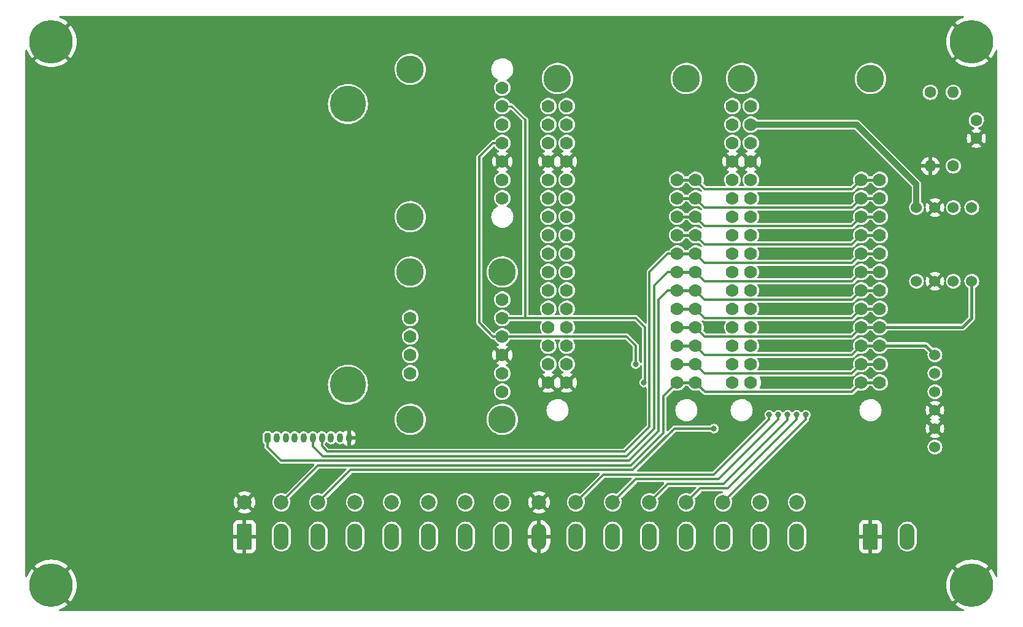
<source format=gbl>
G04 #@! TF.GenerationSoftware,KiCad,Pcbnew,(6.0.5-0)*
G04 #@! TF.CreationDate,2022-06-17T11:18:33-04:00*
G04 #@! TF.ProjectId,Cryologger AWS,4372796f-6c6f-4676-9765-72204157532e,rev?*
G04 #@! TF.SameCoordinates,Original*
G04 #@! TF.FileFunction,Copper,L2,Bot*
G04 #@! TF.FilePolarity,Positive*
%FSLAX46Y46*%
G04 Gerber Fmt 4.6, Leading zero omitted, Abs format (unit mm)*
G04 Created by KiCad (PCBNEW (6.0.5-0)) date 2022-06-17 11:18:33*
%MOMM*%
%LPD*%
G01*
G04 APERTURE LIST*
G04 Aperture macros list*
%AMRoundRect*
0 Rectangle with rounded corners*
0 $1 Rounding radius*
0 $2 $3 $4 $5 $6 $7 $8 $9 X,Y pos of 4 corners*
0 Add a 4 corners polygon primitive as box body*
4,1,4,$2,$3,$4,$5,$6,$7,$8,$9,$2,$3,0*
0 Add four circle primitives for the rounded corners*
1,1,$1+$1,$2,$3*
1,1,$1+$1,$4,$5*
1,1,$1+$1,$6,$7*
1,1,$1+$1,$8,$9*
0 Add four rect primitives between the rounded corners*
20,1,$1+$1,$2,$3,$4,$5,0*
20,1,$1+$1,$4,$5,$6,$7,0*
20,1,$1+$1,$6,$7,$8,$9,0*
20,1,$1+$1,$8,$9,$2,$3,0*%
G04 Aperture macros list end*
G04 #@! TA.AperFunction,ComponentPad*
%ADD10C,2.000000*%
G04 #@! TD*
G04 #@! TA.AperFunction,ComponentPad*
%ADD11C,1.524000*%
G04 #@! TD*
G04 #@! TA.AperFunction,WasherPad*
%ADD12C,3.810000*%
G04 #@! TD*
G04 #@! TA.AperFunction,ComponentPad*
%ADD13C,1.778000*%
G04 #@! TD*
G04 #@! TA.AperFunction,ComponentPad*
%ADD14C,4.999990*%
G04 #@! TD*
G04 #@! TA.AperFunction,ComponentPad*
%ADD15C,6.000000*%
G04 #@! TD*
G04 #@! TA.AperFunction,ComponentPad*
%ADD16C,3.810000*%
G04 #@! TD*
G04 #@! TA.AperFunction,ComponentPad*
%ADD17RoundRect,0.200000X-0.200000X-0.450000X0.200000X-0.450000X0.200000X0.450000X-0.200000X0.450000X0*%
G04 #@! TD*
G04 #@! TA.AperFunction,ComponentPad*
%ADD18O,0.800000X1.300000*%
G04 #@! TD*
G04 #@! TA.AperFunction,ComponentPad*
%ADD19C,1.600000*%
G04 #@! TD*
G04 #@! TA.AperFunction,ComponentPad*
%ADD20O,1.600000X1.600000*%
G04 #@! TD*
G04 #@! TA.AperFunction,ComponentPad*
%ADD21RoundRect,0.249999X-0.790001X-1.550001X0.790001X-1.550001X0.790001X1.550001X-0.790001X1.550001X0*%
G04 #@! TD*
G04 #@! TA.AperFunction,ComponentPad*
%ADD22O,2.080000X3.600000*%
G04 #@! TD*
G04 #@! TA.AperFunction,ViaPad*
%ADD23C,0.800000*%
G04 #@! TD*
G04 #@! TA.AperFunction,Conductor*
%ADD24C,0.304800*%
G04 #@! TD*
G04 #@! TA.AperFunction,Conductor*
%ADD25C,0.406400*%
G04 #@! TD*
G04 #@! TA.AperFunction,Conductor*
%ADD26C,0.250000*%
G04 #@! TD*
G04 #@! TA.AperFunction,Conductor*
%ADD27C,0.812800*%
G04 #@! TD*
G04 APERTURE END LIST*
D10*
X118110000Y-124460000D03*
X123190000Y-124460000D03*
X128270000Y-124460000D03*
X133350000Y-124460000D03*
X138430000Y-124460000D03*
X143510000Y-124460000D03*
X148590000Y-124460000D03*
X153670000Y-124460000D03*
X158750000Y-124460000D03*
X163830000Y-124460000D03*
X168910000Y-124460000D03*
X173990000Y-124460000D03*
X179070000Y-124460000D03*
X184150000Y-124460000D03*
X189230000Y-124460000D03*
X194310000Y-124460000D03*
D11*
X213360000Y-116840000D03*
X213360000Y-111760000D03*
X213360000Y-114300000D03*
X213360000Y-109220000D03*
X213360000Y-106680000D03*
X213360000Y-104140000D03*
X218440000Y-93980000D03*
X215900000Y-93980000D03*
X213360000Y-93980000D03*
X210820000Y-93980000D03*
X210820000Y-83820000D03*
X213360000Y-83820000D03*
X215900000Y-83820000D03*
X218440000Y-83820000D03*
D12*
X140970000Y-113030000D03*
X140970000Y-92710000D03*
X153670000Y-113030000D03*
X153670000Y-92710000D03*
D13*
X153670000Y-109220000D03*
X153670000Y-106680000D03*
X153670000Y-104140000D03*
X153670000Y-101600000D03*
X153670000Y-99060000D03*
X153670000Y-96520000D03*
X140970000Y-106680000D03*
X140970000Y-104140000D03*
X140970000Y-101600000D03*
X140970000Y-99060000D03*
D14*
X132380000Y-108250000D03*
X132380000Y-69550000D03*
D13*
X153670000Y-67310000D03*
X153670000Y-69850000D03*
X153670000Y-72390000D03*
X153670000Y-74930000D03*
X153670000Y-77470000D03*
X153670000Y-80010000D03*
X153670000Y-82550000D03*
D12*
X140970000Y-64770000D03*
X140970000Y-85090000D03*
D15*
X91440000Y-60960000D03*
D13*
X177800000Y-107950000D03*
X180340000Y-107950000D03*
X177800000Y-105410000D03*
X180340000Y-105410000D03*
X180340000Y-102870000D03*
X177800000Y-102870000D03*
X177800000Y-100330000D03*
X180340000Y-100330000D03*
X180340000Y-97790000D03*
X177800000Y-97790000D03*
X180340000Y-95250000D03*
X177800000Y-95250000D03*
X177800000Y-92710000D03*
X180340000Y-92710000D03*
X177800000Y-90170000D03*
X180340000Y-90170000D03*
X180340000Y-87630000D03*
X177800000Y-87630000D03*
X180340000Y-85090000D03*
X177800000Y-85090000D03*
X180340000Y-82550000D03*
X177800000Y-82550000D03*
X180340000Y-80010000D03*
X177800000Y-80010000D03*
X160020000Y-107950000D03*
X162560000Y-107950000D03*
X160020000Y-105410000D03*
X162560000Y-105410000D03*
X160020000Y-102870000D03*
X162560000Y-102870000D03*
X162560000Y-100330000D03*
X160020000Y-100330000D03*
X162560000Y-97790000D03*
X160020000Y-97790000D03*
X162560000Y-95250000D03*
X160020000Y-95250000D03*
X160020000Y-92710000D03*
X162560000Y-92710000D03*
X162560000Y-90170000D03*
X160020000Y-90170000D03*
X162560000Y-87630000D03*
X160020000Y-87630000D03*
X162560000Y-85090000D03*
X160020000Y-85090000D03*
X160020000Y-82550000D03*
X162560000Y-82550000D03*
X162560000Y-80010000D03*
X160020000Y-80010000D03*
X162560000Y-77470000D03*
X160020000Y-77470000D03*
X160020000Y-74930000D03*
X162560000Y-74930000D03*
X162560000Y-72390000D03*
X160020000Y-72390000D03*
X162560000Y-69850000D03*
X160020000Y-69850000D03*
D16*
X179070000Y-66040000D03*
X161290000Y-66040000D03*
D15*
X218440000Y-135890000D03*
X218440000Y-60960000D03*
D13*
X203200000Y-107950000D03*
X205740000Y-107950000D03*
X203200000Y-105410000D03*
X205740000Y-105410000D03*
X203200000Y-102870000D03*
X205740000Y-102870000D03*
X205740000Y-100330000D03*
X203200000Y-100330000D03*
X203200000Y-97790000D03*
X205740000Y-97790000D03*
X205740000Y-95250000D03*
X203200000Y-95250000D03*
X203200000Y-92710000D03*
X205740000Y-92710000D03*
X203200000Y-90170000D03*
X205740000Y-90170000D03*
X205740000Y-87630000D03*
X203200000Y-87630000D03*
X205740000Y-85090000D03*
X203200000Y-85090000D03*
X203200000Y-82550000D03*
X205740000Y-82550000D03*
X203200000Y-80010000D03*
X205740000Y-80010000D03*
X185420000Y-107950000D03*
X187960000Y-107950000D03*
X185420000Y-105410000D03*
X187960000Y-105410000D03*
X185420000Y-102870000D03*
X187960000Y-102870000D03*
X185420000Y-100330000D03*
X187960000Y-100330000D03*
X187960000Y-97790000D03*
X185420000Y-97790000D03*
X187960000Y-95250000D03*
X185420000Y-95250000D03*
X185420000Y-92710000D03*
X187960000Y-92710000D03*
X185420000Y-90170000D03*
X187960000Y-90170000D03*
X185420000Y-87630000D03*
X187960000Y-87630000D03*
X187960000Y-85090000D03*
X185420000Y-85090000D03*
X187960000Y-82550000D03*
X185420000Y-82550000D03*
X187960000Y-80010000D03*
X185420000Y-80010000D03*
X187960000Y-77470000D03*
X185420000Y-77470000D03*
X187960000Y-74930000D03*
X185420000Y-74930000D03*
X185420000Y-72390000D03*
X187960000Y-72390000D03*
X185420000Y-69850000D03*
X187960000Y-69850000D03*
D16*
X204470000Y-66040000D03*
X186690000Y-66040000D03*
D17*
X121285000Y-115570000D03*
D18*
X122535000Y-115570000D03*
X123785000Y-115570000D03*
X125035000Y-115570000D03*
X126285000Y-115570000D03*
X127535000Y-115570000D03*
X128785000Y-115570000D03*
X130035000Y-115570000D03*
X131285000Y-115570000D03*
X132535000Y-115570000D03*
D15*
X91440000Y-135890000D03*
D19*
X215900000Y-78085000D03*
D20*
X215900000Y-67925000D03*
D19*
X219075000Y-71775000D03*
X219075000Y-74275000D03*
X212725000Y-67925000D03*
D20*
X212725000Y-78085000D03*
D21*
X204470000Y-129191500D03*
D22*
X209550000Y-129191500D03*
D21*
X118110000Y-129191500D03*
D22*
X123190000Y-129191500D03*
X128270000Y-129191500D03*
X133350000Y-129191500D03*
X138430000Y-129191500D03*
X143510000Y-129191500D03*
X148590000Y-129191500D03*
X153670000Y-129191500D03*
X158750000Y-129191500D03*
X163830000Y-129191500D03*
X168910000Y-129191500D03*
X173990000Y-129191500D03*
X179070000Y-129191500D03*
X184150000Y-129191500D03*
X189230000Y-129191500D03*
X194310000Y-129191500D03*
D23*
X182880000Y-100330000D03*
X113030000Y-109220000D03*
X113030000Y-68580000D03*
X199390000Y-121285000D03*
X156210000Y-121920000D03*
X146050000Y-121920000D03*
X135890000Y-121920000D03*
X181610000Y-135255000D03*
X191770000Y-135255000D03*
X166370000Y-135255000D03*
X135255000Y-135255000D03*
X125095000Y-135255000D03*
X145415000Y-135255000D03*
X176530000Y-131445000D03*
X207010000Y-133985000D03*
X112395000Y-123825000D03*
X91440000Y-123825000D03*
X102870000Y-116840000D03*
X102870000Y-133985000D03*
X92710000Y-88900000D03*
X132715000Y-88900000D03*
X92710000Y-68580000D03*
X92710000Y-109220000D03*
X113030000Y-88900000D03*
X157480000Y-60325000D03*
X182880000Y-60325000D03*
X207010000Y-60325000D03*
X219710000Y-78105000D03*
X220345000Y-88900000D03*
X219710000Y-107950000D03*
X208915000Y-107950000D03*
X208280000Y-88900000D03*
X209550000Y-73025000D03*
X195580000Y-66675000D03*
X170180000Y-66675000D03*
X147320000Y-110490000D03*
X147320000Y-95250000D03*
X147320000Y-81915000D03*
X147320000Y-67310000D03*
X199390000Y-111760000D03*
X172085000Y-105410000D03*
X182880000Y-114300000D03*
X173228000Y-107950000D03*
X195580000Y-112395000D03*
X194310000Y-112395000D03*
X193040000Y-112395000D03*
X170180000Y-77470000D03*
X170180000Y-100330000D03*
X170180000Y-107950000D03*
X177437624Y-115725724D03*
X170180000Y-92710000D03*
X195580000Y-85090000D03*
X170180000Y-85090000D03*
X195580000Y-77470000D03*
X191770000Y-112395000D03*
X190500000Y-112395000D03*
D24*
X150495000Y-76835000D02*
X152400000Y-74930000D01*
X177419000Y-114300000D02*
X171704000Y-120015000D01*
X182880000Y-114300000D02*
X177419000Y-114300000D01*
D25*
X205740000Y-105410000D02*
X203200000Y-105410000D01*
D24*
X172085000Y-105410000D02*
X172085000Y-102870000D01*
X181610000Y-106680000D02*
X180340000Y-105410000D01*
X170815000Y-101600000D02*
X152400000Y-101600000D01*
X171704000Y-120015000D02*
X132715000Y-120015000D01*
X132715000Y-120015000D02*
X128270000Y-124460000D01*
D25*
X180340000Y-105410000D02*
X177800000Y-105410000D01*
D24*
X201930000Y-106680000D02*
X181610000Y-106680000D01*
X150495000Y-99695000D02*
X150495000Y-76835000D01*
X152400000Y-101600000D02*
X150495000Y-99695000D01*
X152400000Y-74930000D02*
X153670000Y-74930000D01*
X172085000Y-102870000D02*
X170815000Y-101600000D01*
X203200000Y-105410000D02*
X201930000Y-106680000D01*
X128270000Y-119380000D02*
X171450000Y-119380000D01*
X173355000Y-100330000D02*
X173355000Y-107823000D01*
X181631711Y-109241711D02*
X180340000Y-107950000D01*
X201908289Y-109241711D02*
X181631711Y-109241711D01*
D25*
X180340000Y-107950000D02*
X177800000Y-107950000D01*
D26*
X153670000Y-69850000D02*
X154940000Y-69850000D01*
D24*
X203200000Y-107950000D02*
X201908289Y-109241711D01*
X153670000Y-99060000D02*
X172085000Y-99060000D01*
X172085000Y-99060000D02*
X173355000Y-100330000D01*
X156845000Y-71755000D02*
X156845000Y-99060000D01*
X177800000Y-107950000D02*
X175895000Y-109855000D01*
X171450000Y-119380000D02*
X175895000Y-114935000D01*
X128270000Y-119380000D02*
X123190000Y-124460000D01*
X175895000Y-109855000D02*
X175895000Y-114935000D01*
D25*
X205740000Y-107950000D02*
X203200000Y-107950000D01*
D26*
X154940000Y-69850000D02*
X156845000Y-71755000D01*
D24*
X173355000Y-107823000D02*
X173228000Y-107950000D01*
X203200000Y-80010000D02*
X201930000Y-81280000D01*
X181610000Y-81280000D02*
X180340000Y-80010000D01*
X201930000Y-81280000D02*
X181610000Y-81280000D01*
D25*
X205740000Y-80010000D02*
X203200000Y-80010000D01*
X180340000Y-80010000D02*
X177800000Y-80010000D01*
X205740000Y-82550000D02*
X203200000Y-82550000D01*
D24*
X181610000Y-83820000D02*
X180340000Y-82550000D01*
X201930000Y-83820000D02*
X181610000Y-83820000D01*
X203200000Y-82550000D02*
X201930000Y-83820000D01*
D25*
X180340000Y-82550000D02*
X177800000Y-82550000D01*
D24*
X195580000Y-112395000D02*
X195580000Y-113030000D01*
X195580000Y-113030000D02*
X184150000Y-124460000D01*
D25*
X205740000Y-85090000D02*
X203200000Y-85090000D01*
D24*
X181610000Y-86360000D02*
X180340000Y-85090000D01*
X201930000Y-86360000D02*
X181610000Y-86360000D01*
X203200000Y-85090000D02*
X201930000Y-86360000D01*
D25*
X180340000Y-85090000D02*
X177800000Y-85090000D01*
D24*
X194310000Y-113030000D02*
X194310000Y-112395000D01*
X179070000Y-124460000D02*
X180975000Y-122555000D01*
X180975000Y-122555000D02*
X184785000Y-122555000D01*
X184785000Y-122555000D02*
X194310000Y-113030000D01*
X176530000Y-121920000D02*
X184228204Y-121920000D01*
X173990000Y-124460000D02*
X176530000Y-121920000D01*
X184228204Y-121920000D02*
X193040000Y-113108204D01*
X193040000Y-113108204D02*
X193040000Y-112395000D01*
X201930000Y-101600000D02*
X181610000Y-101600000D01*
D25*
X180340000Y-100330000D02*
X177800000Y-100330000D01*
X205740000Y-100330000D02*
X217170000Y-100330000D01*
X218440000Y-99060000D02*
X218440000Y-93980000D01*
X217170000Y-100330000D02*
X218440000Y-99060000D01*
D24*
X203200000Y-100330000D02*
X201930000Y-101600000D01*
X181610000Y-101600000D02*
X180340000Y-100330000D01*
D25*
X205740000Y-100330000D02*
X203200000Y-100330000D01*
X205740000Y-87630000D02*
X203200000Y-87630000D01*
D24*
X181610000Y-88900000D02*
X180340000Y-87630000D01*
X201930000Y-88900000D02*
X181610000Y-88900000D01*
X203200000Y-87630000D02*
X201930000Y-88900000D01*
D25*
X180340000Y-87630000D02*
X177800000Y-87630000D01*
D24*
X203200000Y-102870000D02*
X201930000Y-104140000D01*
D25*
X205740000Y-102870000D02*
X203200000Y-102870000D01*
D24*
X181610000Y-104140000D02*
X180340000Y-102870000D01*
D25*
X180340000Y-102870000D02*
X177800000Y-102870000D01*
X212090000Y-102870000D02*
X213360000Y-104140000D01*
X205740000Y-102870000D02*
X212090000Y-102870000D01*
D24*
X201930000Y-104140000D02*
X181610000Y-104140000D01*
X128785000Y-116720000D02*
X129540000Y-117475000D01*
D25*
X180340000Y-90170000D02*
X177800000Y-90170000D01*
D24*
X173990000Y-92710000D02*
X176530000Y-90170000D01*
X128785000Y-115570000D02*
X128785000Y-116720000D01*
X203200000Y-90170000D02*
X201930000Y-91440000D01*
D25*
X205740000Y-90170000D02*
X203200000Y-90170000D01*
D24*
X170561000Y-117475000D02*
X173990000Y-114046000D01*
X181610000Y-91440000D02*
X180340000Y-90170000D01*
X173990000Y-114046000D02*
X173990000Y-92710000D01*
X201930000Y-91440000D02*
X181610000Y-91440000D01*
X176530000Y-90170000D02*
X177800000Y-90170000D01*
X129540000Y-117475000D02*
X170561000Y-117475000D01*
D25*
X205740000Y-92710000D02*
X203200000Y-92710000D01*
D24*
X170815000Y-118110000D02*
X174625000Y-114300000D01*
X127535000Y-115570000D02*
X127535000Y-116740000D01*
X201930000Y-93980000D02*
X203200000Y-92710000D01*
X174625000Y-94615000D02*
X176530000Y-92710000D01*
X176530000Y-92710000D02*
X177800000Y-92710000D01*
X174625000Y-114300000D02*
X174625000Y-94615000D01*
X181610000Y-93980000D02*
X201930000Y-93980000D01*
X127535000Y-116740000D02*
X128905000Y-118110000D01*
X180340000Y-92710000D02*
X181610000Y-93980000D01*
D25*
X180340000Y-92710000D02*
X177800000Y-92710000D01*
D24*
X128905000Y-118110000D02*
X170815000Y-118110000D01*
X201930000Y-96520000D02*
X181610000Y-96520000D01*
X123190000Y-118745000D02*
X171196000Y-118745000D01*
X181610000Y-96520000D02*
X180340000Y-95250000D01*
D25*
X205740000Y-95250000D02*
X203200000Y-95250000D01*
D24*
X171196000Y-118745000D02*
X175260000Y-114681000D01*
X176530000Y-95250000D02*
X177800000Y-95250000D01*
X175260000Y-96520000D02*
X176530000Y-95250000D01*
D25*
X180340000Y-95250000D02*
X177800000Y-95250000D01*
D24*
X203200000Y-95250000D02*
X201930000Y-96520000D01*
X121285000Y-115570000D02*
X121285000Y-116840000D01*
X121285000Y-116840000D02*
X123190000Y-118745000D01*
X175260000Y-114681000D02*
X175260000Y-96520000D01*
D25*
X180340000Y-97790000D02*
X177800000Y-97790000D01*
D24*
X201930000Y-99060000D02*
X181610000Y-99060000D01*
X203200000Y-97790000D02*
X201930000Y-99060000D01*
X181610000Y-99060000D02*
X180340000Y-97790000D01*
D25*
X205740000Y-97790000D02*
X203200000Y-97790000D01*
D27*
X210820000Y-80645000D02*
X202565000Y-72390000D01*
X210820000Y-83820000D02*
X210820000Y-80645000D01*
X187960000Y-72390000D02*
X202565000Y-72390000D01*
D24*
X183515000Y-121285000D02*
X191770000Y-113030000D01*
X172085000Y-121285000D02*
X183515000Y-121285000D01*
X191770000Y-113030000D02*
X191770000Y-112395000D01*
X168910000Y-124460000D02*
X172085000Y-121285000D01*
X190500000Y-113030000D02*
X190500000Y-112395000D01*
X163830000Y-124460000D02*
X167640000Y-120650000D01*
X182880000Y-120650000D02*
X190500000Y-113030000D01*
X167640000Y-120650000D02*
X182880000Y-120650000D01*
G04 #@! TA.AperFunction,Conductor*
G36*
X217301858Y-57424502D02*
G01*
X217348351Y-57478158D01*
X217358455Y-57548432D01*
X217328961Y-57613012D01*
X217278892Y-57648131D01*
X217014286Y-57749704D01*
X217008275Y-57752380D01*
X216686532Y-57916317D01*
X216680823Y-57919613D01*
X216377984Y-58116279D01*
X216372662Y-58120146D01*
X216158366Y-58293678D01*
X216149900Y-58305933D01*
X216156234Y-58317024D01*
X221082110Y-63242900D01*
X221095186Y-63250040D01*
X221105554Y-63242582D01*
X221279854Y-63027338D01*
X221283721Y-63022016D01*
X221480387Y-62719177D01*
X221483683Y-62713468D01*
X221647620Y-62391725D01*
X221650296Y-62385714D01*
X221751869Y-62121108D01*
X221794955Y-62064680D01*
X221861708Y-62040504D01*
X221930936Y-62056255D01*
X221980657Y-62106933D01*
X221995500Y-62166263D01*
X221995500Y-134683737D01*
X221975498Y-134751858D01*
X221921842Y-134798351D01*
X221851568Y-134808455D01*
X221786988Y-134778961D01*
X221751869Y-134728892D01*
X221650296Y-134464286D01*
X221647620Y-134458275D01*
X221483683Y-134136532D01*
X221480387Y-134130823D01*
X221283721Y-133827984D01*
X221279854Y-133822662D01*
X221106322Y-133608366D01*
X221094067Y-133599900D01*
X221082976Y-133606234D01*
X216157100Y-138532110D01*
X216149960Y-138545186D01*
X216157418Y-138555554D01*
X216372662Y-138729854D01*
X216377984Y-138733721D01*
X216680823Y-138930387D01*
X216686532Y-138933683D01*
X217008275Y-139097620D01*
X217014286Y-139100296D01*
X217278892Y-139201869D01*
X217335320Y-139244955D01*
X217359496Y-139311708D01*
X217343745Y-139380936D01*
X217293067Y-139430657D01*
X217233737Y-139445500D01*
X92646263Y-139445500D01*
X92578142Y-139425498D01*
X92531649Y-139371842D01*
X92521545Y-139301568D01*
X92551039Y-139236988D01*
X92601108Y-139201869D01*
X92865714Y-139100296D01*
X92871725Y-139097620D01*
X93193468Y-138933683D01*
X93199177Y-138930387D01*
X93502016Y-138733721D01*
X93507338Y-138729854D01*
X93721634Y-138556322D01*
X93730100Y-138544067D01*
X93723766Y-138532976D01*
X91081922Y-135891132D01*
X91804408Y-135891132D01*
X91804539Y-135892965D01*
X91808790Y-135899580D01*
X94082110Y-138172900D01*
X94095186Y-138180040D01*
X94105554Y-138172582D01*
X94279854Y-137957338D01*
X94283721Y-137952016D01*
X94480387Y-137649177D01*
X94483683Y-137643468D01*
X94647620Y-137321725D01*
X94650296Y-137315714D01*
X94779700Y-136978605D01*
X94781740Y-136972328D01*
X94875198Y-136623537D01*
X94876567Y-136617099D01*
X94933055Y-136260440D01*
X94933743Y-136253896D01*
X94952641Y-135893301D01*
X214927359Y-135893301D01*
X214946257Y-136253896D01*
X214946945Y-136260440D01*
X215003433Y-136617099D01*
X215004802Y-136623537D01*
X215098260Y-136972328D01*
X215100300Y-136978605D01*
X215229704Y-137315714D01*
X215232380Y-137321725D01*
X215396317Y-137643468D01*
X215399613Y-137649177D01*
X215596279Y-137952016D01*
X215600146Y-137957338D01*
X215773678Y-138171634D01*
X215785933Y-138180100D01*
X215797024Y-138173766D01*
X218067978Y-135902812D01*
X218075592Y-135888868D01*
X218075461Y-135887035D01*
X218071210Y-135880420D01*
X215797890Y-133607100D01*
X215784814Y-133599960D01*
X215774446Y-133607418D01*
X215600146Y-133822662D01*
X215596279Y-133827984D01*
X215399613Y-134130823D01*
X215396317Y-134136532D01*
X215232380Y-134458275D01*
X215229704Y-134464286D01*
X215100300Y-134801395D01*
X215098260Y-134807672D01*
X215004802Y-135156463D01*
X215003433Y-135162901D01*
X214946945Y-135519560D01*
X214946257Y-135526104D01*
X214927359Y-135886699D01*
X214927359Y-135893301D01*
X94952641Y-135893301D01*
X94952641Y-135886699D01*
X94933743Y-135526104D01*
X94933055Y-135519560D01*
X94876567Y-135162901D01*
X94875198Y-135156463D01*
X94781740Y-134807672D01*
X94779700Y-134801395D01*
X94650296Y-134464286D01*
X94647620Y-134458275D01*
X94483683Y-134136532D01*
X94480387Y-134130823D01*
X94283721Y-133827984D01*
X94279854Y-133822662D01*
X94106322Y-133608366D01*
X94094067Y-133599900D01*
X94082976Y-133606234D01*
X91812022Y-135877188D01*
X91804408Y-135891132D01*
X91081922Y-135891132D01*
X88797890Y-133607100D01*
X88784814Y-133599960D01*
X88774446Y-133607418D01*
X88600146Y-133822662D01*
X88596279Y-133827984D01*
X88399613Y-134130823D01*
X88396317Y-134136532D01*
X88232380Y-134458275D01*
X88229704Y-134464286D01*
X88128131Y-134728892D01*
X88085045Y-134785320D01*
X88018292Y-134809496D01*
X87949064Y-134793745D01*
X87899343Y-134743067D01*
X87884500Y-134683737D01*
X87884500Y-133235933D01*
X89149900Y-133235933D01*
X89156234Y-133247024D01*
X91427188Y-135517978D01*
X91441132Y-135525592D01*
X91442965Y-135525461D01*
X91449580Y-135521210D01*
X93722900Y-133247890D01*
X93729429Y-133235933D01*
X216149900Y-133235933D01*
X216156234Y-133247024D01*
X218427188Y-135517978D01*
X218441132Y-135525592D01*
X218442965Y-135525461D01*
X218449580Y-135521210D01*
X220722900Y-133247890D01*
X220730040Y-133234814D01*
X220722582Y-133224446D01*
X220507338Y-133050146D01*
X220502016Y-133046279D01*
X220199177Y-132849613D01*
X220193468Y-132846317D01*
X219871725Y-132682380D01*
X219865714Y-132679704D01*
X219528605Y-132550300D01*
X219522328Y-132548260D01*
X219173537Y-132454802D01*
X219167099Y-132453433D01*
X218810440Y-132396945D01*
X218803896Y-132396257D01*
X218443301Y-132377359D01*
X218436699Y-132377359D01*
X218076104Y-132396257D01*
X218069560Y-132396945D01*
X217712901Y-132453433D01*
X217706463Y-132454802D01*
X217357672Y-132548260D01*
X217351395Y-132550300D01*
X217014286Y-132679704D01*
X217008275Y-132682380D01*
X216686532Y-132846317D01*
X216680823Y-132849613D01*
X216377984Y-133046279D01*
X216372662Y-133050146D01*
X216158366Y-133223678D01*
X216149900Y-133235933D01*
X93729429Y-133235933D01*
X93730040Y-133234814D01*
X93722582Y-133224446D01*
X93507338Y-133050146D01*
X93502016Y-133046279D01*
X93199177Y-132849613D01*
X93193468Y-132846317D01*
X92871725Y-132682380D01*
X92865714Y-132679704D01*
X92528605Y-132550300D01*
X92522328Y-132548260D01*
X92173537Y-132454802D01*
X92167099Y-132453433D01*
X91810440Y-132396945D01*
X91803896Y-132396257D01*
X91443301Y-132377359D01*
X91436699Y-132377359D01*
X91076104Y-132396257D01*
X91069560Y-132396945D01*
X90712901Y-132453433D01*
X90706463Y-132454802D01*
X90357672Y-132548260D01*
X90351395Y-132550300D01*
X90014286Y-132679704D01*
X90008275Y-132682380D01*
X89686532Y-132846317D01*
X89680823Y-132849613D01*
X89377984Y-133046279D01*
X89372662Y-133050146D01*
X89158366Y-133223678D01*
X89149900Y-133235933D01*
X87884500Y-133235933D01*
X87884500Y-130788598D01*
X116562000Y-130788598D01*
X116562337Y-130795113D01*
X116572256Y-130890705D01*
X116575150Y-130904104D01*
X116626588Y-131058285D01*
X116632762Y-131071464D01*
X116718063Y-131209310D01*
X116727099Y-131220709D01*
X116841828Y-131335238D01*
X116853239Y-131344250D01*
X116991242Y-131429316D01*
X117004423Y-131435463D01*
X117158709Y-131486638D01*
X117172085Y-131489505D01*
X117266437Y-131499172D01*
X117272853Y-131499500D01*
X117837885Y-131499500D01*
X117853124Y-131495025D01*
X117854329Y-131493635D01*
X117856000Y-131485952D01*
X117856000Y-131481385D01*
X118364000Y-131481385D01*
X118368475Y-131496624D01*
X118369865Y-131497829D01*
X118377548Y-131499500D01*
X118947098Y-131499500D01*
X118953613Y-131499163D01*
X119049205Y-131489244D01*
X119062604Y-131486350D01*
X119216785Y-131434912D01*
X119229964Y-131428738D01*
X119367810Y-131343437D01*
X119379209Y-131334401D01*
X119493738Y-131219672D01*
X119502750Y-131208261D01*
X119587816Y-131070258D01*
X119593963Y-131057077D01*
X119645138Y-130902791D01*
X119648005Y-130889415D01*
X119657672Y-130795063D01*
X119658000Y-130788647D01*
X119658000Y-130008023D01*
X121895500Y-130008023D01*
X121895738Y-130010739D01*
X121895738Y-130010748D01*
X121900133Y-130060982D01*
X121910296Y-130177146D01*
X121968921Y-130395936D01*
X122064648Y-130601222D01*
X122194567Y-130786767D01*
X122354733Y-130946933D01*
X122359241Y-130950090D01*
X122359244Y-130950092D01*
X122532582Y-131071464D01*
X122540277Y-131076852D01*
X122545259Y-131079175D01*
X122545264Y-131079178D01*
X122728637Y-131164686D01*
X122745564Y-131172579D01*
X122750872Y-131174001D01*
X122750874Y-131174002D01*
X122818271Y-131192061D01*
X122964354Y-131231204D01*
X123190000Y-131250945D01*
X123415646Y-131231204D01*
X123561729Y-131192061D01*
X123629126Y-131174002D01*
X123629128Y-131174001D01*
X123634436Y-131172579D01*
X123639418Y-131170256D01*
X123834741Y-131079175D01*
X123834744Y-131079173D01*
X123839722Y-131076852D01*
X124025267Y-130946933D01*
X124185433Y-130786767D01*
X124315352Y-130601222D01*
X124411079Y-130395936D01*
X124469704Y-130177146D01*
X124479867Y-130060982D01*
X124484262Y-130010748D01*
X124484262Y-130010739D01*
X124484500Y-130008023D01*
X126975500Y-130008023D01*
X126975738Y-130010739D01*
X126975738Y-130010748D01*
X126980133Y-130060982D01*
X126990296Y-130177146D01*
X127048921Y-130395936D01*
X127144648Y-130601222D01*
X127274567Y-130786767D01*
X127434733Y-130946933D01*
X127439241Y-130950090D01*
X127439244Y-130950092D01*
X127612582Y-131071464D01*
X127620277Y-131076852D01*
X127625259Y-131079175D01*
X127625264Y-131079178D01*
X127808637Y-131164686D01*
X127825564Y-131172579D01*
X127830872Y-131174001D01*
X127830874Y-131174002D01*
X127898271Y-131192061D01*
X128044354Y-131231204D01*
X128270000Y-131250945D01*
X128495646Y-131231204D01*
X128641729Y-131192061D01*
X128709126Y-131174002D01*
X128709128Y-131174001D01*
X128714436Y-131172579D01*
X128719418Y-131170256D01*
X128914741Y-131079175D01*
X128914744Y-131079173D01*
X128919722Y-131076852D01*
X129105267Y-130946933D01*
X129265433Y-130786767D01*
X129395352Y-130601222D01*
X129491079Y-130395936D01*
X129549704Y-130177146D01*
X129559867Y-130060982D01*
X129564262Y-130010748D01*
X129564262Y-130010739D01*
X129564500Y-130008023D01*
X132055500Y-130008023D01*
X132055738Y-130010739D01*
X132055738Y-130010748D01*
X132060133Y-130060982D01*
X132070296Y-130177146D01*
X132128921Y-130395936D01*
X132224648Y-130601222D01*
X132354567Y-130786767D01*
X132514733Y-130946933D01*
X132519241Y-130950090D01*
X132519244Y-130950092D01*
X132692582Y-131071464D01*
X132700277Y-131076852D01*
X132705259Y-131079175D01*
X132705264Y-131079178D01*
X132888637Y-131164686D01*
X132905564Y-131172579D01*
X132910872Y-131174001D01*
X132910874Y-131174002D01*
X132978271Y-131192061D01*
X133124354Y-131231204D01*
X133350000Y-131250945D01*
X133575646Y-131231204D01*
X133721729Y-131192061D01*
X133789126Y-131174002D01*
X133789128Y-131174001D01*
X133794436Y-131172579D01*
X133799418Y-131170256D01*
X133994741Y-131079175D01*
X133994744Y-131079173D01*
X133999722Y-131076852D01*
X134185267Y-130946933D01*
X134345433Y-130786767D01*
X134475352Y-130601222D01*
X134571079Y-130395936D01*
X134629704Y-130177146D01*
X134639867Y-130060982D01*
X134644262Y-130010748D01*
X134644262Y-130010739D01*
X134644500Y-130008023D01*
X137135500Y-130008023D01*
X137135738Y-130010739D01*
X137135738Y-130010748D01*
X137140133Y-130060982D01*
X137150296Y-130177146D01*
X137208921Y-130395936D01*
X137304648Y-130601222D01*
X137434567Y-130786767D01*
X137594733Y-130946933D01*
X137599241Y-130950090D01*
X137599244Y-130950092D01*
X137772582Y-131071464D01*
X137780277Y-131076852D01*
X137785259Y-131079175D01*
X137785264Y-131079178D01*
X137968637Y-131164686D01*
X137985564Y-131172579D01*
X137990872Y-131174001D01*
X137990874Y-131174002D01*
X138058271Y-131192061D01*
X138204354Y-131231204D01*
X138430000Y-131250945D01*
X138655646Y-131231204D01*
X138801729Y-131192061D01*
X138869126Y-131174002D01*
X138869128Y-131174001D01*
X138874436Y-131172579D01*
X138879418Y-131170256D01*
X139074741Y-131079175D01*
X139074744Y-131079173D01*
X139079722Y-131076852D01*
X139265267Y-130946933D01*
X139425433Y-130786767D01*
X139555352Y-130601222D01*
X139651079Y-130395936D01*
X139709704Y-130177146D01*
X139719867Y-130060982D01*
X139724262Y-130010748D01*
X139724262Y-130010739D01*
X139724500Y-130008023D01*
X142215500Y-130008023D01*
X142215738Y-130010739D01*
X142215738Y-130010748D01*
X142220133Y-130060982D01*
X142230296Y-130177146D01*
X142288921Y-130395936D01*
X142384648Y-130601222D01*
X142514567Y-130786767D01*
X142674733Y-130946933D01*
X142679241Y-130950090D01*
X142679244Y-130950092D01*
X142852582Y-131071464D01*
X142860277Y-131076852D01*
X142865259Y-131079175D01*
X142865264Y-131079178D01*
X143048637Y-131164686D01*
X143065564Y-131172579D01*
X143070872Y-131174001D01*
X143070874Y-131174002D01*
X143138271Y-131192061D01*
X143284354Y-131231204D01*
X143510000Y-131250945D01*
X143735646Y-131231204D01*
X143881729Y-131192061D01*
X143949126Y-131174002D01*
X143949128Y-131174001D01*
X143954436Y-131172579D01*
X143959418Y-131170256D01*
X144154741Y-131079175D01*
X144154744Y-131079173D01*
X144159722Y-131076852D01*
X144345267Y-130946933D01*
X144505433Y-130786767D01*
X144635352Y-130601222D01*
X144731079Y-130395936D01*
X144789704Y-130177146D01*
X144799867Y-130060982D01*
X144804262Y-130010748D01*
X144804262Y-130010739D01*
X144804500Y-130008023D01*
X147295500Y-130008023D01*
X147295738Y-130010739D01*
X147295738Y-130010748D01*
X147300133Y-130060982D01*
X147310296Y-130177146D01*
X147368921Y-130395936D01*
X147464648Y-130601222D01*
X147594567Y-130786767D01*
X147754733Y-130946933D01*
X147759241Y-130950090D01*
X147759244Y-130950092D01*
X147932582Y-131071464D01*
X147940277Y-131076852D01*
X147945259Y-131079175D01*
X147945264Y-131079178D01*
X148128637Y-131164686D01*
X148145564Y-131172579D01*
X148150872Y-131174001D01*
X148150874Y-131174002D01*
X148218271Y-131192061D01*
X148364354Y-131231204D01*
X148590000Y-131250945D01*
X148815646Y-131231204D01*
X148961729Y-131192061D01*
X149029126Y-131174002D01*
X149029128Y-131174001D01*
X149034436Y-131172579D01*
X149039418Y-131170256D01*
X149234741Y-131079175D01*
X149234744Y-131079173D01*
X149239722Y-131076852D01*
X149425267Y-130946933D01*
X149585433Y-130786767D01*
X149715352Y-130601222D01*
X149811079Y-130395936D01*
X149869704Y-130177146D01*
X149879867Y-130060982D01*
X149884262Y-130010748D01*
X149884262Y-130010739D01*
X149884500Y-130008023D01*
X152375500Y-130008023D01*
X152375738Y-130010739D01*
X152375738Y-130010748D01*
X152380133Y-130060982D01*
X152390296Y-130177146D01*
X152448921Y-130395936D01*
X152544648Y-130601222D01*
X152674567Y-130786767D01*
X152834733Y-130946933D01*
X152839241Y-130950090D01*
X152839244Y-130950092D01*
X153012582Y-131071464D01*
X153020277Y-131076852D01*
X153025259Y-131079175D01*
X153025264Y-131079178D01*
X153208637Y-131164686D01*
X153225564Y-131172579D01*
X153230872Y-131174001D01*
X153230874Y-131174002D01*
X153298271Y-131192061D01*
X153444354Y-131231204D01*
X153670000Y-131250945D01*
X153895646Y-131231204D01*
X154041729Y-131192061D01*
X154109126Y-131174002D01*
X154109128Y-131174001D01*
X154114436Y-131172579D01*
X154119418Y-131170256D01*
X154314741Y-131079175D01*
X154314744Y-131079173D01*
X154319722Y-131076852D01*
X154505267Y-130946933D01*
X154665433Y-130786767D01*
X154795352Y-130601222D01*
X154891079Y-130395936D01*
X154949704Y-130177146D01*
X154959867Y-130060982D01*
X154964190Y-130011572D01*
X157202000Y-130011572D01*
X157202202Y-130016604D01*
X157216536Y-130194759D01*
X157218148Y-130204712D01*
X157275154Y-130436800D01*
X157278337Y-130446370D01*
X157371718Y-130666360D01*
X157376392Y-130675299D01*
X157503739Y-130877524D01*
X157509780Y-130885599D01*
X157667827Y-131064868D01*
X157675079Y-131071871D01*
X157859750Y-131223562D01*
X157868033Y-131229318D01*
X158074579Y-131349531D01*
X158083684Y-131353893D01*
X158306785Y-131439534D01*
X158316474Y-131442385D01*
X158478264Y-131476185D01*
X158492325Y-131475062D01*
X158496000Y-131464954D01*
X158496000Y-131462358D01*
X159004000Y-131462358D01*
X159008136Y-131476444D01*
X159021114Y-131478493D01*
X159046631Y-131475540D01*
X159056521Y-131473581D01*
X159286476Y-131408511D01*
X159295927Y-131404997D01*
X159512528Y-131303994D01*
X159521292Y-131299015D01*
X159718951Y-131164686D01*
X159726815Y-131158362D01*
X159900451Y-130994164D01*
X159907210Y-130986657D01*
X160052357Y-130796812D01*
X160057821Y-130788333D01*
X160170752Y-130577717D01*
X160174792Y-130568471D01*
X160252596Y-130342513D01*
X160255107Y-130332732D01*
X160295969Y-130096166D01*
X160296824Y-130088294D01*
X160297936Y-130063815D01*
X160298000Y-130060982D01*
X160298000Y-130008023D01*
X162535500Y-130008023D01*
X162535738Y-130010739D01*
X162535738Y-130010748D01*
X162540133Y-130060982D01*
X162550296Y-130177146D01*
X162608921Y-130395936D01*
X162704648Y-130601222D01*
X162834567Y-130786767D01*
X162994733Y-130946933D01*
X162999241Y-130950090D01*
X162999244Y-130950092D01*
X163172582Y-131071464D01*
X163180277Y-131076852D01*
X163185259Y-131079175D01*
X163185264Y-131079178D01*
X163368637Y-131164686D01*
X163385564Y-131172579D01*
X163390872Y-131174001D01*
X163390874Y-131174002D01*
X163458271Y-131192061D01*
X163604354Y-131231204D01*
X163830000Y-131250945D01*
X164055646Y-131231204D01*
X164201729Y-131192061D01*
X164269126Y-131174002D01*
X164269128Y-131174001D01*
X164274436Y-131172579D01*
X164279418Y-131170256D01*
X164474741Y-131079175D01*
X164474744Y-131079173D01*
X164479722Y-131076852D01*
X164665267Y-130946933D01*
X164825433Y-130786767D01*
X164955352Y-130601222D01*
X165051079Y-130395936D01*
X165109704Y-130177146D01*
X165119867Y-130060982D01*
X165124262Y-130010748D01*
X165124262Y-130010739D01*
X165124500Y-130008023D01*
X167615500Y-130008023D01*
X167615738Y-130010739D01*
X167615738Y-130010748D01*
X167620133Y-130060982D01*
X167630296Y-130177146D01*
X167688921Y-130395936D01*
X167784648Y-130601222D01*
X167914567Y-130786767D01*
X168074733Y-130946933D01*
X168079241Y-130950090D01*
X168079244Y-130950092D01*
X168252582Y-131071464D01*
X168260277Y-131076852D01*
X168265259Y-131079175D01*
X168265264Y-131079178D01*
X168448637Y-131164686D01*
X168465564Y-131172579D01*
X168470872Y-131174001D01*
X168470874Y-131174002D01*
X168538271Y-131192061D01*
X168684354Y-131231204D01*
X168910000Y-131250945D01*
X169135646Y-131231204D01*
X169281729Y-131192061D01*
X169349126Y-131174002D01*
X169349128Y-131174001D01*
X169354436Y-131172579D01*
X169359418Y-131170256D01*
X169554741Y-131079175D01*
X169554744Y-131079173D01*
X169559722Y-131076852D01*
X169745267Y-130946933D01*
X169905433Y-130786767D01*
X170035352Y-130601222D01*
X170131079Y-130395936D01*
X170189704Y-130177146D01*
X170199867Y-130060982D01*
X170204262Y-130010748D01*
X170204262Y-130010739D01*
X170204500Y-130008023D01*
X172695500Y-130008023D01*
X172695738Y-130010739D01*
X172695738Y-130010748D01*
X172700133Y-130060982D01*
X172710296Y-130177146D01*
X172768921Y-130395936D01*
X172864648Y-130601222D01*
X172994567Y-130786767D01*
X173154733Y-130946933D01*
X173159241Y-130950090D01*
X173159244Y-130950092D01*
X173332582Y-131071464D01*
X173340277Y-131076852D01*
X173345259Y-131079175D01*
X173345264Y-131079178D01*
X173528637Y-131164686D01*
X173545564Y-131172579D01*
X173550872Y-131174001D01*
X173550874Y-131174002D01*
X173618271Y-131192061D01*
X173764354Y-131231204D01*
X173990000Y-131250945D01*
X174215646Y-131231204D01*
X174361729Y-131192061D01*
X174429126Y-131174002D01*
X174429128Y-131174001D01*
X174434436Y-131172579D01*
X174439418Y-131170256D01*
X174634741Y-131079175D01*
X174634744Y-131079173D01*
X174639722Y-131076852D01*
X174825267Y-130946933D01*
X174985433Y-130786767D01*
X175115352Y-130601222D01*
X175211079Y-130395936D01*
X175269704Y-130177146D01*
X175279867Y-130060982D01*
X175284262Y-130010748D01*
X175284262Y-130010739D01*
X175284500Y-130008023D01*
X177775500Y-130008023D01*
X177775738Y-130010739D01*
X177775738Y-130010748D01*
X177780133Y-130060982D01*
X177790296Y-130177146D01*
X177848921Y-130395936D01*
X177944648Y-130601222D01*
X178074567Y-130786767D01*
X178234733Y-130946933D01*
X178239241Y-130950090D01*
X178239244Y-130950092D01*
X178412582Y-131071464D01*
X178420277Y-131076852D01*
X178425259Y-131079175D01*
X178425264Y-131079178D01*
X178608637Y-131164686D01*
X178625564Y-131172579D01*
X178630872Y-131174001D01*
X178630874Y-131174002D01*
X178698271Y-131192061D01*
X178844354Y-131231204D01*
X179070000Y-131250945D01*
X179295646Y-131231204D01*
X179441729Y-131192061D01*
X179509126Y-131174002D01*
X179509128Y-131174001D01*
X179514436Y-131172579D01*
X179519418Y-131170256D01*
X179714741Y-131079175D01*
X179714744Y-131079173D01*
X179719722Y-131076852D01*
X179905267Y-130946933D01*
X180065433Y-130786767D01*
X180195352Y-130601222D01*
X180291079Y-130395936D01*
X180349704Y-130177146D01*
X180359867Y-130060982D01*
X180364262Y-130010748D01*
X180364262Y-130010739D01*
X180364500Y-130008023D01*
X182855500Y-130008023D01*
X182855738Y-130010739D01*
X182855738Y-130010748D01*
X182860133Y-130060982D01*
X182870296Y-130177146D01*
X182928921Y-130395936D01*
X183024648Y-130601222D01*
X183154567Y-130786767D01*
X183314733Y-130946933D01*
X183319241Y-130950090D01*
X183319244Y-130950092D01*
X183492582Y-131071464D01*
X183500277Y-131076852D01*
X183505259Y-131079175D01*
X183505264Y-131079178D01*
X183688637Y-131164686D01*
X183705564Y-131172579D01*
X183710872Y-131174001D01*
X183710874Y-131174002D01*
X183778271Y-131192061D01*
X183924354Y-131231204D01*
X184150000Y-131250945D01*
X184375646Y-131231204D01*
X184521729Y-131192061D01*
X184589126Y-131174002D01*
X184589128Y-131174001D01*
X184594436Y-131172579D01*
X184599418Y-131170256D01*
X184794741Y-131079175D01*
X184794744Y-131079173D01*
X184799722Y-131076852D01*
X184985267Y-130946933D01*
X185145433Y-130786767D01*
X185275352Y-130601222D01*
X185371079Y-130395936D01*
X185429704Y-130177146D01*
X185439867Y-130060982D01*
X185444262Y-130010748D01*
X185444262Y-130010739D01*
X185444500Y-130008023D01*
X187935500Y-130008023D01*
X187935738Y-130010739D01*
X187935738Y-130010748D01*
X187940133Y-130060982D01*
X187950296Y-130177146D01*
X188008921Y-130395936D01*
X188104648Y-130601222D01*
X188234567Y-130786767D01*
X188394733Y-130946933D01*
X188399241Y-130950090D01*
X188399244Y-130950092D01*
X188572582Y-131071464D01*
X188580277Y-131076852D01*
X188585259Y-131079175D01*
X188585264Y-131079178D01*
X188768637Y-131164686D01*
X188785564Y-131172579D01*
X188790872Y-131174001D01*
X188790874Y-131174002D01*
X188858271Y-131192061D01*
X189004354Y-131231204D01*
X189230000Y-131250945D01*
X189455646Y-131231204D01*
X189601729Y-131192061D01*
X189669126Y-131174002D01*
X189669128Y-131174001D01*
X189674436Y-131172579D01*
X189679418Y-131170256D01*
X189874741Y-131079175D01*
X189874744Y-131079173D01*
X189879722Y-131076852D01*
X190065267Y-130946933D01*
X190225433Y-130786767D01*
X190355352Y-130601222D01*
X190451079Y-130395936D01*
X190509704Y-130177146D01*
X190519867Y-130060982D01*
X190524262Y-130010748D01*
X190524262Y-130010739D01*
X190524500Y-130008023D01*
X193015500Y-130008023D01*
X193015738Y-130010739D01*
X193015738Y-130010748D01*
X193020133Y-130060982D01*
X193030296Y-130177146D01*
X193088921Y-130395936D01*
X193184648Y-130601222D01*
X193314567Y-130786767D01*
X193474733Y-130946933D01*
X193479241Y-130950090D01*
X193479244Y-130950092D01*
X193652582Y-131071464D01*
X193660277Y-131076852D01*
X193665259Y-131079175D01*
X193665264Y-131079178D01*
X193848637Y-131164686D01*
X193865564Y-131172579D01*
X193870872Y-131174001D01*
X193870874Y-131174002D01*
X193938271Y-131192061D01*
X194084354Y-131231204D01*
X194310000Y-131250945D01*
X194535646Y-131231204D01*
X194681729Y-131192061D01*
X194749126Y-131174002D01*
X194749128Y-131174001D01*
X194754436Y-131172579D01*
X194759418Y-131170256D01*
X194954741Y-131079175D01*
X194954744Y-131079173D01*
X194959722Y-131076852D01*
X195145267Y-130946933D01*
X195303602Y-130788598D01*
X202922000Y-130788598D01*
X202922337Y-130795113D01*
X202932256Y-130890705D01*
X202935150Y-130904104D01*
X202986588Y-131058285D01*
X202992762Y-131071464D01*
X203078063Y-131209310D01*
X203087099Y-131220709D01*
X203201828Y-131335238D01*
X203213239Y-131344250D01*
X203351242Y-131429316D01*
X203364423Y-131435463D01*
X203518709Y-131486638D01*
X203532085Y-131489505D01*
X203626437Y-131499172D01*
X203632853Y-131499500D01*
X204197885Y-131499500D01*
X204213124Y-131495025D01*
X204214329Y-131493635D01*
X204216000Y-131485952D01*
X204216000Y-131481385D01*
X204724000Y-131481385D01*
X204728475Y-131496624D01*
X204729865Y-131497829D01*
X204737548Y-131499500D01*
X205307098Y-131499500D01*
X205313613Y-131499163D01*
X205409205Y-131489244D01*
X205422604Y-131486350D01*
X205576785Y-131434912D01*
X205589964Y-131428738D01*
X205727810Y-131343437D01*
X205739209Y-131334401D01*
X205853738Y-131219672D01*
X205862750Y-131208261D01*
X205947816Y-131070258D01*
X205953963Y-131057077D01*
X206005138Y-130902791D01*
X206008005Y-130889415D01*
X206017672Y-130795063D01*
X206018000Y-130788647D01*
X206018000Y-130008023D01*
X208255500Y-130008023D01*
X208255738Y-130010739D01*
X208255738Y-130010748D01*
X208260133Y-130060982D01*
X208270296Y-130177146D01*
X208328921Y-130395936D01*
X208424648Y-130601222D01*
X208554567Y-130786767D01*
X208714733Y-130946933D01*
X208719241Y-130950090D01*
X208719244Y-130950092D01*
X208892582Y-131071464D01*
X208900277Y-131076852D01*
X208905259Y-131079175D01*
X208905264Y-131079178D01*
X209088637Y-131164686D01*
X209105564Y-131172579D01*
X209110872Y-131174001D01*
X209110874Y-131174002D01*
X209178271Y-131192061D01*
X209324354Y-131231204D01*
X209550000Y-131250945D01*
X209775646Y-131231204D01*
X209921729Y-131192061D01*
X209989126Y-131174002D01*
X209989128Y-131174001D01*
X209994436Y-131172579D01*
X209999418Y-131170256D01*
X210194741Y-131079175D01*
X210194744Y-131079173D01*
X210199722Y-131076852D01*
X210385267Y-130946933D01*
X210545433Y-130786767D01*
X210675352Y-130601222D01*
X210771079Y-130395936D01*
X210829704Y-130177146D01*
X210839867Y-130060982D01*
X210844262Y-130010748D01*
X210844262Y-130010739D01*
X210844500Y-130008023D01*
X210844500Y-128374977D01*
X210843750Y-128366396D01*
X210830183Y-128211333D01*
X210829704Y-128205854D01*
X210771079Y-127987064D01*
X210675352Y-127781778D01*
X210545433Y-127596233D01*
X210385267Y-127436067D01*
X210380759Y-127432910D01*
X210380756Y-127432908D01*
X210204232Y-127309305D01*
X210204229Y-127309303D01*
X210199723Y-127306148D01*
X210194741Y-127303825D01*
X210194736Y-127303822D01*
X209999418Y-127212744D01*
X209999417Y-127212743D01*
X209994436Y-127210421D01*
X209989128Y-127208999D01*
X209989126Y-127208998D01*
X209921729Y-127190939D01*
X209775646Y-127151796D01*
X209550000Y-127132055D01*
X209324354Y-127151796D01*
X209178271Y-127190939D01*
X209110874Y-127208998D01*
X209110872Y-127208999D01*
X209105564Y-127210421D01*
X209100584Y-127212743D01*
X209100582Y-127212744D01*
X208905259Y-127303825D01*
X208905256Y-127303827D01*
X208900278Y-127306148D01*
X208714733Y-127436067D01*
X208554567Y-127596233D01*
X208424648Y-127781778D01*
X208328921Y-127987064D01*
X208270296Y-128205854D01*
X208269817Y-128211333D01*
X208256251Y-128366396D01*
X208255500Y-128374977D01*
X208255500Y-130008023D01*
X206018000Y-130008023D01*
X206018000Y-129463615D01*
X206013525Y-129448376D01*
X206012135Y-129447171D01*
X206004452Y-129445500D01*
X204742115Y-129445500D01*
X204726876Y-129449975D01*
X204725671Y-129451365D01*
X204724000Y-129459048D01*
X204724000Y-131481385D01*
X204216000Y-131481385D01*
X204216000Y-129463615D01*
X204211525Y-129448376D01*
X204210135Y-129447171D01*
X204202452Y-129445500D01*
X202940115Y-129445500D01*
X202924876Y-129449975D01*
X202923671Y-129451365D01*
X202922000Y-129459048D01*
X202922000Y-130788598D01*
X195303602Y-130788598D01*
X195305433Y-130786767D01*
X195435352Y-130601222D01*
X195531079Y-130395936D01*
X195589704Y-130177146D01*
X195599867Y-130060982D01*
X195604262Y-130010748D01*
X195604262Y-130010739D01*
X195604500Y-130008023D01*
X195604500Y-128919385D01*
X202922000Y-128919385D01*
X202926475Y-128934624D01*
X202927865Y-128935829D01*
X202935548Y-128937500D01*
X204197885Y-128937500D01*
X204213124Y-128933025D01*
X204214329Y-128931635D01*
X204216000Y-128923952D01*
X204216000Y-128919385D01*
X204724000Y-128919385D01*
X204728475Y-128934624D01*
X204729865Y-128935829D01*
X204737548Y-128937500D01*
X205999885Y-128937500D01*
X206015124Y-128933025D01*
X206016329Y-128931635D01*
X206018000Y-128923952D01*
X206018000Y-127594402D01*
X206017663Y-127587887D01*
X206007744Y-127492295D01*
X206004850Y-127478896D01*
X205953412Y-127324715D01*
X205947238Y-127311536D01*
X205861937Y-127173690D01*
X205852901Y-127162291D01*
X205738172Y-127047762D01*
X205726761Y-127038750D01*
X205588758Y-126953684D01*
X205575577Y-126947537D01*
X205421291Y-126896362D01*
X205407915Y-126893495D01*
X205313563Y-126883828D01*
X205307146Y-126883500D01*
X204742115Y-126883500D01*
X204726876Y-126887975D01*
X204725671Y-126889365D01*
X204724000Y-126897048D01*
X204724000Y-128919385D01*
X204216000Y-128919385D01*
X204216000Y-126901615D01*
X204211525Y-126886376D01*
X204210135Y-126885171D01*
X204202452Y-126883500D01*
X203632902Y-126883500D01*
X203626387Y-126883837D01*
X203530795Y-126893756D01*
X203517396Y-126896650D01*
X203363215Y-126948088D01*
X203350036Y-126954262D01*
X203212190Y-127039563D01*
X203200791Y-127048599D01*
X203086262Y-127163328D01*
X203077250Y-127174739D01*
X202992184Y-127312742D01*
X202986037Y-127325923D01*
X202934862Y-127480209D01*
X202931995Y-127493585D01*
X202922328Y-127587937D01*
X202922000Y-127594354D01*
X202922000Y-128919385D01*
X195604500Y-128919385D01*
X195604500Y-128374977D01*
X195603750Y-128366396D01*
X195590183Y-128211333D01*
X195589704Y-128205854D01*
X195531079Y-127987064D01*
X195435352Y-127781778D01*
X195305433Y-127596233D01*
X195145267Y-127436067D01*
X195140759Y-127432910D01*
X195140756Y-127432908D01*
X194964232Y-127309305D01*
X194964229Y-127309303D01*
X194959723Y-127306148D01*
X194954741Y-127303825D01*
X194954736Y-127303822D01*
X194759418Y-127212744D01*
X194759417Y-127212743D01*
X194754436Y-127210421D01*
X194749128Y-127208999D01*
X194749126Y-127208998D01*
X194681729Y-127190939D01*
X194535646Y-127151796D01*
X194310000Y-127132055D01*
X194084354Y-127151796D01*
X193938271Y-127190939D01*
X193870874Y-127208998D01*
X193870872Y-127208999D01*
X193865564Y-127210421D01*
X193860584Y-127212743D01*
X193860582Y-127212744D01*
X193665259Y-127303825D01*
X193665256Y-127303827D01*
X193660278Y-127306148D01*
X193474733Y-127436067D01*
X193314567Y-127596233D01*
X193184648Y-127781778D01*
X193088921Y-127987064D01*
X193030296Y-128205854D01*
X193029817Y-128211333D01*
X193016251Y-128366396D01*
X193015500Y-128374977D01*
X193015500Y-130008023D01*
X190524500Y-130008023D01*
X190524500Y-128374977D01*
X190523750Y-128366396D01*
X190510183Y-128211333D01*
X190509704Y-128205854D01*
X190451079Y-127987064D01*
X190355352Y-127781778D01*
X190225433Y-127596233D01*
X190065267Y-127436067D01*
X190060759Y-127432910D01*
X190060756Y-127432908D01*
X189884232Y-127309305D01*
X189884229Y-127309303D01*
X189879723Y-127306148D01*
X189874741Y-127303825D01*
X189874736Y-127303822D01*
X189679418Y-127212744D01*
X189679417Y-127212743D01*
X189674436Y-127210421D01*
X189669128Y-127208999D01*
X189669126Y-127208998D01*
X189601729Y-127190939D01*
X189455646Y-127151796D01*
X189230000Y-127132055D01*
X189004354Y-127151796D01*
X188858271Y-127190939D01*
X188790874Y-127208998D01*
X188790872Y-127208999D01*
X188785564Y-127210421D01*
X188780584Y-127212743D01*
X188780582Y-127212744D01*
X188585259Y-127303825D01*
X188585256Y-127303827D01*
X188580278Y-127306148D01*
X188394733Y-127436067D01*
X188234567Y-127596233D01*
X188104648Y-127781778D01*
X188008921Y-127987064D01*
X187950296Y-128205854D01*
X187949817Y-128211333D01*
X187936251Y-128366396D01*
X187935500Y-128374977D01*
X187935500Y-130008023D01*
X185444500Y-130008023D01*
X185444500Y-128374977D01*
X185443750Y-128366396D01*
X185430183Y-128211333D01*
X185429704Y-128205854D01*
X185371079Y-127987064D01*
X185275352Y-127781778D01*
X185145433Y-127596233D01*
X184985267Y-127436067D01*
X184980759Y-127432910D01*
X184980756Y-127432908D01*
X184804232Y-127309305D01*
X184804229Y-127309303D01*
X184799723Y-127306148D01*
X184794741Y-127303825D01*
X184794736Y-127303822D01*
X184599418Y-127212744D01*
X184599417Y-127212743D01*
X184594436Y-127210421D01*
X184589128Y-127208999D01*
X184589126Y-127208998D01*
X184521729Y-127190939D01*
X184375646Y-127151796D01*
X184150000Y-127132055D01*
X183924354Y-127151796D01*
X183778271Y-127190939D01*
X183710874Y-127208998D01*
X183710872Y-127208999D01*
X183705564Y-127210421D01*
X183700584Y-127212743D01*
X183700582Y-127212744D01*
X183505259Y-127303825D01*
X183505256Y-127303827D01*
X183500278Y-127306148D01*
X183314733Y-127436067D01*
X183154567Y-127596233D01*
X183024648Y-127781778D01*
X182928921Y-127987064D01*
X182870296Y-128205854D01*
X182869817Y-128211333D01*
X182856251Y-128366396D01*
X182855500Y-128374977D01*
X182855500Y-130008023D01*
X180364500Y-130008023D01*
X180364500Y-128374977D01*
X180363750Y-128366396D01*
X180350183Y-128211333D01*
X180349704Y-128205854D01*
X180291079Y-127987064D01*
X180195352Y-127781778D01*
X180065433Y-127596233D01*
X179905267Y-127436067D01*
X179900759Y-127432910D01*
X179900756Y-127432908D01*
X179724232Y-127309305D01*
X179724229Y-127309303D01*
X179719723Y-127306148D01*
X179714741Y-127303825D01*
X179714736Y-127303822D01*
X179519418Y-127212744D01*
X179519417Y-127212743D01*
X179514436Y-127210421D01*
X179509128Y-127208999D01*
X179509126Y-127208998D01*
X179441729Y-127190939D01*
X179295646Y-127151796D01*
X179070000Y-127132055D01*
X178844354Y-127151796D01*
X178698271Y-127190939D01*
X178630874Y-127208998D01*
X178630872Y-127208999D01*
X178625564Y-127210421D01*
X178620584Y-127212743D01*
X178620582Y-127212744D01*
X178425259Y-127303825D01*
X178425256Y-127303827D01*
X178420278Y-127306148D01*
X178234733Y-127436067D01*
X178074567Y-127596233D01*
X177944648Y-127781778D01*
X177848921Y-127987064D01*
X177790296Y-128205854D01*
X177789817Y-128211333D01*
X177776251Y-128366396D01*
X177775500Y-128374977D01*
X177775500Y-130008023D01*
X175284500Y-130008023D01*
X175284500Y-128374977D01*
X175283750Y-128366396D01*
X175270183Y-128211333D01*
X175269704Y-128205854D01*
X175211079Y-127987064D01*
X175115352Y-127781778D01*
X174985433Y-127596233D01*
X174825267Y-127436067D01*
X174820759Y-127432910D01*
X174820756Y-127432908D01*
X174644232Y-127309305D01*
X174644229Y-127309303D01*
X174639723Y-127306148D01*
X174634741Y-127303825D01*
X174634736Y-127303822D01*
X174439418Y-127212744D01*
X174439417Y-127212743D01*
X174434436Y-127210421D01*
X174429128Y-127208999D01*
X174429126Y-127208998D01*
X174361729Y-127190939D01*
X174215646Y-127151796D01*
X173990000Y-127132055D01*
X173764354Y-127151796D01*
X173618271Y-127190939D01*
X173550874Y-127208998D01*
X173550872Y-127208999D01*
X173545564Y-127210421D01*
X173540584Y-127212743D01*
X173540582Y-127212744D01*
X173345259Y-127303825D01*
X173345256Y-127303827D01*
X173340278Y-127306148D01*
X173154733Y-127436067D01*
X172994567Y-127596233D01*
X172864648Y-127781778D01*
X172768921Y-127987064D01*
X172710296Y-128205854D01*
X172709817Y-128211333D01*
X172696251Y-128366396D01*
X172695500Y-128374977D01*
X172695500Y-130008023D01*
X170204500Y-130008023D01*
X170204500Y-128374977D01*
X170203750Y-128366396D01*
X170190183Y-128211333D01*
X170189704Y-128205854D01*
X170131079Y-127987064D01*
X170035352Y-127781778D01*
X169905433Y-127596233D01*
X169745267Y-127436067D01*
X169740759Y-127432910D01*
X169740756Y-127432908D01*
X169564232Y-127309305D01*
X169564229Y-127309303D01*
X169559723Y-127306148D01*
X169554741Y-127303825D01*
X169554736Y-127303822D01*
X169359418Y-127212744D01*
X169359417Y-127212743D01*
X169354436Y-127210421D01*
X169349128Y-127208999D01*
X169349126Y-127208998D01*
X169281729Y-127190939D01*
X169135646Y-127151796D01*
X168910000Y-127132055D01*
X168684354Y-127151796D01*
X168538271Y-127190939D01*
X168470874Y-127208998D01*
X168470872Y-127208999D01*
X168465564Y-127210421D01*
X168460584Y-127212743D01*
X168460582Y-127212744D01*
X168265259Y-127303825D01*
X168265256Y-127303827D01*
X168260278Y-127306148D01*
X168074733Y-127436067D01*
X167914567Y-127596233D01*
X167784648Y-127781778D01*
X167688921Y-127987064D01*
X167630296Y-128205854D01*
X167629817Y-128211333D01*
X167616251Y-128366396D01*
X167615500Y-128374977D01*
X167615500Y-130008023D01*
X165124500Y-130008023D01*
X165124500Y-128374977D01*
X165123750Y-128366396D01*
X165110183Y-128211333D01*
X165109704Y-128205854D01*
X165051079Y-127987064D01*
X164955352Y-127781778D01*
X164825433Y-127596233D01*
X164665267Y-127436067D01*
X164660759Y-127432910D01*
X164660756Y-127432908D01*
X164484232Y-127309305D01*
X164484229Y-127309303D01*
X164479723Y-127306148D01*
X164474741Y-127303825D01*
X164474736Y-127303822D01*
X164279418Y-127212744D01*
X164279417Y-127212743D01*
X164274436Y-127210421D01*
X164269128Y-127208999D01*
X164269126Y-127208998D01*
X164201729Y-127190939D01*
X164055646Y-127151796D01*
X163830000Y-127132055D01*
X163604354Y-127151796D01*
X163458271Y-127190939D01*
X163390874Y-127208998D01*
X163390872Y-127208999D01*
X163385564Y-127210421D01*
X163380584Y-127212743D01*
X163380582Y-127212744D01*
X163185259Y-127303825D01*
X163185256Y-127303827D01*
X163180278Y-127306148D01*
X162994733Y-127436067D01*
X162834567Y-127596233D01*
X162704648Y-127781778D01*
X162608921Y-127987064D01*
X162550296Y-128205854D01*
X162549817Y-128211333D01*
X162536251Y-128366396D01*
X162535500Y-128374977D01*
X162535500Y-130008023D01*
X160298000Y-130008023D01*
X160298000Y-129463615D01*
X160293525Y-129448376D01*
X160292135Y-129447171D01*
X160284452Y-129445500D01*
X159022115Y-129445500D01*
X159006876Y-129449975D01*
X159005671Y-129451365D01*
X159004000Y-129459048D01*
X159004000Y-131462358D01*
X158496000Y-131462358D01*
X158496000Y-129463615D01*
X158491525Y-129448376D01*
X158490135Y-129447171D01*
X158482452Y-129445500D01*
X157220115Y-129445500D01*
X157204876Y-129449975D01*
X157203671Y-129451365D01*
X157202000Y-129459048D01*
X157202000Y-130011572D01*
X154964190Y-130011572D01*
X154964262Y-130010748D01*
X154964262Y-130010739D01*
X154964500Y-130008023D01*
X154964500Y-128919385D01*
X157202000Y-128919385D01*
X157206475Y-128934624D01*
X157207865Y-128935829D01*
X157215548Y-128937500D01*
X158477885Y-128937500D01*
X158493124Y-128933025D01*
X158494329Y-128931635D01*
X158496000Y-128923952D01*
X158496000Y-128919385D01*
X159004000Y-128919385D01*
X159008475Y-128934624D01*
X159009865Y-128935829D01*
X159017548Y-128937500D01*
X160279885Y-128937500D01*
X160295124Y-128933025D01*
X160296329Y-128931635D01*
X160298000Y-128923952D01*
X160298000Y-128371428D01*
X160297798Y-128366396D01*
X160283464Y-128188241D01*
X160281852Y-128178288D01*
X160224846Y-127946200D01*
X160221663Y-127936630D01*
X160128282Y-127716640D01*
X160123608Y-127707701D01*
X159996261Y-127505476D01*
X159990220Y-127497401D01*
X159832173Y-127318132D01*
X159824921Y-127311129D01*
X159640250Y-127159438D01*
X159631967Y-127153682D01*
X159425421Y-127033469D01*
X159416316Y-127029107D01*
X159193215Y-126943466D01*
X159183526Y-126940615D01*
X159021736Y-126906815D01*
X159007675Y-126907938D01*
X159004000Y-126918046D01*
X159004000Y-128919385D01*
X158496000Y-128919385D01*
X158496000Y-126920642D01*
X158491864Y-126906556D01*
X158478886Y-126904507D01*
X158453369Y-126907460D01*
X158443479Y-126909419D01*
X158213524Y-126974489D01*
X158204073Y-126978003D01*
X157987472Y-127079006D01*
X157978708Y-127083985D01*
X157781049Y-127218314D01*
X157773185Y-127224638D01*
X157599549Y-127388836D01*
X157592790Y-127396343D01*
X157447643Y-127586188D01*
X157442179Y-127594667D01*
X157329248Y-127805283D01*
X157325208Y-127814529D01*
X157247404Y-128040487D01*
X157244893Y-128050268D01*
X157204031Y-128286834D01*
X157203176Y-128294706D01*
X157202064Y-128319185D01*
X157202000Y-128322018D01*
X157202000Y-128919385D01*
X154964500Y-128919385D01*
X154964500Y-128374977D01*
X154963750Y-128366396D01*
X154950183Y-128211333D01*
X154949704Y-128205854D01*
X154891079Y-127987064D01*
X154795352Y-127781778D01*
X154665433Y-127596233D01*
X154505267Y-127436067D01*
X154500759Y-127432910D01*
X154500756Y-127432908D01*
X154324232Y-127309305D01*
X154324229Y-127309303D01*
X154319723Y-127306148D01*
X154314741Y-127303825D01*
X154314736Y-127303822D01*
X154119418Y-127212744D01*
X154119417Y-127212743D01*
X154114436Y-127210421D01*
X154109128Y-127208999D01*
X154109126Y-127208998D01*
X154041729Y-127190939D01*
X153895646Y-127151796D01*
X153670000Y-127132055D01*
X153444354Y-127151796D01*
X153298271Y-127190939D01*
X153230874Y-127208998D01*
X153230872Y-127208999D01*
X153225564Y-127210421D01*
X153220584Y-127212743D01*
X153220582Y-127212744D01*
X153025259Y-127303825D01*
X153025256Y-127303827D01*
X153020278Y-127306148D01*
X152834733Y-127436067D01*
X152674567Y-127596233D01*
X152544648Y-127781778D01*
X152448921Y-127987064D01*
X152390296Y-128205854D01*
X152389817Y-128211333D01*
X152376251Y-128366396D01*
X152375500Y-128374977D01*
X152375500Y-130008023D01*
X149884500Y-130008023D01*
X149884500Y-128374977D01*
X149883750Y-128366396D01*
X149870183Y-128211333D01*
X149869704Y-128205854D01*
X149811079Y-127987064D01*
X149715352Y-127781778D01*
X149585433Y-127596233D01*
X149425267Y-127436067D01*
X149420759Y-127432910D01*
X149420756Y-127432908D01*
X149244232Y-127309305D01*
X149244229Y-127309303D01*
X149239723Y-127306148D01*
X149234741Y-127303825D01*
X149234736Y-127303822D01*
X149039418Y-127212744D01*
X149039417Y-127212743D01*
X149034436Y-127210421D01*
X149029128Y-127208999D01*
X149029126Y-127208998D01*
X148961729Y-127190939D01*
X148815646Y-127151796D01*
X148590000Y-127132055D01*
X148364354Y-127151796D01*
X148218271Y-127190939D01*
X148150874Y-127208998D01*
X148150872Y-127208999D01*
X148145564Y-127210421D01*
X148140584Y-127212743D01*
X148140582Y-127212744D01*
X147945259Y-127303825D01*
X147945256Y-127303827D01*
X147940278Y-127306148D01*
X147754733Y-127436067D01*
X147594567Y-127596233D01*
X147464648Y-127781778D01*
X147368921Y-127987064D01*
X147310296Y-128205854D01*
X147309817Y-128211333D01*
X147296251Y-128366396D01*
X147295500Y-128374977D01*
X147295500Y-130008023D01*
X144804500Y-130008023D01*
X144804500Y-128374977D01*
X144803750Y-128366396D01*
X144790183Y-128211333D01*
X144789704Y-128205854D01*
X144731079Y-127987064D01*
X144635352Y-127781778D01*
X144505433Y-127596233D01*
X144345267Y-127436067D01*
X144340759Y-127432910D01*
X144340756Y-127432908D01*
X144164232Y-127309305D01*
X144164229Y-127309303D01*
X144159723Y-127306148D01*
X144154741Y-127303825D01*
X144154736Y-127303822D01*
X143959418Y-127212744D01*
X143959417Y-127212743D01*
X143954436Y-127210421D01*
X143949128Y-127208999D01*
X143949126Y-127208998D01*
X143881729Y-127190939D01*
X143735646Y-127151796D01*
X143510000Y-127132055D01*
X143284354Y-127151796D01*
X143138271Y-127190939D01*
X143070874Y-127208998D01*
X143070872Y-127208999D01*
X143065564Y-127210421D01*
X143060584Y-127212743D01*
X143060582Y-127212744D01*
X142865259Y-127303825D01*
X142865256Y-127303827D01*
X142860278Y-127306148D01*
X142674733Y-127436067D01*
X142514567Y-127596233D01*
X142384648Y-127781778D01*
X142288921Y-127987064D01*
X142230296Y-128205854D01*
X142229817Y-128211333D01*
X142216251Y-128366396D01*
X142215500Y-128374977D01*
X142215500Y-130008023D01*
X139724500Y-130008023D01*
X139724500Y-128374977D01*
X139723750Y-128366396D01*
X139710183Y-128211333D01*
X139709704Y-128205854D01*
X139651079Y-127987064D01*
X139555352Y-127781778D01*
X139425433Y-127596233D01*
X139265267Y-127436067D01*
X139260759Y-127432910D01*
X139260756Y-127432908D01*
X139084232Y-127309305D01*
X139084229Y-127309303D01*
X139079723Y-127306148D01*
X139074741Y-127303825D01*
X139074736Y-127303822D01*
X138879418Y-127212744D01*
X138879417Y-127212743D01*
X138874436Y-127210421D01*
X138869128Y-127208999D01*
X138869126Y-127208998D01*
X138801729Y-127190939D01*
X138655646Y-127151796D01*
X138430000Y-127132055D01*
X138204354Y-127151796D01*
X138058271Y-127190939D01*
X137990874Y-127208998D01*
X137990872Y-127208999D01*
X137985564Y-127210421D01*
X137980584Y-127212743D01*
X137980582Y-127212744D01*
X137785259Y-127303825D01*
X137785256Y-127303827D01*
X137780278Y-127306148D01*
X137594733Y-127436067D01*
X137434567Y-127596233D01*
X137304648Y-127781778D01*
X137208921Y-127987064D01*
X137150296Y-128205854D01*
X137149817Y-128211333D01*
X137136251Y-128366396D01*
X137135500Y-128374977D01*
X137135500Y-130008023D01*
X134644500Y-130008023D01*
X134644500Y-128374977D01*
X134643750Y-128366396D01*
X134630183Y-128211333D01*
X134629704Y-128205854D01*
X134571079Y-127987064D01*
X134475352Y-127781778D01*
X134345433Y-127596233D01*
X134185267Y-127436067D01*
X134180759Y-127432910D01*
X134180756Y-127432908D01*
X134004232Y-127309305D01*
X134004229Y-127309303D01*
X133999723Y-127306148D01*
X133994741Y-127303825D01*
X133994736Y-127303822D01*
X133799418Y-127212744D01*
X133799417Y-127212743D01*
X133794436Y-127210421D01*
X133789128Y-127208999D01*
X133789126Y-127208998D01*
X133721729Y-127190939D01*
X133575646Y-127151796D01*
X133350000Y-127132055D01*
X133124354Y-127151796D01*
X132978271Y-127190939D01*
X132910874Y-127208998D01*
X132910872Y-127208999D01*
X132905564Y-127210421D01*
X132900584Y-127212743D01*
X132900582Y-127212744D01*
X132705259Y-127303825D01*
X132705256Y-127303827D01*
X132700278Y-127306148D01*
X132514733Y-127436067D01*
X132354567Y-127596233D01*
X132224648Y-127781778D01*
X132128921Y-127987064D01*
X132070296Y-128205854D01*
X132069817Y-128211333D01*
X132056251Y-128366396D01*
X132055500Y-128374977D01*
X132055500Y-130008023D01*
X129564500Y-130008023D01*
X129564500Y-128374977D01*
X129563750Y-128366396D01*
X129550183Y-128211333D01*
X129549704Y-128205854D01*
X129491079Y-127987064D01*
X129395352Y-127781778D01*
X129265433Y-127596233D01*
X129105267Y-127436067D01*
X129100759Y-127432910D01*
X129100756Y-127432908D01*
X128924232Y-127309305D01*
X128924229Y-127309303D01*
X128919723Y-127306148D01*
X128914741Y-127303825D01*
X128914736Y-127303822D01*
X128719418Y-127212744D01*
X128719417Y-127212743D01*
X128714436Y-127210421D01*
X128709128Y-127208999D01*
X128709126Y-127208998D01*
X128641729Y-127190939D01*
X128495646Y-127151796D01*
X128270000Y-127132055D01*
X128044354Y-127151796D01*
X127898271Y-127190939D01*
X127830874Y-127208998D01*
X127830872Y-127208999D01*
X127825564Y-127210421D01*
X127820584Y-127212743D01*
X127820582Y-127212744D01*
X127625259Y-127303825D01*
X127625256Y-127303827D01*
X127620278Y-127306148D01*
X127434733Y-127436067D01*
X127274567Y-127596233D01*
X127144648Y-127781778D01*
X127048921Y-127987064D01*
X126990296Y-128205854D01*
X126989817Y-128211333D01*
X126976251Y-128366396D01*
X126975500Y-128374977D01*
X126975500Y-130008023D01*
X124484500Y-130008023D01*
X124484500Y-128374977D01*
X124483750Y-128366396D01*
X124470183Y-128211333D01*
X124469704Y-128205854D01*
X124411079Y-127987064D01*
X124315352Y-127781778D01*
X124185433Y-127596233D01*
X124025267Y-127436067D01*
X124020759Y-127432910D01*
X124020756Y-127432908D01*
X123844232Y-127309305D01*
X123844229Y-127309303D01*
X123839723Y-127306148D01*
X123834741Y-127303825D01*
X123834736Y-127303822D01*
X123639418Y-127212744D01*
X123639417Y-127212743D01*
X123634436Y-127210421D01*
X123629128Y-127208999D01*
X123629126Y-127208998D01*
X123561729Y-127190939D01*
X123415646Y-127151796D01*
X123190000Y-127132055D01*
X122964354Y-127151796D01*
X122818271Y-127190939D01*
X122750874Y-127208998D01*
X122750872Y-127208999D01*
X122745564Y-127210421D01*
X122740584Y-127212743D01*
X122740582Y-127212744D01*
X122545259Y-127303825D01*
X122545256Y-127303827D01*
X122540278Y-127306148D01*
X122354733Y-127436067D01*
X122194567Y-127596233D01*
X122064648Y-127781778D01*
X121968921Y-127987064D01*
X121910296Y-128205854D01*
X121909817Y-128211333D01*
X121896251Y-128366396D01*
X121895500Y-128374977D01*
X121895500Y-130008023D01*
X119658000Y-130008023D01*
X119658000Y-129463615D01*
X119653525Y-129448376D01*
X119652135Y-129447171D01*
X119644452Y-129445500D01*
X118382115Y-129445500D01*
X118366876Y-129449975D01*
X118365671Y-129451365D01*
X118364000Y-129459048D01*
X118364000Y-131481385D01*
X117856000Y-131481385D01*
X117856000Y-129463615D01*
X117851525Y-129448376D01*
X117850135Y-129447171D01*
X117842452Y-129445500D01*
X116580115Y-129445500D01*
X116564876Y-129449975D01*
X116563671Y-129451365D01*
X116562000Y-129459048D01*
X116562000Y-130788598D01*
X87884500Y-130788598D01*
X87884500Y-128919385D01*
X116562000Y-128919385D01*
X116566475Y-128934624D01*
X116567865Y-128935829D01*
X116575548Y-128937500D01*
X117837885Y-128937500D01*
X117853124Y-128933025D01*
X117854329Y-128931635D01*
X117856000Y-128923952D01*
X117856000Y-128919385D01*
X118364000Y-128919385D01*
X118368475Y-128934624D01*
X118369865Y-128935829D01*
X118377548Y-128937500D01*
X119639885Y-128937500D01*
X119655124Y-128933025D01*
X119656329Y-128931635D01*
X119658000Y-128923952D01*
X119658000Y-127594402D01*
X119657663Y-127587887D01*
X119647744Y-127492295D01*
X119644850Y-127478896D01*
X119593412Y-127324715D01*
X119587238Y-127311536D01*
X119501937Y-127173690D01*
X119492901Y-127162291D01*
X119378172Y-127047762D01*
X119366761Y-127038750D01*
X119228758Y-126953684D01*
X119215577Y-126947537D01*
X119061291Y-126896362D01*
X119047915Y-126893495D01*
X118953563Y-126883828D01*
X118947146Y-126883500D01*
X118382115Y-126883500D01*
X118366876Y-126887975D01*
X118365671Y-126889365D01*
X118364000Y-126897048D01*
X118364000Y-128919385D01*
X117856000Y-128919385D01*
X117856000Y-126901615D01*
X117851525Y-126886376D01*
X117850135Y-126885171D01*
X117842452Y-126883500D01*
X117272902Y-126883500D01*
X117266387Y-126883837D01*
X117170795Y-126893756D01*
X117157396Y-126896650D01*
X117003215Y-126948088D01*
X116990036Y-126954262D01*
X116852190Y-127039563D01*
X116840791Y-127048599D01*
X116726262Y-127163328D01*
X116717250Y-127174739D01*
X116632184Y-127312742D01*
X116626037Y-127325923D01*
X116574862Y-127480209D01*
X116571995Y-127493585D01*
X116562328Y-127587937D01*
X116562000Y-127594354D01*
X116562000Y-128919385D01*
X87884500Y-128919385D01*
X87884500Y-125692670D01*
X117242160Y-125692670D01*
X117247887Y-125700320D01*
X117419042Y-125805205D01*
X117427837Y-125809687D01*
X117637988Y-125896734D01*
X117647373Y-125899783D01*
X117868554Y-125952885D01*
X117878301Y-125954428D01*
X118105070Y-125972275D01*
X118114930Y-125972275D01*
X118341699Y-125954428D01*
X118351446Y-125952885D01*
X118572627Y-125899783D01*
X118582012Y-125896734D01*
X118792163Y-125809687D01*
X118800958Y-125805205D01*
X118968445Y-125702568D01*
X118977907Y-125692110D01*
X118974124Y-125683334D01*
X118122812Y-124832022D01*
X118108868Y-124824408D01*
X118107035Y-124824539D01*
X118100420Y-124828790D01*
X117248920Y-125680290D01*
X117242160Y-125692670D01*
X87884500Y-125692670D01*
X87884500Y-124464930D01*
X116597725Y-124464930D01*
X116615572Y-124691699D01*
X116617115Y-124701446D01*
X116670217Y-124922627D01*
X116673266Y-124932012D01*
X116760313Y-125142163D01*
X116764795Y-125150958D01*
X116867432Y-125318445D01*
X116877890Y-125327907D01*
X116886666Y-125324124D01*
X117737978Y-124472812D01*
X117744356Y-124461132D01*
X118474408Y-124461132D01*
X118474539Y-124462965D01*
X118478790Y-124469580D01*
X119330290Y-125321080D01*
X119342670Y-125327840D01*
X119350320Y-125322113D01*
X119455205Y-125150958D01*
X119459687Y-125142163D01*
X119546734Y-124932012D01*
X119549783Y-124922627D01*
X119602885Y-124701446D01*
X119604428Y-124691699D01*
X119622275Y-124464930D01*
X119622275Y-124455070D01*
X119604428Y-124228301D01*
X119602885Y-124218554D01*
X119549783Y-123997373D01*
X119546734Y-123987988D01*
X119459687Y-123777837D01*
X119455205Y-123769042D01*
X119352568Y-123601555D01*
X119342110Y-123592093D01*
X119333334Y-123595876D01*
X118482022Y-124447188D01*
X118474408Y-124461132D01*
X117744356Y-124461132D01*
X117745592Y-124458868D01*
X117745461Y-124457035D01*
X117741210Y-124450420D01*
X116889710Y-123598920D01*
X116877330Y-123592160D01*
X116869680Y-123597887D01*
X116764795Y-123769042D01*
X116760313Y-123777837D01*
X116673266Y-123987988D01*
X116670217Y-123997373D01*
X116617115Y-124218554D01*
X116615572Y-124228301D01*
X116597725Y-124455070D01*
X116597725Y-124464930D01*
X87884500Y-124464930D01*
X87884500Y-123227890D01*
X117242093Y-123227890D01*
X117245876Y-123236666D01*
X118097188Y-124087978D01*
X118111132Y-124095592D01*
X118112965Y-124095461D01*
X118119580Y-124091210D01*
X118971080Y-123239710D01*
X118977840Y-123227330D01*
X118972113Y-123219680D01*
X118800958Y-123114795D01*
X118792163Y-123110313D01*
X118582012Y-123023266D01*
X118572627Y-123020217D01*
X118351446Y-122967115D01*
X118341699Y-122965572D01*
X118114930Y-122947725D01*
X118105070Y-122947725D01*
X117878301Y-122965572D01*
X117868554Y-122967115D01*
X117647373Y-123020217D01*
X117637988Y-123023266D01*
X117427837Y-123110313D01*
X117419042Y-123114795D01*
X117251555Y-123217432D01*
X117242093Y-123227890D01*
X87884500Y-123227890D01*
X87884500Y-115065685D01*
X120630500Y-115065685D01*
X120630501Y-116074314D01*
X120630780Y-116077262D01*
X120630780Y-116077271D01*
X120632784Y-116098478D01*
X120633507Y-116106127D01*
X120678791Y-116235076D01*
X120759990Y-116345010D01*
X120767561Y-116350602D01*
X120767564Y-116350605D01*
X120826959Y-116394475D01*
X120869870Y-116451036D01*
X120878100Y-116495826D01*
X120878100Y-116904446D01*
X120881165Y-116913879D01*
X120885054Y-116925848D01*
X120889670Y-116945074D01*
X120893191Y-116967306D01*
X120897692Y-116976139D01*
X120897692Y-116976140D01*
X120903408Y-116987358D01*
X120910972Y-117005620D01*
X120914864Y-117017597D01*
X120917930Y-117027032D01*
X120923761Y-117035057D01*
X120931160Y-117045241D01*
X120941490Y-117062096D01*
X120951708Y-117082151D01*
X122947849Y-119078292D01*
X122967904Y-119088510D01*
X122984759Y-119098840D01*
X123002968Y-119112070D01*
X123012401Y-119115135D01*
X123012403Y-119115136D01*
X123024380Y-119119028D01*
X123042641Y-119126592D01*
X123062694Y-119136809D01*
X123072487Y-119138360D01*
X123084926Y-119140330D01*
X123104152Y-119144946D01*
X123125554Y-119151900D01*
X127618467Y-119151900D01*
X127686588Y-119171902D01*
X127733081Y-119225558D01*
X127743185Y-119295832D01*
X127713691Y-119360412D01*
X127707562Y-119366995D01*
X123803937Y-123270620D01*
X123741625Y-123304646D01*
X123670810Y-123299581D01*
X123661593Y-123295720D01*
X123658593Y-123294321D01*
X123620703Y-123276653D01*
X123615399Y-123275232D01*
X123615394Y-123275230D01*
X123436630Y-123227330D01*
X123408674Y-123219839D01*
X123190000Y-123200708D01*
X122971326Y-123219839D01*
X122759297Y-123276653D01*
X122666116Y-123320104D01*
X122565341Y-123367095D01*
X122565336Y-123367098D01*
X122560354Y-123369421D01*
X122555847Y-123372577D01*
X122555845Y-123372578D01*
X122385054Y-123492167D01*
X122385051Y-123492169D01*
X122380543Y-123495326D01*
X122225326Y-123650543D01*
X122099421Y-123830354D01*
X122097098Y-123835336D01*
X122097095Y-123835341D01*
X122058449Y-123918219D01*
X122006653Y-124029297D01*
X121949839Y-124241326D01*
X121930708Y-124460000D01*
X121949839Y-124678674D01*
X122006653Y-124890703D01*
X122025916Y-124932012D01*
X122097095Y-125084659D01*
X122097098Y-125084664D01*
X122099421Y-125089646D01*
X122225326Y-125269457D01*
X122380543Y-125424674D01*
X122385051Y-125427831D01*
X122385054Y-125427833D01*
X122555845Y-125547422D01*
X122560354Y-125550579D01*
X122565336Y-125552902D01*
X122565341Y-125552905D01*
X122666116Y-125599896D01*
X122759297Y-125643347D01*
X122971326Y-125700161D01*
X123190000Y-125719292D01*
X123408674Y-125700161D01*
X123620703Y-125643347D01*
X123713884Y-125599896D01*
X123814659Y-125552905D01*
X123814664Y-125552902D01*
X123819646Y-125550579D01*
X123824155Y-125547422D01*
X123994946Y-125427833D01*
X123994949Y-125427831D01*
X123999457Y-125424674D01*
X124154674Y-125269457D01*
X124280579Y-125089646D01*
X124282902Y-125084664D01*
X124282905Y-125084659D01*
X124354084Y-124932012D01*
X124373347Y-124890703D01*
X124430161Y-124678674D01*
X124449292Y-124460000D01*
X124430161Y-124241326D01*
X124389071Y-124087978D01*
X124374770Y-124034606D01*
X124374768Y-124034601D01*
X124373347Y-124029297D01*
X124354280Y-123988407D01*
X124343619Y-123918216D01*
X124372599Y-123853403D01*
X124379380Y-123846063D01*
X128401638Y-119823805D01*
X128463950Y-119789779D01*
X128490733Y-119786900D01*
X132063466Y-119786900D01*
X132131587Y-119806902D01*
X132178080Y-119860558D01*
X132188184Y-119930832D01*
X132158690Y-119995412D01*
X132152561Y-120001995D01*
X128883937Y-123270620D01*
X128821625Y-123304646D01*
X128750810Y-123299581D01*
X128741593Y-123295720D01*
X128738593Y-123294321D01*
X128700703Y-123276653D01*
X128695399Y-123275232D01*
X128695394Y-123275230D01*
X128516630Y-123227330D01*
X128488674Y-123219839D01*
X128270000Y-123200708D01*
X128051326Y-123219839D01*
X127839297Y-123276653D01*
X127746116Y-123320104D01*
X127645341Y-123367095D01*
X127645336Y-123367098D01*
X127640354Y-123369421D01*
X127635847Y-123372577D01*
X127635845Y-123372578D01*
X127465054Y-123492167D01*
X127465051Y-123492169D01*
X127460543Y-123495326D01*
X127305326Y-123650543D01*
X127179421Y-123830354D01*
X127177098Y-123835336D01*
X127177095Y-123835341D01*
X127138449Y-123918219D01*
X127086653Y-124029297D01*
X127029839Y-124241326D01*
X127010708Y-124460000D01*
X127029839Y-124678674D01*
X127086653Y-124890703D01*
X127105916Y-124932012D01*
X127177095Y-125084659D01*
X127177098Y-125084664D01*
X127179421Y-125089646D01*
X127305326Y-125269457D01*
X127460543Y-125424674D01*
X127465051Y-125427831D01*
X127465054Y-125427833D01*
X127635845Y-125547422D01*
X127640354Y-125550579D01*
X127645336Y-125552902D01*
X127645341Y-125552905D01*
X127746116Y-125599896D01*
X127839297Y-125643347D01*
X128051326Y-125700161D01*
X128270000Y-125719292D01*
X128488674Y-125700161D01*
X128700703Y-125643347D01*
X128793884Y-125599896D01*
X128894659Y-125552905D01*
X128894664Y-125552902D01*
X128899646Y-125550579D01*
X128904155Y-125547422D01*
X129074946Y-125427833D01*
X129074949Y-125427831D01*
X129079457Y-125424674D01*
X129234674Y-125269457D01*
X129360579Y-125089646D01*
X129362902Y-125084664D01*
X129362905Y-125084659D01*
X129434084Y-124932012D01*
X129453347Y-124890703D01*
X129510161Y-124678674D01*
X129529292Y-124460000D01*
X132090708Y-124460000D01*
X132109839Y-124678674D01*
X132166653Y-124890703D01*
X132185916Y-124932012D01*
X132257095Y-125084659D01*
X132257098Y-125084664D01*
X132259421Y-125089646D01*
X132385326Y-125269457D01*
X132540543Y-125424674D01*
X132545051Y-125427831D01*
X132545054Y-125427833D01*
X132715845Y-125547422D01*
X132720354Y-125550579D01*
X132725336Y-125552902D01*
X132725341Y-125552905D01*
X132826116Y-125599896D01*
X132919297Y-125643347D01*
X133131326Y-125700161D01*
X133350000Y-125719292D01*
X133568674Y-125700161D01*
X133780703Y-125643347D01*
X133873884Y-125599896D01*
X133974659Y-125552905D01*
X133974664Y-125552902D01*
X133979646Y-125550579D01*
X133984155Y-125547422D01*
X134154946Y-125427833D01*
X134154949Y-125427831D01*
X134159457Y-125424674D01*
X134314674Y-125269457D01*
X134440579Y-125089646D01*
X134442902Y-125084664D01*
X134442905Y-125084659D01*
X134514084Y-124932012D01*
X134533347Y-124890703D01*
X134590161Y-124678674D01*
X134609292Y-124460000D01*
X137170708Y-124460000D01*
X137189839Y-124678674D01*
X137246653Y-124890703D01*
X137265916Y-124932012D01*
X137337095Y-125084659D01*
X137337098Y-125084664D01*
X137339421Y-125089646D01*
X137465326Y-125269457D01*
X137620543Y-125424674D01*
X137625051Y-125427831D01*
X137625054Y-125427833D01*
X137795845Y-125547422D01*
X137800354Y-125550579D01*
X137805336Y-125552902D01*
X137805341Y-125552905D01*
X137906116Y-125599896D01*
X137999297Y-125643347D01*
X138211326Y-125700161D01*
X138430000Y-125719292D01*
X138648674Y-125700161D01*
X138860703Y-125643347D01*
X138953884Y-125599896D01*
X139054659Y-125552905D01*
X139054664Y-125552902D01*
X139059646Y-125550579D01*
X139064155Y-125547422D01*
X139234946Y-125427833D01*
X139234949Y-125427831D01*
X139239457Y-125424674D01*
X139394674Y-125269457D01*
X139520579Y-125089646D01*
X139522902Y-125084664D01*
X139522905Y-125084659D01*
X139594084Y-124932012D01*
X139613347Y-124890703D01*
X139670161Y-124678674D01*
X139689292Y-124460000D01*
X142250708Y-124460000D01*
X142269839Y-124678674D01*
X142326653Y-124890703D01*
X142345916Y-124932012D01*
X142417095Y-125084659D01*
X142417098Y-125084664D01*
X142419421Y-125089646D01*
X142545326Y-125269457D01*
X142700543Y-125424674D01*
X142705051Y-125427831D01*
X142705054Y-125427833D01*
X142875845Y-125547422D01*
X142880354Y-125550579D01*
X142885336Y-125552902D01*
X142885341Y-125552905D01*
X142986116Y-125599896D01*
X143079297Y-125643347D01*
X143291326Y-125700161D01*
X143510000Y-125719292D01*
X143728674Y-125700161D01*
X143940703Y-125643347D01*
X144033884Y-125599896D01*
X144134659Y-125552905D01*
X144134664Y-125552902D01*
X144139646Y-125550579D01*
X144144155Y-125547422D01*
X144314946Y-125427833D01*
X144314949Y-125427831D01*
X144319457Y-125424674D01*
X144474674Y-125269457D01*
X144600579Y-125089646D01*
X144602902Y-125084664D01*
X144602905Y-125084659D01*
X144674084Y-124932012D01*
X144693347Y-124890703D01*
X144750161Y-124678674D01*
X144769292Y-124460000D01*
X147330708Y-124460000D01*
X147349839Y-124678674D01*
X147406653Y-124890703D01*
X147425916Y-124932012D01*
X147497095Y-125084659D01*
X147497098Y-125084664D01*
X147499421Y-125089646D01*
X147625326Y-125269457D01*
X147780543Y-125424674D01*
X147785051Y-125427831D01*
X147785054Y-125427833D01*
X147955845Y-125547422D01*
X147960354Y-125550579D01*
X147965336Y-125552902D01*
X147965341Y-125552905D01*
X148066116Y-125599896D01*
X148159297Y-125643347D01*
X148371326Y-125700161D01*
X148590000Y-125719292D01*
X148808674Y-125700161D01*
X149020703Y-125643347D01*
X149113884Y-125599896D01*
X149214659Y-125552905D01*
X149214664Y-125552902D01*
X149219646Y-125550579D01*
X149224155Y-125547422D01*
X149394946Y-125427833D01*
X149394949Y-125427831D01*
X149399457Y-125424674D01*
X149554674Y-125269457D01*
X149680579Y-125089646D01*
X149682902Y-125084664D01*
X149682905Y-125084659D01*
X149754084Y-124932012D01*
X149773347Y-124890703D01*
X149830161Y-124678674D01*
X149849292Y-124460000D01*
X152410708Y-124460000D01*
X152429839Y-124678674D01*
X152486653Y-124890703D01*
X152505916Y-124932012D01*
X152577095Y-125084659D01*
X152577098Y-125084664D01*
X152579421Y-125089646D01*
X152705326Y-125269457D01*
X152860543Y-125424674D01*
X152865051Y-125427831D01*
X152865054Y-125427833D01*
X153035845Y-125547422D01*
X153040354Y-125550579D01*
X153045336Y-125552902D01*
X153045341Y-125552905D01*
X153146116Y-125599896D01*
X153239297Y-125643347D01*
X153451326Y-125700161D01*
X153670000Y-125719292D01*
X153888674Y-125700161D01*
X153916630Y-125692670D01*
X157882160Y-125692670D01*
X157887887Y-125700320D01*
X158059042Y-125805205D01*
X158067837Y-125809687D01*
X158277988Y-125896734D01*
X158287373Y-125899783D01*
X158508554Y-125952885D01*
X158518301Y-125954428D01*
X158745070Y-125972275D01*
X158754930Y-125972275D01*
X158981699Y-125954428D01*
X158991446Y-125952885D01*
X159212627Y-125899783D01*
X159222012Y-125896734D01*
X159432163Y-125809687D01*
X159440958Y-125805205D01*
X159608445Y-125702568D01*
X159617907Y-125692110D01*
X159614124Y-125683334D01*
X158762812Y-124832022D01*
X158748868Y-124824408D01*
X158747035Y-124824539D01*
X158740420Y-124828790D01*
X157888920Y-125680290D01*
X157882160Y-125692670D01*
X153916630Y-125692670D01*
X154100703Y-125643347D01*
X154193884Y-125599896D01*
X154294659Y-125552905D01*
X154294664Y-125552902D01*
X154299646Y-125550579D01*
X154304155Y-125547422D01*
X154474946Y-125427833D01*
X154474949Y-125427831D01*
X154479457Y-125424674D01*
X154634674Y-125269457D01*
X154760579Y-125089646D01*
X154762902Y-125084664D01*
X154762905Y-125084659D01*
X154834084Y-124932012D01*
X154853347Y-124890703D01*
X154910161Y-124678674D01*
X154928861Y-124464930D01*
X157237725Y-124464930D01*
X157255572Y-124691699D01*
X157257115Y-124701446D01*
X157310217Y-124922627D01*
X157313266Y-124932012D01*
X157400313Y-125142163D01*
X157404795Y-125150958D01*
X157507432Y-125318445D01*
X157517890Y-125327907D01*
X157526666Y-125324124D01*
X158377978Y-124472812D01*
X158384356Y-124461132D01*
X159114408Y-124461132D01*
X159114539Y-124462965D01*
X159118790Y-124469580D01*
X159970290Y-125321080D01*
X159982670Y-125327840D01*
X159990320Y-125322113D01*
X160095205Y-125150958D01*
X160099687Y-125142163D01*
X160186734Y-124932012D01*
X160189783Y-124922627D01*
X160242885Y-124701446D01*
X160244428Y-124691699D01*
X160262275Y-124464930D01*
X160262275Y-124455070D01*
X160244428Y-124228301D01*
X160242885Y-124218554D01*
X160189783Y-123997373D01*
X160186734Y-123987988D01*
X160099687Y-123777837D01*
X160095205Y-123769042D01*
X159992568Y-123601555D01*
X159982110Y-123592093D01*
X159973334Y-123595876D01*
X159122022Y-124447188D01*
X159114408Y-124461132D01*
X158384356Y-124461132D01*
X158385592Y-124458868D01*
X158385461Y-124457035D01*
X158381210Y-124450420D01*
X157529710Y-123598920D01*
X157517330Y-123592160D01*
X157509680Y-123597887D01*
X157404795Y-123769042D01*
X157400313Y-123777837D01*
X157313266Y-123987988D01*
X157310217Y-123997373D01*
X157257115Y-124218554D01*
X157255572Y-124228301D01*
X157237725Y-124455070D01*
X157237725Y-124464930D01*
X154928861Y-124464930D01*
X154929292Y-124460000D01*
X154910161Y-124241326D01*
X154853347Y-124029297D01*
X154801551Y-123918219D01*
X154762905Y-123835341D01*
X154762902Y-123835336D01*
X154760579Y-123830354D01*
X154634674Y-123650543D01*
X154479457Y-123495326D01*
X154474949Y-123492169D01*
X154474946Y-123492167D01*
X154304155Y-123372578D01*
X154304153Y-123372577D01*
X154299646Y-123369421D01*
X154294664Y-123367098D01*
X154294659Y-123367095D01*
X154193884Y-123320104D01*
X154100703Y-123276653D01*
X153918720Y-123227890D01*
X157882093Y-123227890D01*
X157885876Y-123236666D01*
X158737188Y-124087978D01*
X158751132Y-124095592D01*
X158752965Y-124095461D01*
X158759580Y-124091210D01*
X159611080Y-123239710D01*
X159617840Y-123227330D01*
X159612113Y-123219680D01*
X159440958Y-123114795D01*
X159432163Y-123110313D01*
X159222012Y-123023266D01*
X159212627Y-123020217D01*
X158991446Y-122967115D01*
X158981699Y-122965572D01*
X158754930Y-122947725D01*
X158745070Y-122947725D01*
X158518301Y-122965572D01*
X158508554Y-122967115D01*
X158287373Y-123020217D01*
X158277988Y-123023266D01*
X158067837Y-123110313D01*
X158059042Y-123114795D01*
X157891555Y-123217432D01*
X157882093Y-123227890D01*
X153918720Y-123227890D01*
X153888674Y-123219839D01*
X153670000Y-123200708D01*
X153451326Y-123219839D01*
X153239297Y-123276653D01*
X153146116Y-123320104D01*
X153045341Y-123367095D01*
X153045336Y-123367098D01*
X153040354Y-123369421D01*
X153035847Y-123372577D01*
X153035845Y-123372578D01*
X152865054Y-123492167D01*
X152865051Y-123492169D01*
X152860543Y-123495326D01*
X152705326Y-123650543D01*
X152579421Y-123830354D01*
X152577098Y-123835336D01*
X152577095Y-123835341D01*
X152538449Y-123918219D01*
X152486653Y-124029297D01*
X152429839Y-124241326D01*
X152410708Y-124460000D01*
X149849292Y-124460000D01*
X149830161Y-124241326D01*
X149773347Y-124029297D01*
X149721551Y-123918219D01*
X149682905Y-123835341D01*
X149682902Y-123835336D01*
X149680579Y-123830354D01*
X149554674Y-123650543D01*
X149399457Y-123495326D01*
X149394949Y-123492169D01*
X149394946Y-123492167D01*
X149224155Y-123372578D01*
X149224153Y-123372577D01*
X149219646Y-123369421D01*
X149214664Y-123367098D01*
X149214659Y-123367095D01*
X149113884Y-123320104D01*
X149020703Y-123276653D01*
X148808674Y-123219839D01*
X148590000Y-123200708D01*
X148371326Y-123219839D01*
X148159297Y-123276653D01*
X148066116Y-123320104D01*
X147965341Y-123367095D01*
X147965336Y-123367098D01*
X147960354Y-123369421D01*
X147955847Y-123372577D01*
X147955845Y-123372578D01*
X147785054Y-123492167D01*
X147785051Y-123492169D01*
X147780543Y-123495326D01*
X147625326Y-123650543D01*
X147499421Y-123830354D01*
X147497098Y-123835336D01*
X147497095Y-123835341D01*
X147458449Y-123918219D01*
X147406653Y-124029297D01*
X147349839Y-124241326D01*
X147330708Y-124460000D01*
X144769292Y-124460000D01*
X144750161Y-124241326D01*
X144693347Y-124029297D01*
X144641551Y-123918219D01*
X144602905Y-123835341D01*
X144602902Y-123835336D01*
X144600579Y-123830354D01*
X144474674Y-123650543D01*
X144319457Y-123495326D01*
X144314949Y-123492169D01*
X144314946Y-123492167D01*
X144144155Y-123372578D01*
X144144153Y-123372577D01*
X144139646Y-123369421D01*
X144134664Y-123367098D01*
X144134659Y-123367095D01*
X144033884Y-123320104D01*
X143940703Y-123276653D01*
X143728674Y-123219839D01*
X143510000Y-123200708D01*
X143291326Y-123219839D01*
X143079297Y-123276653D01*
X142986116Y-123320104D01*
X142885341Y-123367095D01*
X142885336Y-123367098D01*
X142880354Y-123369421D01*
X142875847Y-123372577D01*
X142875845Y-123372578D01*
X142705054Y-123492167D01*
X142705051Y-123492169D01*
X142700543Y-123495326D01*
X142545326Y-123650543D01*
X142419421Y-123830354D01*
X142417098Y-123835336D01*
X142417095Y-123835341D01*
X142378449Y-123918219D01*
X142326653Y-124029297D01*
X142269839Y-124241326D01*
X142250708Y-124460000D01*
X139689292Y-124460000D01*
X139670161Y-124241326D01*
X139613347Y-124029297D01*
X139561551Y-123918219D01*
X139522905Y-123835341D01*
X139522902Y-123835336D01*
X139520579Y-123830354D01*
X139394674Y-123650543D01*
X139239457Y-123495326D01*
X139234949Y-123492169D01*
X139234946Y-123492167D01*
X139064155Y-123372578D01*
X139064153Y-123372577D01*
X139059646Y-123369421D01*
X139054664Y-123367098D01*
X139054659Y-123367095D01*
X138953884Y-123320104D01*
X138860703Y-123276653D01*
X138648674Y-123219839D01*
X138430000Y-123200708D01*
X138211326Y-123219839D01*
X137999297Y-123276653D01*
X137906116Y-123320104D01*
X137805341Y-123367095D01*
X137805336Y-123367098D01*
X137800354Y-123369421D01*
X137795847Y-123372577D01*
X137795845Y-123372578D01*
X137625054Y-123492167D01*
X137625051Y-123492169D01*
X137620543Y-123495326D01*
X137465326Y-123650543D01*
X137339421Y-123830354D01*
X137337098Y-123835336D01*
X137337095Y-123835341D01*
X137298449Y-123918219D01*
X137246653Y-124029297D01*
X137189839Y-124241326D01*
X137170708Y-124460000D01*
X134609292Y-124460000D01*
X134590161Y-124241326D01*
X134533347Y-124029297D01*
X134481551Y-123918219D01*
X134442905Y-123835341D01*
X134442902Y-123835336D01*
X134440579Y-123830354D01*
X134314674Y-123650543D01*
X134159457Y-123495326D01*
X134154949Y-123492169D01*
X134154946Y-123492167D01*
X133984155Y-123372578D01*
X133984153Y-123372577D01*
X133979646Y-123369421D01*
X133974664Y-123367098D01*
X133974659Y-123367095D01*
X133873884Y-123320104D01*
X133780703Y-123276653D01*
X133568674Y-123219839D01*
X133350000Y-123200708D01*
X133131326Y-123219839D01*
X132919297Y-123276653D01*
X132826116Y-123320104D01*
X132725341Y-123367095D01*
X132725336Y-123367098D01*
X132720354Y-123369421D01*
X132715847Y-123372577D01*
X132715845Y-123372578D01*
X132545054Y-123492167D01*
X132545051Y-123492169D01*
X132540543Y-123495326D01*
X132385326Y-123650543D01*
X132259421Y-123830354D01*
X132257098Y-123835336D01*
X132257095Y-123835341D01*
X132218449Y-123918219D01*
X132166653Y-124029297D01*
X132109839Y-124241326D01*
X132090708Y-124460000D01*
X129529292Y-124460000D01*
X129510161Y-124241326D01*
X129469071Y-124087978D01*
X129454770Y-124034606D01*
X129454768Y-124034601D01*
X129453347Y-124029297D01*
X129434280Y-123988407D01*
X129423619Y-123918216D01*
X129452599Y-123853403D01*
X129459380Y-123846063D01*
X132846639Y-120458805D01*
X132908951Y-120424779D01*
X132935734Y-120421900D01*
X166988467Y-120421900D01*
X167056588Y-120441902D01*
X167103081Y-120495558D01*
X167113185Y-120565832D01*
X167083691Y-120630412D01*
X167077562Y-120636995D01*
X164443937Y-123270620D01*
X164381625Y-123304646D01*
X164310810Y-123299581D01*
X164301593Y-123295720D01*
X164298593Y-123294321D01*
X164260703Y-123276653D01*
X164255399Y-123275232D01*
X164255394Y-123275230D01*
X164076630Y-123227330D01*
X164048674Y-123219839D01*
X163830000Y-123200708D01*
X163611326Y-123219839D01*
X163399297Y-123276653D01*
X163306116Y-123320104D01*
X163205341Y-123367095D01*
X163205336Y-123367098D01*
X163200354Y-123369421D01*
X163195847Y-123372577D01*
X163195845Y-123372578D01*
X163025054Y-123492167D01*
X163025051Y-123492169D01*
X163020543Y-123495326D01*
X162865326Y-123650543D01*
X162739421Y-123830354D01*
X162737098Y-123835336D01*
X162737095Y-123835341D01*
X162698449Y-123918219D01*
X162646653Y-124029297D01*
X162589839Y-124241326D01*
X162570708Y-124460000D01*
X162589839Y-124678674D01*
X162646653Y-124890703D01*
X162665916Y-124932012D01*
X162737095Y-125084659D01*
X162737098Y-125084664D01*
X162739421Y-125089646D01*
X162865326Y-125269457D01*
X163020543Y-125424674D01*
X163025051Y-125427831D01*
X163025054Y-125427833D01*
X163195845Y-125547422D01*
X163200354Y-125550579D01*
X163205336Y-125552902D01*
X163205341Y-125552905D01*
X163306116Y-125599896D01*
X163399297Y-125643347D01*
X163611326Y-125700161D01*
X163830000Y-125719292D01*
X164048674Y-125700161D01*
X164260703Y-125643347D01*
X164353884Y-125599896D01*
X164454659Y-125552905D01*
X164454664Y-125552902D01*
X164459646Y-125550579D01*
X164464155Y-125547422D01*
X164634946Y-125427833D01*
X164634949Y-125427831D01*
X164639457Y-125424674D01*
X164794674Y-125269457D01*
X164920579Y-125089646D01*
X164922902Y-125084664D01*
X164922905Y-125084659D01*
X164994084Y-124932012D01*
X165013347Y-124890703D01*
X165070161Y-124678674D01*
X165089292Y-124460000D01*
X165070161Y-124241326D01*
X165029071Y-124087978D01*
X165014770Y-124034606D01*
X165014768Y-124034601D01*
X165013347Y-124029297D01*
X164994280Y-123988407D01*
X164983619Y-123918216D01*
X165012599Y-123853403D01*
X165019380Y-123846063D01*
X167771638Y-121093805D01*
X167833950Y-121059779D01*
X167860733Y-121056900D01*
X171433467Y-121056900D01*
X171501588Y-121076902D01*
X171548081Y-121130558D01*
X171558185Y-121200832D01*
X171528691Y-121265412D01*
X171522562Y-121271995D01*
X169523937Y-123270620D01*
X169461625Y-123304646D01*
X169390810Y-123299581D01*
X169381593Y-123295720D01*
X169378593Y-123294321D01*
X169340703Y-123276653D01*
X169335399Y-123275232D01*
X169335394Y-123275230D01*
X169156630Y-123227330D01*
X169128674Y-123219839D01*
X168910000Y-123200708D01*
X168691326Y-123219839D01*
X168479297Y-123276653D01*
X168386116Y-123320104D01*
X168285341Y-123367095D01*
X168285336Y-123367098D01*
X168280354Y-123369421D01*
X168275847Y-123372577D01*
X168275845Y-123372578D01*
X168105054Y-123492167D01*
X168105051Y-123492169D01*
X168100543Y-123495326D01*
X167945326Y-123650543D01*
X167819421Y-123830354D01*
X167817098Y-123835336D01*
X167817095Y-123835341D01*
X167778449Y-123918219D01*
X167726653Y-124029297D01*
X167669839Y-124241326D01*
X167650708Y-124460000D01*
X167669839Y-124678674D01*
X167726653Y-124890703D01*
X167745916Y-124932012D01*
X167817095Y-125084659D01*
X167817098Y-125084664D01*
X167819421Y-125089646D01*
X167945326Y-125269457D01*
X168100543Y-125424674D01*
X168105051Y-125427831D01*
X168105054Y-125427833D01*
X168275845Y-125547422D01*
X168280354Y-125550579D01*
X168285336Y-125552902D01*
X168285341Y-125552905D01*
X168386116Y-125599896D01*
X168479297Y-125643347D01*
X168691326Y-125700161D01*
X168910000Y-125719292D01*
X169128674Y-125700161D01*
X169340703Y-125643347D01*
X169433884Y-125599896D01*
X169534659Y-125552905D01*
X169534664Y-125552902D01*
X169539646Y-125550579D01*
X169544155Y-125547422D01*
X169714946Y-125427833D01*
X169714949Y-125427831D01*
X169719457Y-125424674D01*
X169874674Y-125269457D01*
X170000579Y-125089646D01*
X170002902Y-125084664D01*
X170002905Y-125084659D01*
X170074084Y-124932012D01*
X170093347Y-124890703D01*
X170150161Y-124678674D01*
X170169292Y-124460000D01*
X170150161Y-124241326D01*
X170109071Y-124087978D01*
X170094770Y-124034606D01*
X170094768Y-124034601D01*
X170093347Y-124029297D01*
X170074280Y-123988407D01*
X170063619Y-123918216D01*
X170092599Y-123853403D01*
X170099380Y-123846063D01*
X172216638Y-121728805D01*
X172278950Y-121694779D01*
X172305733Y-121691900D01*
X175878466Y-121691900D01*
X175946587Y-121711902D01*
X175993080Y-121765558D01*
X176003184Y-121835832D01*
X175973690Y-121900412D01*
X175967561Y-121906995D01*
X174603936Y-123270620D01*
X174541624Y-123304646D01*
X174470809Y-123299581D01*
X174461594Y-123295721D01*
X174449656Y-123290154D01*
X174425692Y-123278979D01*
X174425688Y-123278978D01*
X174420703Y-123276653D01*
X174208674Y-123219839D01*
X173990000Y-123200708D01*
X173771326Y-123219839D01*
X173559297Y-123276653D01*
X173466116Y-123320104D01*
X173365341Y-123367095D01*
X173365336Y-123367098D01*
X173360354Y-123369421D01*
X173355847Y-123372577D01*
X173355845Y-123372578D01*
X173185054Y-123492167D01*
X173185051Y-123492169D01*
X173180543Y-123495326D01*
X173025326Y-123650543D01*
X172899421Y-123830354D01*
X172897098Y-123835336D01*
X172897095Y-123835341D01*
X172858449Y-123918219D01*
X172806653Y-124029297D01*
X172749839Y-124241326D01*
X172730708Y-124460000D01*
X172749839Y-124678674D01*
X172806653Y-124890703D01*
X172825916Y-124932012D01*
X172897095Y-125084659D01*
X172897098Y-125084664D01*
X172899421Y-125089646D01*
X173025326Y-125269457D01*
X173180543Y-125424674D01*
X173185051Y-125427831D01*
X173185054Y-125427833D01*
X173355845Y-125547422D01*
X173360354Y-125550579D01*
X173365336Y-125552902D01*
X173365341Y-125552905D01*
X173466116Y-125599896D01*
X173559297Y-125643347D01*
X173771326Y-125700161D01*
X173990000Y-125719292D01*
X174208674Y-125700161D01*
X174420703Y-125643347D01*
X174513884Y-125599896D01*
X174614659Y-125552905D01*
X174614664Y-125552902D01*
X174619646Y-125550579D01*
X174624155Y-125547422D01*
X174794946Y-125427833D01*
X174794949Y-125427831D01*
X174799457Y-125424674D01*
X174954674Y-125269457D01*
X175080579Y-125089646D01*
X175082902Y-125084664D01*
X175082905Y-125084659D01*
X175154084Y-124932012D01*
X175173347Y-124890703D01*
X175230161Y-124678674D01*
X175249292Y-124460000D01*
X175230161Y-124241326D01*
X175173347Y-124029297D01*
X175154281Y-123988409D01*
X175143619Y-123918219D01*
X175172598Y-123853406D01*
X175179380Y-123846064D01*
X176661639Y-122363805D01*
X176723951Y-122329779D01*
X176750734Y-122326900D01*
X180323467Y-122326900D01*
X180391588Y-122346902D01*
X180438081Y-122400558D01*
X180448185Y-122470832D01*
X180418691Y-122535412D01*
X180412562Y-122541995D01*
X179683937Y-123270620D01*
X179621625Y-123304646D01*
X179550810Y-123299581D01*
X179541593Y-123295720D01*
X179538593Y-123294321D01*
X179500703Y-123276653D01*
X179495399Y-123275232D01*
X179495394Y-123275230D01*
X179316630Y-123227330D01*
X179288674Y-123219839D01*
X179070000Y-123200708D01*
X178851326Y-123219839D01*
X178639297Y-123276653D01*
X178546116Y-123320104D01*
X178445341Y-123367095D01*
X178445336Y-123367098D01*
X178440354Y-123369421D01*
X178435847Y-123372577D01*
X178435845Y-123372578D01*
X178265054Y-123492167D01*
X178265051Y-123492169D01*
X178260543Y-123495326D01*
X178105326Y-123650543D01*
X177979421Y-123830354D01*
X177977098Y-123835336D01*
X177977095Y-123835341D01*
X177938449Y-123918219D01*
X177886653Y-124029297D01*
X177829839Y-124241326D01*
X177810708Y-124460000D01*
X177829839Y-124678674D01*
X177886653Y-124890703D01*
X177905916Y-124932012D01*
X177977095Y-125084659D01*
X177977098Y-125084664D01*
X177979421Y-125089646D01*
X178105326Y-125269457D01*
X178260543Y-125424674D01*
X178265051Y-125427831D01*
X178265054Y-125427833D01*
X178435845Y-125547422D01*
X178440354Y-125550579D01*
X178445336Y-125552902D01*
X178445341Y-125552905D01*
X178546116Y-125599896D01*
X178639297Y-125643347D01*
X178851326Y-125700161D01*
X179070000Y-125719292D01*
X179288674Y-125700161D01*
X179500703Y-125643347D01*
X179593884Y-125599896D01*
X179694659Y-125552905D01*
X179694664Y-125552902D01*
X179699646Y-125550579D01*
X179704155Y-125547422D01*
X179874946Y-125427833D01*
X179874949Y-125427831D01*
X179879457Y-125424674D01*
X180034674Y-125269457D01*
X180160579Y-125089646D01*
X180162902Y-125084664D01*
X180162905Y-125084659D01*
X180234084Y-124932012D01*
X180253347Y-124890703D01*
X180310161Y-124678674D01*
X180329292Y-124460000D01*
X180310161Y-124241326D01*
X180269071Y-124087978D01*
X180254770Y-124034606D01*
X180254768Y-124034601D01*
X180253347Y-124029297D01*
X180234280Y-123988407D01*
X180223619Y-123918216D01*
X180252599Y-123853403D01*
X180259380Y-123846063D01*
X181106638Y-122998805D01*
X181168950Y-122964779D01*
X181195733Y-122961900D01*
X183993705Y-122961900D01*
X184061826Y-122981902D01*
X184108319Y-123035558D01*
X184118423Y-123105832D01*
X184088929Y-123170412D01*
X184029203Y-123208796D01*
X184004686Y-123213421D01*
X183931326Y-123219839D01*
X183719297Y-123276653D01*
X183626116Y-123320104D01*
X183525341Y-123367095D01*
X183525336Y-123367098D01*
X183520354Y-123369421D01*
X183515847Y-123372577D01*
X183515845Y-123372578D01*
X183345054Y-123492167D01*
X183345051Y-123492169D01*
X183340543Y-123495326D01*
X183185326Y-123650543D01*
X183059421Y-123830354D01*
X183057098Y-123835336D01*
X183057095Y-123835341D01*
X183018449Y-123918219D01*
X182966653Y-124029297D01*
X182909839Y-124241326D01*
X182890708Y-124460000D01*
X182909839Y-124678674D01*
X182966653Y-124890703D01*
X182985916Y-124932012D01*
X183057095Y-125084659D01*
X183057098Y-125084664D01*
X183059421Y-125089646D01*
X183185326Y-125269457D01*
X183340543Y-125424674D01*
X183345051Y-125427831D01*
X183345054Y-125427833D01*
X183515845Y-125547422D01*
X183520354Y-125550579D01*
X183525336Y-125552902D01*
X183525341Y-125552905D01*
X183626116Y-125599896D01*
X183719297Y-125643347D01*
X183931326Y-125700161D01*
X184150000Y-125719292D01*
X184368674Y-125700161D01*
X184580703Y-125643347D01*
X184673884Y-125599896D01*
X184774659Y-125552905D01*
X184774664Y-125552902D01*
X184779646Y-125550579D01*
X184784155Y-125547422D01*
X184954946Y-125427833D01*
X184954949Y-125427831D01*
X184959457Y-125424674D01*
X185114674Y-125269457D01*
X185240579Y-125089646D01*
X185242902Y-125084664D01*
X185242905Y-125084659D01*
X185314084Y-124932012D01*
X185333347Y-124890703D01*
X185390161Y-124678674D01*
X185409292Y-124460000D01*
X187970708Y-124460000D01*
X187989839Y-124678674D01*
X188046653Y-124890703D01*
X188065916Y-124932012D01*
X188137095Y-125084659D01*
X188137098Y-125084664D01*
X188139421Y-125089646D01*
X188265326Y-125269457D01*
X188420543Y-125424674D01*
X188425051Y-125427831D01*
X188425054Y-125427833D01*
X188595845Y-125547422D01*
X188600354Y-125550579D01*
X188605336Y-125552902D01*
X188605341Y-125552905D01*
X188706116Y-125599896D01*
X188799297Y-125643347D01*
X189011326Y-125700161D01*
X189230000Y-125719292D01*
X189448674Y-125700161D01*
X189660703Y-125643347D01*
X189753884Y-125599896D01*
X189854659Y-125552905D01*
X189854664Y-125552902D01*
X189859646Y-125550579D01*
X189864155Y-125547422D01*
X190034946Y-125427833D01*
X190034949Y-125427831D01*
X190039457Y-125424674D01*
X190194674Y-125269457D01*
X190320579Y-125089646D01*
X190322902Y-125084664D01*
X190322905Y-125084659D01*
X190394084Y-124932012D01*
X190413347Y-124890703D01*
X190470161Y-124678674D01*
X190489292Y-124460000D01*
X193050708Y-124460000D01*
X193069839Y-124678674D01*
X193126653Y-124890703D01*
X193145916Y-124932012D01*
X193217095Y-125084659D01*
X193217098Y-125084664D01*
X193219421Y-125089646D01*
X193345326Y-125269457D01*
X193500543Y-125424674D01*
X193505051Y-125427831D01*
X193505054Y-125427833D01*
X193675845Y-125547422D01*
X193680354Y-125550579D01*
X193685336Y-125552902D01*
X193685341Y-125552905D01*
X193786116Y-125599896D01*
X193879297Y-125643347D01*
X194091326Y-125700161D01*
X194310000Y-125719292D01*
X194528674Y-125700161D01*
X194740703Y-125643347D01*
X194833884Y-125599896D01*
X194934659Y-125552905D01*
X194934664Y-125552902D01*
X194939646Y-125550579D01*
X194944155Y-125547422D01*
X195114946Y-125427833D01*
X195114949Y-125427831D01*
X195119457Y-125424674D01*
X195274674Y-125269457D01*
X195400579Y-125089646D01*
X195402902Y-125084664D01*
X195402905Y-125084659D01*
X195474084Y-124932012D01*
X195493347Y-124890703D01*
X195550161Y-124678674D01*
X195569292Y-124460000D01*
X195550161Y-124241326D01*
X195493347Y-124029297D01*
X195441551Y-123918219D01*
X195402905Y-123835341D01*
X195402902Y-123835336D01*
X195400579Y-123830354D01*
X195274674Y-123650543D01*
X195119457Y-123495326D01*
X195114949Y-123492169D01*
X195114946Y-123492167D01*
X194944155Y-123372578D01*
X194944153Y-123372577D01*
X194939646Y-123369421D01*
X194934664Y-123367098D01*
X194934659Y-123367095D01*
X194833884Y-123320104D01*
X194740703Y-123276653D01*
X194528674Y-123219839D01*
X194310000Y-123200708D01*
X194091326Y-123219839D01*
X193879297Y-123276653D01*
X193786116Y-123320104D01*
X193685341Y-123367095D01*
X193685336Y-123367098D01*
X193680354Y-123369421D01*
X193675847Y-123372577D01*
X193675845Y-123372578D01*
X193505054Y-123492167D01*
X193505051Y-123492169D01*
X193500543Y-123495326D01*
X193345326Y-123650543D01*
X193219421Y-123830354D01*
X193217098Y-123835336D01*
X193217095Y-123835341D01*
X193178449Y-123918219D01*
X193126653Y-124029297D01*
X193069839Y-124241326D01*
X193050708Y-124460000D01*
X190489292Y-124460000D01*
X190470161Y-124241326D01*
X190413347Y-124029297D01*
X190361551Y-123918219D01*
X190322905Y-123835341D01*
X190322902Y-123835336D01*
X190320579Y-123830354D01*
X190194674Y-123650543D01*
X190039457Y-123495326D01*
X190034949Y-123492169D01*
X190034946Y-123492167D01*
X189864155Y-123372578D01*
X189864153Y-123372577D01*
X189859646Y-123369421D01*
X189854664Y-123367098D01*
X189854659Y-123367095D01*
X189753884Y-123320104D01*
X189660703Y-123276653D01*
X189448674Y-123219839D01*
X189230000Y-123200708D01*
X189011326Y-123219839D01*
X188799297Y-123276653D01*
X188706116Y-123320104D01*
X188605341Y-123367095D01*
X188605336Y-123367098D01*
X188600354Y-123369421D01*
X188595847Y-123372577D01*
X188595845Y-123372578D01*
X188425054Y-123492167D01*
X188425051Y-123492169D01*
X188420543Y-123495326D01*
X188265326Y-123650543D01*
X188139421Y-123830354D01*
X188137098Y-123835336D01*
X188137095Y-123835341D01*
X188098449Y-123918219D01*
X188046653Y-124029297D01*
X187989839Y-124241326D01*
X187970708Y-124460000D01*
X185409292Y-124460000D01*
X185390161Y-124241326D01*
X185349071Y-124087978D01*
X185334770Y-124034606D01*
X185334768Y-124034601D01*
X185333347Y-124029297D01*
X185314280Y-123988407D01*
X185303619Y-123918216D01*
X185332599Y-123853403D01*
X185339380Y-123846063D01*
X192359704Y-116825739D01*
X212338682Y-116825739D01*
X212355362Y-117024386D01*
X212410310Y-117216009D01*
X212501430Y-117393311D01*
X212625253Y-117549537D01*
X212777063Y-117678737D01*
X212782441Y-117681743D01*
X212782443Y-117681744D01*
X212824397Y-117705191D01*
X212951076Y-117775989D01*
X212956935Y-117777893D01*
X212956938Y-117777894D01*
X212992701Y-117789514D01*
X213140665Y-117837591D01*
X213146775Y-117838320D01*
X213146777Y-117838320D01*
X213214314Y-117846373D01*
X213338609Y-117861194D01*
X213344744Y-117860722D01*
X213344746Y-117860722D01*
X213531226Y-117846373D01*
X213531231Y-117846372D01*
X213537367Y-117845900D01*
X213543297Y-117844244D01*
X213543299Y-117844244D01*
X213633369Y-117819096D01*
X213729370Y-117792292D01*
X213734870Y-117789514D01*
X213901802Y-117705191D01*
X213901804Y-117705190D01*
X213907303Y-117702412D01*
X214064390Y-117579682D01*
X214086962Y-117553532D01*
X214190618Y-117433446D01*
X214190619Y-117433444D01*
X214194647Y-117428778D01*
X214293112Y-117255448D01*
X214356035Y-117066294D01*
X214364891Y-116996194D01*
X214380578Y-116872023D01*
X214380579Y-116872013D01*
X214381020Y-116868520D01*
X214381418Y-116840000D01*
X214361965Y-116641606D01*
X214360184Y-116635707D01*
X214360183Y-116635702D01*
X214306129Y-116456667D01*
X214304348Y-116450768D01*
X214239236Y-116328309D01*
X214213655Y-116280198D01*
X214213653Y-116280195D01*
X214210761Y-116274756D01*
X214206871Y-116269986D01*
X214206868Y-116269982D01*
X214088663Y-116125049D01*
X214088660Y-116125046D01*
X214084768Y-116120274D01*
X214067668Y-116106127D01*
X213935919Y-115997135D01*
X213931170Y-115993206D01*
X213755815Y-115898392D01*
X213565385Y-115839444D01*
X213559260Y-115838800D01*
X213559259Y-115838800D01*
X213399633Y-115822023D01*
X213362844Y-115806887D01*
X213336661Y-115820649D01*
X213323255Y-115822600D01*
X213174746Y-115836115D01*
X213174745Y-115836115D01*
X213168605Y-115836674D01*
X213162691Y-115838415D01*
X213162689Y-115838415D01*
X213150118Y-115842115D01*
X212977370Y-115892958D01*
X212800709Y-115985314D01*
X212795909Y-115989174D01*
X212795908Y-115989174D01*
X212790893Y-115993206D01*
X212645351Y-116110225D01*
X212517214Y-116262933D01*
X212421179Y-116437621D01*
X212360902Y-116627635D01*
X212338682Y-116825739D01*
X192359704Y-116825739D01*
X193826666Y-115358777D01*
X212665777Y-115358777D01*
X212675074Y-115370793D01*
X212718069Y-115400898D01*
X212727555Y-115406376D01*
X212918993Y-115495645D01*
X212929285Y-115499391D01*
X213133309Y-115554059D01*
X213144104Y-115555962D01*
X213322817Y-115571598D01*
X213362012Y-115586930D01*
X213390136Y-115572769D01*
X213401821Y-115571192D01*
X213575896Y-115555962D01*
X213586691Y-115554059D01*
X213790715Y-115499391D01*
X213801007Y-115495645D01*
X213992445Y-115406376D01*
X214001931Y-115400898D01*
X214045764Y-115370207D01*
X214054139Y-115359729D01*
X214047071Y-115346281D01*
X213372812Y-114672022D01*
X213358868Y-114664408D01*
X213357035Y-114664539D01*
X213350420Y-114668790D01*
X212672207Y-115347003D01*
X212665777Y-115358777D01*
X193826666Y-115358777D01*
X194879968Y-114305475D01*
X212085628Y-114305475D01*
X212104038Y-114515896D01*
X212105941Y-114526691D01*
X212160609Y-114730715D01*
X212164355Y-114741007D01*
X212253623Y-114932441D01*
X212259103Y-114941932D01*
X212289794Y-114985765D01*
X212300271Y-114994140D01*
X212313718Y-114987072D01*
X212987978Y-114312812D01*
X212994356Y-114301132D01*
X213724408Y-114301132D01*
X213724539Y-114302965D01*
X213728790Y-114309580D01*
X214407003Y-114987793D01*
X214418777Y-114994223D01*
X214430793Y-114984926D01*
X214460897Y-114941932D01*
X214466377Y-114932441D01*
X214555645Y-114741007D01*
X214559391Y-114730715D01*
X214614059Y-114526691D01*
X214615962Y-114515896D01*
X214634372Y-114305475D01*
X214634372Y-114294525D01*
X214615962Y-114084104D01*
X214614059Y-114073309D01*
X214559391Y-113869285D01*
X214555645Y-113858993D01*
X214466377Y-113667559D01*
X214460897Y-113658068D01*
X214430206Y-113614235D01*
X214419729Y-113605860D01*
X214406282Y-113612928D01*
X213732022Y-114287188D01*
X213724408Y-114301132D01*
X212994356Y-114301132D01*
X212995592Y-114298868D01*
X212995461Y-114297035D01*
X212991210Y-114290420D01*
X212312997Y-113612207D01*
X212301223Y-113605777D01*
X212289207Y-113615074D01*
X212259103Y-113658068D01*
X212253623Y-113667559D01*
X212164355Y-113858993D01*
X212160609Y-113869285D01*
X212105941Y-114073309D01*
X212104038Y-114084104D01*
X212085628Y-114294525D01*
X212085628Y-114305475D01*
X194879968Y-114305475D01*
X195913292Y-113272151D01*
X195923510Y-113252096D01*
X195933840Y-113235241D01*
X195934615Y-113234175D01*
X195947070Y-113217032D01*
X195950136Y-113207597D01*
X195954028Y-113195620D01*
X195961592Y-113177358D01*
X195967308Y-113166140D01*
X195967308Y-113166139D01*
X195971809Y-113157306D01*
X195975330Y-113135074D01*
X195979946Y-113115848D01*
X195983835Y-113103879D01*
X195986900Y-113094446D01*
X195986900Y-112966328D01*
X196006902Y-112898207D01*
X196031070Y-112870517D01*
X196059532Y-112846208D01*
X196059535Y-112846205D01*
X196065314Y-112841269D01*
X196157755Y-112712624D01*
X196216842Y-112565641D01*
X196232699Y-112454223D01*
X196238581Y-112412891D01*
X196238581Y-112412888D01*
X196239162Y-112408807D01*
X196239307Y-112395000D01*
X196220276Y-112237733D01*
X196164280Y-112089546D01*
X196147309Y-112064853D01*
X196078855Y-111965251D01*
X196078854Y-111965249D01*
X196074553Y-111958992D01*
X195956275Y-111853611D01*
X195948889Y-111849700D01*
X195880287Y-111813377D01*
X202941472Y-111813377D01*
X202942053Y-111818398D01*
X202942053Y-111818401D01*
X202950704Y-111893169D01*
X202969668Y-112057074D01*
X202971046Y-112061945D01*
X202971047Y-112061948D01*
X202996990Y-112153627D01*
X203036465Y-112293127D01*
X203038602Y-112297709D01*
X203108642Y-112447911D01*
X203140142Y-112515464D01*
X203142984Y-112519645D01*
X203142984Y-112519646D01*
X203165438Y-112552686D01*
X203278034Y-112718365D01*
X203446592Y-112896610D01*
X203641479Y-113045613D01*
X203645937Y-113048003D01*
X203645938Y-113048004D01*
X203808323Y-113135074D01*
X203857682Y-113161540D01*
X204089639Y-113241409D01*
X204215521Y-113263153D01*
X204327471Y-113282490D01*
X204327477Y-113282491D01*
X204331381Y-113283165D01*
X204335342Y-113283345D01*
X204335343Y-113283345D01*
X204359359Y-113284436D01*
X204359378Y-113284436D01*
X204360778Y-113284500D01*
X204531646Y-113284500D01*
X204534154Y-113284298D01*
X204534159Y-113284298D01*
X204709490Y-113270191D01*
X204709494Y-113270190D01*
X204714532Y-113269785D01*
X204719440Y-113268579D01*
X204719443Y-113268579D01*
X204947859Y-113212475D01*
X204952773Y-113211268D01*
X204957425Y-113209293D01*
X204957429Y-113209292D01*
X205173938Y-113117389D01*
X205173939Y-113117389D01*
X205178593Y-113115413D01*
X205386183Y-112984687D01*
X205500489Y-112883912D01*
X205566405Y-112825799D01*
X205566407Y-112825797D01*
X205570201Y-112822452D01*
X205573220Y-112818777D01*
X212665777Y-112818777D01*
X212675074Y-112830793D01*
X212718069Y-112860898D01*
X212727555Y-112866376D01*
X212833557Y-112915805D01*
X212886842Y-112962722D01*
X212906303Y-113030999D01*
X212885761Y-113098959D01*
X212833557Y-113144195D01*
X212727559Y-113193623D01*
X212718068Y-113199103D01*
X212674235Y-113229794D01*
X212665860Y-113240271D01*
X212672928Y-113253718D01*
X213347188Y-113927978D01*
X213361132Y-113935592D01*
X213362965Y-113935461D01*
X213369580Y-113931210D01*
X214047793Y-113252997D01*
X214054223Y-113241223D01*
X214044926Y-113229207D01*
X214001931Y-113199102D01*
X213992445Y-113193624D01*
X213886444Y-113144195D01*
X213833159Y-113097278D01*
X213813698Y-113029000D01*
X213834240Y-112961040D01*
X213886444Y-112915805D01*
X213992445Y-112866376D01*
X214001931Y-112860898D01*
X214045764Y-112830207D01*
X214054139Y-112819729D01*
X214047071Y-112806281D01*
X213372812Y-112132022D01*
X213358868Y-112124408D01*
X213357035Y-112124539D01*
X213350420Y-112128790D01*
X212672207Y-112807003D01*
X212665777Y-112818777D01*
X205573220Y-112818777D01*
X205725915Y-112632884D01*
X205849317Y-112420858D01*
X205900216Y-112288260D01*
X205935419Y-112196554D01*
X205935420Y-112196550D01*
X205937232Y-112191830D01*
X205941719Y-112170355D01*
X205984567Y-111965251D01*
X205987400Y-111951692D01*
X205995856Y-111765475D01*
X212085628Y-111765475D01*
X212104038Y-111975896D01*
X212105941Y-111986691D01*
X212160609Y-112190715D01*
X212164355Y-112201007D01*
X212253623Y-112392441D01*
X212259103Y-112401932D01*
X212289794Y-112445765D01*
X212300271Y-112454140D01*
X212313718Y-112447072D01*
X212987978Y-111772812D01*
X212994356Y-111761132D01*
X213724408Y-111761132D01*
X213724539Y-111762965D01*
X213728790Y-111769580D01*
X214407003Y-112447793D01*
X214418777Y-112454223D01*
X214430793Y-112444926D01*
X214460897Y-112401932D01*
X214466377Y-112392441D01*
X214555645Y-112201007D01*
X214559391Y-112190715D01*
X214614059Y-111986691D01*
X214615962Y-111975896D01*
X214634372Y-111765475D01*
X214634372Y-111754525D01*
X214615962Y-111544104D01*
X214614059Y-111533309D01*
X214559391Y-111329285D01*
X214555645Y-111318993D01*
X214466377Y-111127559D01*
X214460897Y-111118068D01*
X214430206Y-111074235D01*
X214419729Y-111065860D01*
X214406282Y-111072928D01*
X213732022Y-111747188D01*
X213724408Y-111761132D01*
X212994356Y-111761132D01*
X212995592Y-111758868D01*
X212995461Y-111757035D01*
X212991210Y-111750420D01*
X212312997Y-111072207D01*
X212301223Y-111065777D01*
X212289207Y-111075074D01*
X212259103Y-111118068D01*
X212253623Y-111127559D01*
X212164355Y-111318993D01*
X212160609Y-111329285D01*
X212105941Y-111533309D01*
X212104038Y-111544104D01*
X212085628Y-111754525D01*
X212085628Y-111765475D01*
X205995856Y-111765475D01*
X205998528Y-111706623D01*
X205994443Y-111671312D01*
X205970914Y-111467956D01*
X205970332Y-111462926D01*
X205967273Y-111452114D01*
X205904912Y-111231740D01*
X205903535Y-111226873D01*
X205849057Y-111110044D01*
X205801995Y-111009118D01*
X205801993Y-111009114D01*
X205799858Y-111004536D01*
X205661966Y-110801635D01*
X205566111Y-110700271D01*
X212665860Y-110700271D01*
X212672928Y-110713718D01*
X213347188Y-111387978D01*
X213361132Y-111395592D01*
X213362965Y-111395461D01*
X213369580Y-111391210D01*
X214047793Y-110712997D01*
X214054223Y-110701223D01*
X214044926Y-110689207D01*
X214001931Y-110659102D01*
X213992445Y-110653624D01*
X213801007Y-110564355D01*
X213790715Y-110560609D01*
X213586691Y-110505941D01*
X213575895Y-110504037D01*
X213393131Y-110488048D01*
X213354210Y-110472824D01*
X213323030Y-110487982D01*
X213313078Y-110489254D01*
X213144104Y-110504038D01*
X213133309Y-110505941D01*
X212929285Y-110560609D01*
X212918993Y-110564355D01*
X212727559Y-110653623D01*
X212718068Y-110659103D01*
X212674235Y-110689794D01*
X212665860Y-110700271D01*
X205566111Y-110700271D01*
X205493408Y-110623390D01*
X205298521Y-110474387D01*
X205082318Y-110358460D01*
X204850361Y-110278591D01*
X204724479Y-110256847D01*
X204612529Y-110237510D01*
X204612523Y-110237509D01*
X204608619Y-110236835D01*
X204604658Y-110236655D01*
X204604657Y-110236655D01*
X204580641Y-110235564D01*
X204580622Y-110235564D01*
X204579222Y-110235500D01*
X204408354Y-110235500D01*
X204405846Y-110235702D01*
X204405841Y-110235702D01*
X204230510Y-110249809D01*
X204230506Y-110249810D01*
X204225468Y-110250215D01*
X204220560Y-110251421D01*
X204220557Y-110251421D01*
X204070351Y-110288315D01*
X203987227Y-110308732D01*
X203982575Y-110310707D01*
X203982571Y-110310708D01*
X203766062Y-110402611D01*
X203761407Y-110404587D01*
X203553817Y-110535313D01*
X203525125Y-110560609D01*
X203419621Y-110653624D01*
X203369799Y-110697548D01*
X203214085Y-110887116D01*
X203090683Y-111099142D01*
X203083418Y-111118068D01*
X203006291Y-111318993D01*
X203002768Y-111328170D01*
X202952600Y-111568308D01*
X202941472Y-111813377D01*
X195880287Y-111813377D01*
X195822988Y-111783039D01*
X195822989Y-111783039D01*
X195816274Y-111779484D01*
X195662633Y-111740892D01*
X195655034Y-111740852D01*
X195655033Y-111740852D01*
X195589181Y-111740507D01*
X195504221Y-111740062D01*
X195496841Y-111741834D01*
X195496839Y-111741834D01*
X195357563Y-111775271D01*
X195357560Y-111775272D01*
X195350184Y-111777043D01*
X195209414Y-111849700D01*
X195090039Y-111953838D01*
X195085672Y-111960052D01*
X195085669Y-111960055D01*
X195048153Y-112013435D01*
X194992619Y-112057667D01*
X194921987Y-112064853D01*
X194858682Y-112032712D01*
X194841226Y-112012352D01*
X194808855Y-111965251D01*
X194808854Y-111965249D01*
X194804553Y-111958992D01*
X194686275Y-111853611D01*
X194678889Y-111849700D01*
X194552988Y-111783039D01*
X194552989Y-111783039D01*
X194546274Y-111779484D01*
X194392633Y-111740892D01*
X194385034Y-111740852D01*
X194385033Y-111740852D01*
X194319181Y-111740507D01*
X194234221Y-111740062D01*
X194226841Y-111741834D01*
X194226839Y-111741834D01*
X194087563Y-111775271D01*
X194087560Y-111775272D01*
X194080184Y-111777043D01*
X193939414Y-111849700D01*
X193820039Y-111953838D01*
X193815672Y-111960052D01*
X193815669Y-111960055D01*
X193778153Y-112013435D01*
X193722619Y-112057667D01*
X193651987Y-112064853D01*
X193588682Y-112032712D01*
X193571226Y-112012352D01*
X193538855Y-111965251D01*
X193538854Y-111965249D01*
X193534553Y-111958992D01*
X193416275Y-111853611D01*
X193408889Y-111849700D01*
X193282988Y-111783039D01*
X193282989Y-111783039D01*
X193276274Y-111779484D01*
X193122633Y-111740892D01*
X193115034Y-111740852D01*
X193115033Y-111740852D01*
X193049181Y-111740507D01*
X192964221Y-111740062D01*
X192956841Y-111741834D01*
X192956839Y-111741834D01*
X192817563Y-111775271D01*
X192817560Y-111775272D01*
X192810184Y-111777043D01*
X192669414Y-111849700D01*
X192550039Y-111953838D01*
X192545672Y-111960052D01*
X192545669Y-111960055D01*
X192508153Y-112013435D01*
X192452619Y-112057667D01*
X192381987Y-112064853D01*
X192318682Y-112032712D01*
X192301226Y-112012352D01*
X192268855Y-111965251D01*
X192268854Y-111965249D01*
X192264553Y-111958992D01*
X192146275Y-111853611D01*
X192138889Y-111849700D01*
X192012988Y-111783039D01*
X192012989Y-111783039D01*
X192006274Y-111779484D01*
X191852633Y-111740892D01*
X191845034Y-111740852D01*
X191845033Y-111740852D01*
X191779181Y-111740507D01*
X191694221Y-111740062D01*
X191686841Y-111741834D01*
X191686839Y-111741834D01*
X191547563Y-111775271D01*
X191547560Y-111775272D01*
X191540184Y-111777043D01*
X191399414Y-111849700D01*
X191280039Y-111953838D01*
X191275672Y-111960052D01*
X191275669Y-111960055D01*
X191238153Y-112013435D01*
X191182619Y-112057667D01*
X191111987Y-112064853D01*
X191048682Y-112032712D01*
X191031226Y-112012352D01*
X190998855Y-111965251D01*
X190998854Y-111965249D01*
X190994553Y-111958992D01*
X190876275Y-111853611D01*
X190868889Y-111849700D01*
X190742988Y-111783039D01*
X190742989Y-111783039D01*
X190736274Y-111779484D01*
X190582633Y-111740892D01*
X190575034Y-111740852D01*
X190575033Y-111740852D01*
X190509181Y-111740507D01*
X190424221Y-111740062D01*
X190416841Y-111741834D01*
X190416839Y-111741834D01*
X190277563Y-111775271D01*
X190277560Y-111775272D01*
X190270184Y-111777043D01*
X190129414Y-111849700D01*
X190010039Y-111953838D01*
X189918950Y-112083444D01*
X189900010Y-112132022D01*
X189864626Y-112222779D01*
X189861406Y-112231037D01*
X189860414Y-112238570D01*
X189860414Y-112238571D01*
X189852629Y-112297709D01*
X189840729Y-112388096D01*
X189843824Y-112416129D01*
X189855253Y-112519646D01*
X189858113Y-112545553D01*
X189860723Y-112552684D01*
X189860723Y-112552686D01*
X189866121Y-112567435D01*
X189912553Y-112694319D01*
X189916789Y-112700622D01*
X189916789Y-112700623D01*
X189994461Y-112816211D01*
X190015853Y-112883908D01*
X189997249Y-112952424D01*
X189978974Y-112975582D01*
X182748362Y-120206195D01*
X182686050Y-120240221D01*
X182659267Y-120243100D01*
X172355533Y-120243100D01*
X172287412Y-120223098D01*
X172240919Y-120169442D01*
X172230815Y-120099168D01*
X172260309Y-120034588D01*
X172266438Y-120028005D01*
X177550638Y-114743805D01*
X177612950Y-114709779D01*
X177639733Y-114706900D01*
X182305891Y-114706900D01*
X182374012Y-114726902D01*
X182390690Y-114739706D01*
X182459771Y-114802564D01*
X182498076Y-114837419D01*
X182637293Y-114913008D01*
X182790522Y-114953207D01*
X182874477Y-114954526D01*
X182941319Y-114955576D01*
X182941322Y-114955576D01*
X182948916Y-114955695D01*
X183103332Y-114920329D01*
X183192102Y-114875683D01*
X183238072Y-114852563D01*
X183238075Y-114852561D01*
X183244855Y-114849151D01*
X183250626Y-114844222D01*
X183250629Y-114844220D01*
X183359536Y-114751204D01*
X183359536Y-114751203D01*
X183365314Y-114746269D01*
X183457755Y-114617624D01*
X183516842Y-114470641D01*
X183539162Y-114313807D01*
X183539307Y-114300000D01*
X183538645Y-114294525D01*
X183521188Y-114150273D01*
X183520276Y-114142733D01*
X183464280Y-113994546D01*
X183420647Y-113931059D01*
X183378855Y-113870251D01*
X183378854Y-113870249D01*
X183374553Y-113863992D01*
X183256275Y-113758611D01*
X183248889Y-113754700D01*
X183122988Y-113688039D01*
X183122989Y-113688039D01*
X183116274Y-113684484D01*
X182962633Y-113645892D01*
X182955034Y-113645852D01*
X182955033Y-113645852D01*
X182889181Y-113645507D01*
X182804221Y-113645062D01*
X182796841Y-113646834D01*
X182796839Y-113646834D01*
X182657563Y-113680271D01*
X182657560Y-113680272D01*
X182650184Y-113682043D01*
X182509414Y-113754700D01*
X182390039Y-113858838D01*
X182388591Y-113857178D01*
X182337512Y-113888649D01*
X182304318Y-113893100D01*
X177354554Y-113893100D01*
X177345121Y-113896165D01*
X177333152Y-113900054D01*
X177313926Y-113904670D01*
X177291694Y-113908191D01*
X177282861Y-113912692D01*
X177282860Y-113912692D01*
X177271642Y-113918408D01*
X177253380Y-113925972D01*
X177241403Y-113929864D01*
X177241401Y-113929865D01*
X177231968Y-113932930D01*
X177223943Y-113938761D01*
X177213759Y-113946160D01*
X177196904Y-113956490D01*
X177176849Y-113966708D01*
X176516995Y-114626562D01*
X176454683Y-114660588D01*
X176383868Y-114655523D01*
X176327032Y-114612976D01*
X176302221Y-114546456D01*
X176301900Y-114537467D01*
X176301900Y-111813377D01*
X177541472Y-111813377D01*
X177542053Y-111818398D01*
X177542053Y-111818401D01*
X177550704Y-111893169D01*
X177569668Y-112057074D01*
X177571046Y-112061945D01*
X177571047Y-112061948D01*
X177596990Y-112153627D01*
X177636465Y-112293127D01*
X177638602Y-112297709D01*
X177708642Y-112447911D01*
X177740142Y-112515464D01*
X177742984Y-112519645D01*
X177742984Y-112519646D01*
X177765438Y-112552686D01*
X177878034Y-112718365D01*
X178046592Y-112896610D01*
X178241479Y-113045613D01*
X178245937Y-113048003D01*
X178245938Y-113048004D01*
X178408323Y-113135074D01*
X178457682Y-113161540D01*
X178689639Y-113241409D01*
X178815521Y-113263153D01*
X178927471Y-113282490D01*
X178927477Y-113282491D01*
X178931381Y-113283165D01*
X178935342Y-113283345D01*
X178935343Y-113283345D01*
X178959359Y-113284436D01*
X178959378Y-113284436D01*
X178960778Y-113284500D01*
X179131646Y-113284500D01*
X179134154Y-113284298D01*
X179134159Y-113284298D01*
X179309490Y-113270191D01*
X179309494Y-113270190D01*
X179314532Y-113269785D01*
X179319440Y-113268579D01*
X179319443Y-113268579D01*
X179547859Y-113212475D01*
X179552773Y-113211268D01*
X179557425Y-113209293D01*
X179557429Y-113209292D01*
X179773938Y-113117389D01*
X179773939Y-113117389D01*
X179778593Y-113115413D01*
X179986183Y-112984687D01*
X180100489Y-112883912D01*
X180166405Y-112825799D01*
X180166407Y-112825797D01*
X180170201Y-112822452D01*
X180325915Y-112632884D01*
X180449317Y-112420858D01*
X180500216Y-112288260D01*
X180535419Y-112196554D01*
X180535420Y-112196550D01*
X180537232Y-112191830D01*
X180541719Y-112170355D01*
X180584567Y-111965251D01*
X180587400Y-111951692D01*
X180593681Y-111813377D01*
X185161472Y-111813377D01*
X185162053Y-111818398D01*
X185162053Y-111818401D01*
X185170704Y-111893169D01*
X185189668Y-112057074D01*
X185191046Y-112061945D01*
X185191047Y-112061948D01*
X185216990Y-112153627D01*
X185256465Y-112293127D01*
X185258602Y-112297709D01*
X185328642Y-112447911D01*
X185360142Y-112515464D01*
X185362984Y-112519645D01*
X185362984Y-112519646D01*
X185385438Y-112552686D01*
X185498034Y-112718365D01*
X185666592Y-112896610D01*
X185861479Y-113045613D01*
X185865937Y-113048003D01*
X185865938Y-113048004D01*
X186028323Y-113135074D01*
X186077682Y-113161540D01*
X186309639Y-113241409D01*
X186435521Y-113263153D01*
X186547471Y-113282490D01*
X186547477Y-113282491D01*
X186551381Y-113283165D01*
X186555342Y-113283345D01*
X186555343Y-113283345D01*
X186579359Y-113284436D01*
X186579378Y-113284436D01*
X186580778Y-113284500D01*
X186751646Y-113284500D01*
X186754154Y-113284298D01*
X186754159Y-113284298D01*
X186929490Y-113270191D01*
X186929494Y-113270190D01*
X186934532Y-113269785D01*
X186939440Y-113268579D01*
X186939443Y-113268579D01*
X187167859Y-113212475D01*
X187172773Y-113211268D01*
X187177425Y-113209293D01*
X187177429Y-113209292D01*
X187393938Y-113117389D01*
X187393939Y-113117389D01*
X187398593Y-113115413D01*
X187606183Y-112984687D01*
X187720489Y-112883912D01*
X187786405Y-112825799D01*
X187786407Y-112825797D01*
X187790201Y-112822452D01*
X187945915Y-112632884D01*
X188069317Y-112420858D01*
X188120216Y-112288260D01*
X188155419Y-112196554D01*
X188155420Y-112196550D01*
X188157232Y-112191830D01*
X188161719Y-112170355D01*
X188204567Y-111965251D01*
X188207400Y-111951692D01*
X188218528Y-111706623D01*
X188214443Y-111671312D01*
X188190914Y-111467956D01*
X188190332Y-111462926D01*
X188187273Y-111452114D01*
X188124912Y-111231740D01*
X188123535Y-111226873D01*
X188069057Y-111110044D01*
X188021995Y-111009118D01*
X188021993Y-111009114D01*
X188019858Y-111004536D01*
X187881966Y-110801635D01*
X187713408Y-110623390D01*
X187518521Y-110474387D01*
X187302318Y-110358460D01*
X187070361Y-110278591D01*
X186944479Y-110256847D01*
X186832529Y-110237510D01*
X186832523Y-110237509D01*
X186828619Y-110236835D01*
X186824658Y-110236655D01*
X186824657Y-110236655D01*
X186800641Y-110235564D01*
X186800622Y-110235564D01*
X186799222Y-110235500D01*
X186628354Y-110235500D01*
X186625846Y-110235702D01*
X186625841Y-110235702D01*
X186450510Y-110249809D01*
X186450506Y-110249810D01*
X186445468Y-110250215D01*
X186440560Y-110251421D01*
X186440557Y-110251421D01*
X186290351Y-110288315D01*
X186207227Y-110308732D01*
X186202575Y-110310707D01*
X186202571Y-110310708D01*
X185986062Y-110402611D01*
X185981407Y-110404587D01*
X185773817Y-110535313D01*
X185745125Y-110560609D01*
X185639621Y-110653624D01*
X185589799Y-110697548D01*
X185434085Y-110887116D01*
X185310683Y-111099142D01*
X185303418Y-111118068D01*
X185226291Y-111318993D01*
X185222768Y-111328170D01*
X185172600Y-111568308D01*
X185161472Y-111813377D01*
X180593681Y-111813377D01*
X180598528Y-111706623D01*
X180594443Y-111671312D01*
X180570914Y-111467956D01*
X180570332Y-111462926D01*
X180567273Y-111452114D01*
X180504912Y-111231740D01*
X180503535Y-111226873D01*
X180449057Y-111110044D01*
X180401995Y-111009118D01*
X180401993Y-111009114D01*
X180399858Y-111004536D01*
X180261966Y-110801635D01*
X180093408Y-110623390D01*
X179898521Y-110474387D01*
X179682318Y-110358460D01*
X179450361Y-110278591D01*
X179324479Y-110256847D01*
X179212529Y-110237510D01*
X179212523Y-110237509D01*
X179208619Y-110236835D01*
X179204658Y-110236655D01*
X179204657Y-110236655D01*
X179180641Y-110235564D01*
X179180622Y-110235564D01*
X179179222Y-110235500D01*
X179008354Y-110235500D01*
X179005846Y-110235702D01*
X179005841Y-110235702D01*
X178830510Y-110249809D01*
X178830506Y-110249810D01*
X178825468Y-110250215D01*
X178820560Y-110251421D01*
X178820557Y-110251421D01*
X178670351Y-110288315D01*
X178587227Y-110308732D01*
X178582575Y-110310707D01*
X178582571Y-110310708D01*
X178366062Y-110402611D01*
X178361407Y-110404587D01*
X178153817Y-110535313D01*
X178125125Y-110560609D01*
X178019621Y-110653624D01*
X177969799Y-110697548D01*
X177814085Y-110887116D01*
X177690683Y-111099142D01*
X177683418Y-111118068D01*
X177606291Y-111318993D01*
X177602768Y-111328170D01*
X177552600Y-111568308D01*
X177541472Y-111813377D01*
X176301900Y-111813377D01*
X176301900Y-110075733D01*
X176321902Y-110007612D01*
X176338805Y-109986638D01*
X177271518Y-109053925D01*
X177333830Y-109019899D01*
X177410349Y-109027252D01*
X177439818Y-109039912D01*
X177445125Y-109042192D01*
X177450754Y-109043466D01*
X177450755Y-109043466D01*
X177644467Y-109087299D01*
X177644473Y-109087300D01*
X177650104Y-109088574D01*
X177655875Y-109088801D01*
X177655877Y-109088801D01*
X177711594Y-109090990D01*
X177860103Y-109096825D01*
X178068088Y-109066669D01*
X178073552Y-109064814D01*
X178073557Y-109064813D01*
X178261624Y-109000973D01*
X178261629Y-109000971D01*
X178267096Y-108999115D01*
X178277041Y-108993546D01*
X178344042Y-108956023D01*
X178450460Y-108896426D01*
X178612041Y-108762041D01*
X178746426Y-108600460D01*
X178818294Y-108472131D01*
X178869028Y-108422472D01*
X178928226Y-108407700D01*
X179211092Y-108407700D01*
X179279213Y-108427702D01*
X179325518Y-108480948D01*
X179345457Y-108524199D01*
X179348788Y-108528912D01*
X179348789Y-108528914D01*
X179447781Y-108668983D01*
X179466751Y-108695825D01*
X179617289Y-108842474D01*
X179622085Y-108845679D01*
X179622088Y-108845681D01*
X179679112Y-108883783D01*
X179792031Y-108959233D01*
X179797339Y-108961514D01*
X179797340Y-108961514D01*
X179979822Y-109039914D01*
X179979825Y-109039915D01*
X179985125Y-109042192D01*
X179990754Y-109043466D01*
X179990755Y-109043466D01*
X180184467Y-109087299D01*
X180184473Y-109087300D01*
X180190104Y-109088574D01*
X180195875Y-109088801D01*
X180195877Y-109088801D01*
X180251594Y-109090990D01*
X180400103Y-109096825D01*
X180608088Y-109066669D01*
X180613552Y-109064814D01*
X180613557Y-109064813D01*
X180737812Y-109022634D01*
X180808747Y-109019678D01*
X180867408Y-109052852D01*
X181366633Y-109552077D01*
X181366637Y-109552080D01*
X181389560Y-109575003D01*
X181409616Y-109585222D01*
X181426459Y-109595544D01*
X181444679Y-109608781D01*
X181466088Y-109615737D01*
X181484351Y-109623302D01*
X181504405Y-109633520D01*
X181514197Y-109635071D01*
X181526641Y-109637042D01*
X181545860Y-109641656D01*
X181567264Y-109648610D01*
X181599683Y-109648610D01*
X181599687Y-109648611D01*
X201972735Y-109648611D01*
X201994137Y-109641657D01*
X202013363Y-109637041D01*
X202025802Y-109635071D01*
X202035595Y-109633520D01*
X202055648Y-109623303D01*
X202073909Y-109615739D01*
X202085886Y-109611847D01*
X202085888Y-109611846D01*
X202095321Y-109608781D01*
X202113533Y-109595549D01*
X202130385Y-109585221D01*
X202150440Y-109575003D01*
X202519704Y-109205739D01*
X212338682Y-109205739D01*
X212355362Y-109404386D01*
X212367379Y-109446294D01*
X212408507Y-109589721D01*
X212410310Y-109596009D01*
X212501430Y-109773311D01*
X212625253Y-109929537D01*
X212777063Y-110058737D01*
X212782441Y-110061743D01*
X212782443Y-110061744D01*
X212824397Y-110085191D01*
X212951076Y-110155989D01*
X212956935Y-110157893D01*
X212956938Y-110157894D01*
X212992701Y-110169514D01*
X213140665Y-110217591D01*
X213146775Y-110218320D01*
X213146777Y-110218320D01*
X213214314Y-110226373D01*
X213317015Y-110238619D01*
X213351739Y-110253476D01*
X213379285Y-110238997D01*
X213394445Y-110236898D01*
X213531226Y-110226373D01*
X213531231Y-110226372D01*
X213537367Y-110225900D01*
X213543297Y-110224244D01*
X213543299Y-110224244D01*
X213633369Y-110199096D01*
X213729370Y-110172292D01*
X213734870Y-110169514D01*
X213901802Y-110085191D01*
X213901804Y-110085190D01*
X213907303Y-110082412D01*
X214041421Y-109977627D01*
X214059534Y-109963476D01*
X214064390Y-109959682D01*
X214086962Y-109933532D01*
X214190618Y-109813446D01*
X214190619Y-109813444D01*
X214194647Y-109808778D01*
X214293112Y-109635448D01*
X214356035Y-109446294D01*
X214371761Y-109321813D01*
X214380578Y-109252023D01*
X214380579Y-109252013D01*
X214381020Y-109248520D01*
X214381418Y-109220000D01*
X214361965Y-109021606D01*
X214360184Y-109015707D01*
X214360183Y-109015702D01*
X214306129Y-108836667D01*
X214304348Y-108830768D01*
X214253837Y-108735770D01*
X214213655Y-108660198D01*
X214213653Y-108660195D01*
X214210761Y-108654756D01*
X214206871Y-108649986D01*
X214206868Y-108649982D01*
X214088663Y-108505049D01*
X214088660Y-108505046D01*
X214084768Y-108500274D01*
X214073609Y-108491042D01*
X213990722Y-108422472D01*
X213931170Y-108373206D01*
X213755815Y-108278392D01*
X213565385Y-108219444D01*
X213559260Y-108218800D01*
X213559259Y-108218800D01*
X213373260Y-108199251D01*
X213373258Y-108199251D01*
X213367131Y-108198607D01*
X213244252Y-108209790D01*
X213174746Y-108216115D01*
X213174745Y-108216115D01*
X213168605Y-108216674D01*
X213162691Y-108218415D01*
X213162689Y-108218415D01*
X213085589Y-108241107D01*
X212977370Y-108272958D01*
X212800709Y-108365314D01*
X212795909Y-108369174D01*
X212795908Y-108369174D01*
X212758756Y-108399045D01*
X212645351Y-108490225D01*
X212517214Y-108642933D01*
X212421179Y-108817621D01*
X212360902Y-109007635D01*
X212338682Y-109205739D01*
X202519704Y-109205739D01*
X202671518Y-109053925D01*
X202733830Y-109019899D01*
X202810349Y-109027252D01*
X202839818Y-109039912D01*
X202845125Y-109042192D01*
X202850754Y-109043466D01*
X202850755Y-109043466D01*
X203044467Y-109087299D01*
X203044473Y-109087300D01*
X203050104Y-109088574D01*
X203055875Y-109088801D01*
X203055877Y-109088801D01*
X203111594Y-109090990D01*
X203260103Y-109096825D01*
X203468088Y-109066669D01*
X203473552Y-109064814D01*
X203473557Y-109064813D01*
X203661624Y-109000973D01*
X203661629Y-109000971D01*
X203667096Y-108999115D01*
X203677041Y-108993546D01*
X203744042Y-108956023D01*
X203850460Y-108896426D01*
X204012041Y-108762041D01*
X204146426Y-108600460D01*
X204218294Y-108472131D01*
X204269028Y-108422472D01*
X204328226Y-108407700D01*
X204611092Y-108407700D01*
X204679213Y-108427702D01*
X204725518Y-108480948D01*
X204745457Y-108524199D01*
X204748788Y-108528912D01*
X204748789Y-108528914D01*
X204847781Y-108668983D01*
X204866751Y-108695825D01*
X205017289Y-108842474D01*
X205022085Y-108845679D01*
X205022088Y-108845681D01*
X205079112Y-108883783D01*
X205192031Y-108959233D01*
X205197339Y-108961514D01*
X205197340Y-108961514D01*
X205379822Y-109039914D01*
X205379825Y-109039915D01*
X205385125Y-109042192D01*
X205390754Y-109043466D01*
X205390755Y-109043466D01*
X205584467Y-109087299D01*
X205584473Y-109087300D01*
X205590104Y-109088574D01*
X205595875Y-109088801D01*
X205595877Y-109088801D01*
X205651594Y-109090990D01*
X205800103Y-109096825D01*
X206008088Y-109066669D01*
X206013552Y-109064814D01*
X206013557Y-109064813D01*
X206201624Y-109000973D01*
X206201629Y-109000971D01*
X206207096Y-108999115D01*
X206217041Y-108993546D01*
X206284042Y-108956023D01*
X206390460Y-108896426D01*
X206552041Y-108762041D01*
X206686426Y-108600460D01*
X206764482Y-108461082D01*
X206786291Y-108422139D01*
X206786292Y-108422137D01*
X206789115Y-108417096D01*
X206790971Y-108411629D01*
X206790973Y-108411624D01*
X206854813Y-108223557D01*
X206854814Y-108223552D01*
X206856669Y-108218088D01*
X206886825Y-108010103D01*
X206888399Y-107950000D01*
X206869169Y-107740721D01*
X206865100Y-107726291D01*
X206837805Y-107629514D01*
X206812123Y-107538451D01*
X206719171Y-107349963D01*
X206707928Y-107334906D01*
X206596880Y-107186195D01*
X206596879Y-107186194D01*
X206593427Y-107181571D01*
X206589004Y-107177482D01*
X206443341Y-107042833D01*
X206443338Y-107042831D01*
X206439101Y-107038914D01*
X206261362Y-106926769D01*
X206066163Y-106848892D01*
X206060506Y-106847767D01*
X206060500Y-106847765D01*
X205865707Y-106809019D01*
X205865705Y-106809019D01*
X205860040Y-106807892D01*
X205854265Y-106807816D01*
X205854261Y-106807816D01*
X205819466Y-106807361D01*
X205817720Y-106807338D01*
X205775049Y-106794200D01*
X205761146Y-106802382D01*
X205728775Y-106806174D01*
X205649898Y-106805141D01*
X205644201Y-106806120D01*
X205644200Y-106806120D01*
X205623791Y-106809627D01*
X205442772Y-106840732D01*
X205245601Y-106913472D01*
X205240640Y-106916424D01*
X205240639Y-106916424D01*
X205071705Y-107016930D01*
X205064988Y-107020926D01*
X204906981Y-107159494D01*
X204892664Y-107177655D01*
X204810930Y-107281335D01*
X204776872Y-107324537D01*
X204774182Y-107329650D01*
X204724032Y-107424968D01*
X204674613Y-107475940D01*
X204612524Y-107492300D01*
X204327716Y-107492300D01*
X204259595Y-107472298D01*
X204214710Y-107422029D01*
X204213553Y-107419682D01*
X204179171Y-107349963D01*
X204167928Y-107334906D01*
X204056880Y-107186195D01*
X204056879Y-107186194D01*
X204053427Y-107181571D01*
X204049004Y-107177482D01*
X203903341Y-107042833D01*
X203903338Y-107042831D01*
X203899101Y-107038914D01*
X203721362Y-106926769D01*
X203526163Y-106848892D01*
X203520506Y-106847767D01*
X203520500Y-106847765D01*
X203325707Y-106809019D01*
X203325705Y-106809019D01*
X203320040Y-106807892D01*
X203314265Y-106807816D01*
X203314261Y-106807816D01*
X203279466Y-106807361D01*
X203277720Y-106807338D01*
X203235049Y-106794200D01*
X203221146Y-106802382D01*
X203188775Y-106806174D01*
X203109898Y-106805141D01*
X203104201Y-106806120D01*
X203104200Y-106806120D01*
X203083791Y-106809627D01*
X202902772Y-106840732D01*
X202705601Y-106913472D01*
X202700640Y-106916424D01*
X202700639Y-106916424D01*
X202531705Y-107016930D01*
X202524988Y-107020926D01*
X202501822Y-107041242D01*
X202488638Y-107052804D01*
X202424234Y-107082681D01*
X202353901Y-107072995D01*
X202352354Y-107071670D01*
X202364102Y-107129651D01*
X202337514Y-107196873D01*
X202270930Y-107281335D01*
X202236872Y-107324537D01*
X202234182Y-107329650D01*
X202234179Y-107329655D01*
X202147968Y-107493516D01*
X202139018Y-107510527D01*
X202076696Y-107711234D01*
X202051995Y-107919938D01*
X202065740Y-108129649D01*
X202117471Y-108333343D01*
X202119890Y-108338590D01*
X202121818Y-108344035D01*
X202120658Y-108344446D01*
X202130108Y-108408519D01*
X202100850Y-108473207D01*
X202094421Y-108480136D01*
X201776651Y-108797906D01*
X201714339Y-108831932D01*
X201687556Y-108834811D01*
X189283909Y-108834811D01*
X189215788Y-108814809D01*
X189169295Y-108761153D01*
X189159191Y-108690879D01*
X189170952Y-108652984D01*
X189261056Y-108470674D01*
X189264854Y-108461082D01*
X189328628Y-108251177D01*
X189330805Y-108241107D01*
X189359677Y-108021799D01*
X189360196Y-108015124D01*
X189361706Y-107953364D01*
X189361512Y-107946646D01*
X189343389Y-107726203D01*
X189341706Y-107716041D01*
X189288261Y-107503263D01*
X189284943Y-107493516D01*
X189197461Y-107292321D01*
X189192592Y-107283241D01*
X189191359Y-107281335D01*
X189191097Y-107280454D01*
X189190150Y-107278687D01*
X189190515Y-107278491D01*
X189171155Y-107213274D01*
X189190954Y-107145094D01*
X189244472Y-107098442D01*
X189297154Y-107086900D01*
X201994446Y-107086900D01*
X202015848Y-107079946D01*
X202035074Y-107075330D01*
X202047513Y-107073360D01*
X202057306Y-107071809D01*
X202077359Y-107061592D01*
X202095620Y-107054028D01*
X202107597Y-107050136D01*
X202107599Y-107050135D01*
X202117032Y-107047070D01*
X202135244Y-107033838D01*
X202152096Y-107023510D01*
X202172150Y-107013292D01*
X202172542Y-107014062D01*
X202231372Y-106993072D01*
X202294228Y-107007690D01*
X202279563Y-106958822D01*
X202299160Y-106890583D01*
X202316466Y-106868977D01*
X202519704Y-106665739D01*
X212338682Y-106665739D01*
X212355362Y-106864386D01*
X212378760Y-106945982D01*
X212407747Y-107047070D01*
X212410310Y-107056009D01*
X212454310Y-107141624D01*
X212482704Y-107196873D01*
X212501430Y-107233311D01*
X212625253Y-107389537D01*
X212629946Y-107393531D01*
X212629947Y-107393532D01*
X212646508Y-107407626D01*
X212777063Y-107518737D01*
X212782441Y-107521743D01*
X212782443Y-107521744D01*
X212822293Y-107544015D01*
X212951076Y-107615989D01*
X212956935Y-107617893D01*
X212956938Y-107617894D01*
X212992701Y-107629514D01*
X213140665Y-107677591D01*
X213146775Y-107678320D01*
X213146777Y-107678320D01*
X213211379Y-107686023D01*
X213338609Y-107701194D01*
X213344744Y-107700722D01*
X213344746Y-107700722D01*
X213531226Y-107686373D01*
X213531231Y-107686372D01*
X213537367Y-107685900D01*
X213543297Y-107684244D01*
X213543299Y-107684244D01*
X213681978Y-107645524D01*
X213729370Y-107632292D01*
X213734870Y-107629514D01*
X213901802Y-107545191D01*
X213901804Y-107545190D01*
X213907303Y-107542412D01*
X214041421Y-107437627D01*
X214059534Y-107423476D01*
X214064390Y-107419682D01*
X214077322Y-107404700D01*
X214190618Y-107273446D01*
X214190619Y-107273444D01*
X214194647Y-107268778D01*
X214206680Y-107247597D01*
X214235495Y-107196873D01*
X214293112Y-107095448D01*
X214356035Y-106906294D01*
X214368814Y-106805141D01*
X214380578Y-106712023D01*
X214380579Y-106712013D01*
X214381020Y-106708520D01*
X214381418Y-106680000D01*
X214361965Y-106481606D01*
X214360184Y-106475707D01*
X214360183Y-106475702D01*
X214306129Y-106296667D01*
X214304348Y-106290768D01*
X214232598Y-106155825D01*
X214213655Y-106120198D01*
X214213653Y-106120195D01*
X214210761Y-106114756D01*
X214206871Y-106109986D01*
X214206868Y-106109982D01*
X214088663Y-105965049D01*
X214088660Y-105965046D01*
X214084768Y-105960274D01*
X214073609Y-105951042D01*
X213990722Y-105882472D01*
X213931170Y-105833206D01*
X213755815Y-105738392D01*
X213565385Y-105679444D01*
X213559260Y-105678800D01*
X213559259Y-105678800D01*
X213373260Y-105659251D01*
X213373258Y-105659251D01*
X213367131Y-105658607D01*
X213252336Y-105669054D01*
X213174746Y-105676115D01*
X213174745Y-105676115D01*
X213168605Y-105676674D01*
X213162691Y-105678415D01*
X213162689Y-105678415D01*
X213081927Y-105702185D01*
X212977370Y-105732958D01*
X212800709Y-105825314D01*
X212795909Y-105829174D01*
X212795908Y-105829174D01*
X212769888Y-105850095D01*
X212645351Y-105950225D01*
X212517214Y-106102933D01*
X212421179Y-106277621D01*
X212360902Y-106467635D01*
X212338682Y-106665739D01*
X202519704Y-106665739D01*
X202671518Y-106513925D01*
X202733830Y-106479899D01*
X202810349Y-106487252D01*
X202839818Y-106499912D01*
X202845125Y-106502192D01*
X202850754Y-106503466D01*
X202850755Y-106503466D01*
X203044467Y-106547299D01*
X203044473Y-106547300D01*
X203050104Y-106548574D01*
X203055875Y-106548801D01*
X203055877Y-106548801D01*
X203195369Y-106554282D01*
X203233852Y-106567243D01*
X203245456Y-106559999D01*
X203261289Y-106556653D01*
X203468088Y-106526669D01*
X203473552Y-106524814D01*
X203473557Y-106524813D01*
X203661624Y-106460973D01*
X203661629Y-106460971D01*
X203667096Y-106459115D01*
X203677041Y-106453546D01*
X203761075Y-106406484D01*
X203850460Y-106356426D01*
X204012041Y-106222041D01*
X204146426Y-106060460D01*
X204218294Y-105932131D01*
X204269028Y-105882472D01*
X204328226Y-105867700D01*
X204611092Y-105867700D01*
X204679213Y-105887702D01*
X204725518Y-105940948D01*
X204745457Y-105984199D01*
X204748788Y-105988912D01*
X204748789Y-105988914D01*
X204847912Y-106129168D01*
X204866751Y-106155825D01*
X205017289Y-106302474D01*
X205022085Y-106305679D01*
X205022088Y-106305681D01*
X205102263Y-106359252D01*
X205192031Y-106419233D01*
X205197339Y-106421514D01*
X205197340Y-106421514D01*
X205379822Y-106499914D01*
X205379825Y-106499915D01*
X205385125Y-106502192D01*
X205390754Y-106503466D01*
X205390755Y-106503466D01*
X205584467Y-106547299D01*
X205584473Y-106547300D01*
X205590104Y-106548574D01*
X205595875Y-106548801D01*
X205595877Y-106548801D01*
X205735369Y-106554282D01*
X205773852Y-106567243D01*
X205785456Y-106559999D01*
X205801289Y-106556653D01*
X206008088Y-106526669D01*
X206013552Y-106524814D01*
X206013557Y-106524813D01*
X206201624Y-106460973D01*
X206201629Y-106460971D01*
X206207096Y-106459115D01*
X206217041Y-106453546D01*
X206301075Y-106406484D01*
X206390460Y-106356426D01*
X206552041Y-106222041D01*
X206686426Y-106060460D01*
X206758292Y-105932134D01*
X206786291Y-105882139D01*
X206786292Y-105882137D01*
X206789115Y-105877096D01*
X206790971Y-105871629D01*
X206790973Y-105871624D01*
X206854813Y-105683557D01*
X206854814Y-105683552D01*
X206856669Y-105678088D01*
X206886825Y-105470103D01*
X206888399Y-105410000D01*
X206869169Y-105200721D01*
X206865100Y-105186291D01*
X206837805Y-105089514D01*
X206812123Y-104998451D01*
X206719171Y-104809963D01*
X206707928Y-104794906D01*
X206596880Y-104646195D01*
X206596879Y-104646194D01*
X206593427Y-104641571D01*
X206574445Y-104624024D01*
X206443341Y-104502833D01*
X206443338Y-104502831D01*
X206439101Y-104498914D01*
X206261362Y-104386769D01*
X206066163Y-104308892D01*
X206060506Y-104307767D01*
X206060500Y-104307765D01*
X205865707Y-104269019D01*
X205865705Y-104269019D01*
X205860040Y-104267892D01*
X205854265Y-104267816D01*
X205854261Y-104267816D01*
X205819466Y-104267361D01*
X205817720Y-104267338D01*
X205775049Y-104254200D01*
X205761146Y-104262382D01*
X205728775Y-104266174D01*
X205649898Y-104265141D01*
X205644201Y-104266120D01*
X205644200Y-104266120D01*
X205448469Y-104299753D01*
X205442772Y-104300732D01*
X205245601Y-104373472D01*
X205240640Y-104376424D01*
X205240639Y-104376424D01*
X205071705Y-104476930D01*
X205064988Y-104480926D01*
X204906981Y-104619494D01*
X204903410Y-104624024D01*
X204805448Y-104748289D01*
X204776872Y-104784537D01*
X204774182Y-104789650D01*
X204724032Y-104884968D01*
X204674613Y-104935940D01*
X204612524Y-104952300D01*
X204327716Y-104952300D01*
X204259595Y-104932298D01*
X204214710Y-104882029D01*
X204213553Y-104879682D01*
X204179171Y-104809963D01*
X204167928Y-104794906D01*
X204056880Y-104646195D01*
X204056879Y-104646194D01*
X204053427Y-104641571D01*
X204034445Y-104624024D01*
X203903341Y-104502833D01*
X203903338Y-104502831D01*
X203899101Y-104498914D01*
X203721362Y-104386769D01*
X203526163Y-104308892D01*
X203520506Y-104307767D01*
X203520500Y-104307765D01*
X203325707Y-104269019D01*
X203325705Y-104269019D01*
X203320040Y-104267892D01*
X203314265Y-104267816D01*
X203314261Y-104267816D01*
X203279466Y-104267361D01*
X203277720Y-104267338D01*
X203235049Y-104254200D01*
X203221146Y-104262382D01*
X203188775Y-104266174D01*
X203109898Y-104265141D01*
X203104201Y-104266120D01*
X203104200Y-104266120D01*
X202908469Y-104299753D01*
X202902772Y-104300732D01*
X202705601Y-104373472D01*
X202700640Y-104376424D01*
X202700639Y-104376424D01*
X202531705Y-104476930D01*
X202524988Y-104480926D01*
X202495176Y-104507070D01*
X202488638Y-104512804D01*
X202424234Y-104542681D01*
X202353901Y-104532995D01*
X202352354Y-104531670D01*
X202364102Y-104589651D01*
X202337514Y-104656873D01*
X202265448Y-104748289D01*
X202236872Y-104784537D01*
X202234182Y-104789650D01*
X202234179Y-104789655D01*
X202146802Y-104955732D01*
X202139018Y-104970527D01*
X202076696Y-105171234D01*
X202051995Y-105379938D01*
X202065740Y-105589649D01*
X202117471Y-105793343D01*
X202119890Y-105798590D01*
X202121818Y-105804035D01*
X202120658Y-105804446D01*
X202130108Y-105868519D01*
X202100850Y-105933207D01*
X202094421Y-105940136D01*
X201798362Y-106236195D01*
X201736050Y-106270221D01*
X201709267Y-106273100D01*
X188998251Y-106273100D01*
X188930130Y-106253098D01*
X188883637Y-106199442D01*
X188873533Y-106129168D01*
X188899861Y-106069939D01*
X188899459Y-106069663D01*
X188900944Y-106067502D01*
X188901375Y-106066533D01*
X188902729Y-106064905D01*
X188906426Y-106060460D01*
X188978292Y-105932134D01*
X189006291Y-105882139D01*
X189006292Y-105882137D01*
X189009115Y-105877096D01*
X189010971Y-105871629D01*
X189010973Y-105871624D01*
X189074813Y-105683557D01*
X189074814Y-105683552D01*
X189076669Y-105678088D01*
X189106825Y-105470103D01*
X189108399Y-105410000D01*
X189089169Y-105200721D01*
X189085100Y-105186291D01*
X189057805Y-105089514D01*
X189032123Y-104998451D01*
X188939171Y-104809963D01*
X188927928Y-104794906D01*
X188893117Y-104748289D01*
X188868385Y-104681739D01*
X188883559Y-104612383D01*
X188933821Y-104562241D01*
X188994075Y-104546900D01*
X201994446Y-104546900D01*
X202015848Y-104539946D01*
X202035074Y-104535330D01*
X202047513Y-104533360D01*
X202057306Y-104531809D01*
X202077359Y-104521592D01*
X202095620Y-104514028D01*
X202107597Y-104510136D01*
X202107599Y-104510135D01*
X202117032Y-104507070D01*
X202135244Y-104493838D01*
X202152096Y-104483510D01*
X202172150Y-104473292D01*
X202172542Y-104474062D01*
X202231372Y-104453072D01*
X202294228Y-104467690D01*
X202279563Y-104418822D01*
X202299160Y-104350583D01*
X202316466Y-104328977D01*
X202671518Y-103973925D01*
X202733830Y-103939899D01*
X202810349Y-103947252D01*
X202839818Y-103959912D01*
X202845125Y-103962192D01*
X202850754Y-103963466D01*
X202850755Y-103963466D01*
X203044467Y-104007299D01*
X203044473Y-104007300D01*
X203050104Y-104008574D01*
X203055875Y-104008801D01*
X203055877Y-104008801D01*
X203195369Y-104014282D01*
X203233852Y-104027243D01*
X203245456Y-104019999D01*
X203261289Y-104016653D01*
X203468088Y-103986669D01*
X203473552Y-103984814D01*
X203473557Y-103984813D01*
X203661624Y-103920973D01*
X203661629Y-103920971D01*
X203667096Y-103919115D01*
X203677041Y-103913546D01*
X203750606Y-103872347D01*
X203850460Y-103816426D01*
X204012041Y-103682041D01*
X204146426Y-103520460D01*
X204218294Y-103392131D01*
X204269028Y-103342472D01*
X204328226Y-103327700D01*
X204611092Y-103327700D01*
X204679213Y-103347702D01*
X204725518Y-103400948D01*
X204745457Y-103444199D01*
X204748788Y-103448912D01*
X204748789Y-103448914D01*
X204847912Y-103589168D01*
X204866751Y-103615825D01*
X205017289Y-103762474D01*
X205022085Y-103765679D01*
X205022088Y-103765681D01*
X205118214Y-103829910D01*
X205192031Y-103879233D01*
X205197339Y-103881514D01*
X205197340Y-103881514D01*
X205379822Y-103959914D01*
X205379825Y-103959915D01*
X205385125Y-103962192D01*
X205390754Y-103963466D01*
X205390755Y-103963466D01*
X205584467Y-104007299D01*
X205584473Y-104007300D01*
X205590104Y-104008574D01*
X205595875Y-104008801D01*
X205595877Y-104008801D01*
X205735369Y-104014282D01*
X205773852Y-104027243D01*
X205785456Y-104019999D01*
X205801289Y-104016653D01*
X206008088Y-103986669D01*
X206013552Y-103984814D01*
X206013557Y-103984813D01*
X206201624Y-103920973D01*
X206201629Y-103920971D01*
X206207096Y-103919115D01*
X206217041Y-103913546D01*
X206290606Y-103872347D01*
X206390460Y-103816426D01*
X206552041Y-103682041D01*
X206686426Y-103520460D01*
X206758294Y-103392131D01*
X206809028Y-103342472D01*
X206868226Y-103327700D01*
X211848225Y-103327700D01*
X211916346Y-103347702D01*
X211937320Y-103364605D01*
X212340313Y-103767598D01*
X212374339Y-103829910D01*
X212371320Y-103894790D01*
X212362765Y-103921759D01*
X212362763Y-103921769D01*
X212360902Y-103927635D01*
X212338682Y-104125739D01*
X212355362Y-104324386D01*
X212374134Y-104389850D01*
X212407747Y-104507070D01*
X212410310Y-104516009D01*
X212454310Y-104601624D01*
X212484658Y-104660675D01*
X212501430Y-104693311D01*
X212625253Y-104849537D01*
X212777063Y-104978737D01*
X212782441Y-104981743D01*
X212782443Y-104981744D01*
X212822293Y-105004015D01*
X212951076Y-105075989D01*
X212956935Y-105077893D01*
X212956938Y-105077894D01*
X212992701Y-105089514D01*
X213140665Y-105137591D01*
X213146775Y-105138320D01*
X213146777Y-105138320D01*
X213211379Y-105146023D01*
X213338609Y-105161194D01*
X213344744Y-105160722D01*
X213344746Y-105160722D01*
X213531226Y-105146373D01*
X213531231Y-105146372D01*
X213537367Y-105145900D01*
X213543297Y-105144244D01*
X213543299Y-105144244D01*
X213681978Y-105105524D01*
X213729370Y-105092292D01*
X213734870Y-105089514D01*
X213901802Y-105005191D01*
X213901804Y-105005190D01*
X213907303Y-105002412D01*
X214043636Y-104895897D01*
X214059534Y-104883476D01*
X214064390Y-104879682D01*
X214076050Y-104866174D01*
X214190618Y-104733446D01*
X214190619Y-104733444D01*
X214194647Y-104728778D01*
X214293112Y-104555448D01*
X214356035Y-104366294D01*
X214368814Y-104265141D01*
X214380578Y-104172023D01*
X214380579Y-104172013D01*
X214381020Y-104168520D01*
X214381418Y-104140000D01*
X214361965Y-103941606D01*
X214360184Y-103935707D01*
X214360183Y-103935702D01*
X214306129Y-103756667D01*
X214304348Y-103750768D01*
X214232598Y-103615825D01*
X214213655Y-103580198D01*
X214213653Y-103580195D01*
X214210761Y-103574756D01*
X214206871Y-103569986D01*
X214206868Y-103569982D01*
X214088663Y-103425049D01*
X214088660Y-103425046D01*
X214084768Y-103420274D01*
X214060426Y-103400136D01*
X213990722Y-103342472D01*
X213931170Y-103293206D01*
X213755815Y-103198392D01*
X213565385Y-103139444D01*
X213559260Y-103138800D01*
X213559259Y-103138800D01*
X213373260Y-103119251D01*
X213373258Y-103119251D01*
X213367131Y-103118607D01*
X213244252Y-103129790D01*
X213174746Y-103136115D01*
X213174745Y-103136115D01*
X213168605Y-103136674D01*
X213113165Y-103152991D01*
X213042171Y-103153036D01*
X212988498Y-103121212D01*
X212438141Y-102570855D01*
X212428286Y-102559766D01*
X212412686Y-102539977D01*
X212412685Y-102539976D01*
X212406856Y-102532582D01*
X212399108Y-102527227D01*
X212399107Y-102527226D01*
X212357790Y-102498670D01*
X212354569Y-102496368D01*
X212314174Y-102466532D01*
X212314170Y-102466530D01*
X212306591Y-102460932D01*
X212299671Y-102458502D01*
X212293635Y-102454330D01*
X212284655Y-102451490D01*
X212284653Y-102451489D01*
X212236764Y-102436344D01*
X212233009Y-102435091D01*
X212185621Y-102418449D01*
X212185619Y-102418449D01*
X212176733Y-102415328D01*
X212169511Y-102415044D01*
X212169258Y-102414995D01*
X212162409Y-102412829D01*
X212155688Y-102412300D01*
X212102136Y-102412300D01*
X212097190Y-102412203D01*
X212039207Y-102409925D01*
X212032012Y-102411833D01*
X212023522Y-102412300D01*
X206867716Y-102412300D01*
X206799595Y-102392298D01*
X206754710Y-102342029D01*
X206754257Y-102341111D01*
X206719171Y-102269963D01*
X206707928Y-102254906D01*
X206596880Y-102106195D01*
X206596879Y-102106194D01*
X206593427Y-102101571D01*
X206574445Y-102084024D01*
X206443341Y-101962833D01*
X206443338Y-101962831D01*
X206439101Y-101958914D01*
X206261362Y-101846769D01*
X206066163Y-101768892D01*
X206060506Y-101767767D01*
X206060500Y-101767765D01*
X205865707Y-101729019D01*
X205865705Y-101729019D01*
X205860040Y-101727892D01*
X205854265Y-101727816D01*
X205854261Y-101727816D01*
X205819466Y-101727361D01*
X205817720Y-101727338D01*
X205775049Y-101714200D01*
X205761146Y-101722382D01*
X205728775Y-101726174D01*
X205649898Y-101725141D01*
X205644201Y-101726120D01*
X205644200Y-101726120D01*
X205448469Y-101759753D01*
X205442772Y-101760732D01*
X205245601Y-101833472D01*
X205240640Y-101836424D01*
X205240639Y-101836424D01*
X205071705Y-101936930D01*
X205064988Y-101940926D01*
X204906981Y-102079494D01*
X204903410Y-102084024D01*
X204805448Y-102208289D01*
X204776872Y-102244537D01*
X204774182Y-102249650D01*
X204724032Y-102344968D01*
X204674613Y-102395940D01*
X204612524Y-102412300D01*
X204327716Y-102412300D01*
X204259595Y-102392298D01*
X204214710Y-102342029D01*
X204214257Y-102341111D01*
X204179171Y-102269963D01*
X204167928Y-102254906D01*
X204056880Y-102106195D01*
X204056879Y-102106194D01*
X204053427Y-102101571D01*
X204034445Y-102084024D01*
X203903341Y-101962833D01*
X203903338Y-101962831D01*
X203899101Y-101958914D01*
X203721362Y-101846769D01*
X203526163Y-101768892D01*
X203520506Y-101767767D01*
X203520500Y-101767765D01*
X203325707Y-101729019D01*
X203325705Y-101729019D01*
X203320040Y-101727892D01*
X203314265Y-101727816D01*
X203314261Y-101727816D01*
X203279466Y-101727361D01*
X203277720Y-101727338D01*
X203235049Y-101714200D01*
X203221146Y-101722382D01*
X203188775Y-101726174D01*
X203109898Y-101725141D01*
X203104201Y-101726120D01*
X203104200Y-101726120D01*
X202908469Y-101759753D01*
X202902772Y-101760732D01*
X202705601Y-101833472D01*
X202700640Y-101836424D01*
X202700639Y-101836424D01*
X202531705Y-101936930D01*
X202524988Y-101940926D01*
X202501822Y-101961242D01*
X202488638Y-101972804D01*
X202424234Y-102002681D01*
X202353901Y-101992995D01*
X202352354Y-101991670D01*
X202364102Y-102049651D01*
X202337514Y-102116873D01*
X202265448Y-102208289D01*
X202236872Y-102244537D01*
X202234182Y-102249650D01*
X202234179Y-102249655D01*
X202141710Y-102425410D01*
X202139018Y-102430527D01*
X202076696Y-102631234D01*
X202051995Y-102839938D01*
X202065740Y-103049649D01*
X202117471Y-103253343D01*
X202119890Y-103258590D01*
X202121818Y-103264035D01*
X202120658Y-103264446D01*
X202130108Y-103328519D01*
X202100850Y-103393207D01*
X202094421Y-103400136D01*
X201798362Y-103696195D01*
X201736050Y-103730221D01*
X201709267Y-103733100D01*
X188998251Y-103733100D01*
X188930130Y-103713098D01*
X188883637Y-103659442D01*
X188873533Y-103589168D01*
X188899861Y-103529939D01*
X188899459Y-103529663D01*
X188900944Y-103527502D01*
X188901375Y-103526533D01*
X188902729Y-103524905D01*
X188906426Y-103520460D01*
X188978292Y-103392134D01*
X189006291Y-103342139D01*
X189006292Y-103342137D01*
X189009115Y-103337096D01*
X189010971Y-103331629D01*
X189010973Y-103331624D01*
X189074813Y-103143557D01*
X189074814Y-103143552D01*
X189076669Y-103138088D01*
X189106825Y-102930103D01*
X189108399Y-102870000D01*
X189089169Y-102660721D01*
X189085100Y-102646291D01*
X189060646Y-102559586D01*
X189032123Y-102458451D01*
X188939171Y-102269963D01*
X188927928Y-102254906D01*
X188893117Y-102208289D01*
X188868385Y-102141739D01*
X188883559Y-102072383D01*
X188933821Y-102022241D01*
X188994075Y-102006900D01*
X201994446Y-102006900D01*
X202015848Y-101999946D01*
X202035074Y-101995330D01*
X202047513Y-101993360D01*
X202057306Y-101991809D01*
X202077359Y-101981592D01*
X202095620Y-101974028D01*
X202107597Y-101970136D01*
X202107599Y-101970135D01*
X202117032Y-101967070D01*
X202135244Y-101953838D01*
X202152096Y-101943510D01*
X202172150Y-101933292D01*
X202172542Y-101934062D01*
X202231372Y-101913072D01*
X202294228Y-101927690D01*
X202279563Y-101878822D01*
X202299160Y-101810583D01*
X202316466Y-101788977D01*
X202671518Y-101433925D01*
X202733830Y-101399899D01*
X202810349Y-101407252D01*
X202839818Y-101419912D01*
X202845125Y-101422192D01*
X202850754Y-101423466D01*
X202850755Y-101423466D01*
X203044467Y-101467299D01*
X203044473Y-101467300D01*
X203050104Y-101468574D01*
X203055875Y-101468801D01*
X203055877Y-101468801D01*
X203195369Y-101474282D01*
X203233852Y-101487243D01*
X203245456Y-101479999D01*
X203261289Y-101476653D01*
X203468088Y-101446669D01*
X203473552Y-101444814D01*
X203473557Y-101444813D01*
X203661624Y-101380973D01*
X203661629Y-101380971D01*
X203667096Y-101379115D01*
X203677041Y-101373546D01*
X203826875Y-101289634D01*
X203850460Y-101276426D01*
X204012041Y-101142041D01*
X204146426Y-100980460D01*
X204218294Y-100852131D01*
X204269028Y-100802472D01*
X204328226Y-100787700D01*
X204611092Y-100787700D01*
X204679213Y-100807702D01*
X204725518Y-100860948D01*
X204745457Y-100904199D01*
X204748788Y-100908912D01*
X204748789Y-100908914D01*
X204847912Y-101049168D01*
X204866751Y-101075825D01*
X205017289Y-101222474D01*
X205022085Y-101225679D01*
X205022088Y-101225681D01*
X205092499Y-101272728D01*
X205192031Y-101339233D01*
X205197339Y-101341514D01*
X205197340Y-101341514D01*
X205379822Y-101419914D01*
X205379825Y-101419915D01*
X205385125Y-101422192D01*
X205390754Y-101423466D01*
X205390755Y-101423466D01*
X205584467Y-101467299D01*
X205584473Y-101467300D01*
X205590104Y-101468574D01*
X205595875Y-101468801D01*
X205595877Y-101468801D01*
X205735369Y-101474282D01*
X205773852Y-101487243D01*
X205785456Y-101479999D01*
X205801289Y-101476653D01*
X206008088Y-101446669D01*
X206013552Y-101444814D01*
X206013557Y-101444813D01*
X206201624Y-101380973D01*
X206201629Y-101380971D01*
X206207096Y-101379115D01*
X206217041Y-101373546D01*
X206366875Y-101289634D01*
X206390460Y-101276426D01*
X206552041Y-101142041D01*
X206686426Y-100980460D01*
X206758294Y-100852131D01*
X206809028Y-100802472D01*
X206868226Y-100787700D01*
X217135352Y-100787700D01*
X217150162Y-100788573D01*
X217175187Y-100791535D01*
X217184540Y-100792642D01*
X217193804Y-100790950D01*
X217193807Y-100790950D01*
X217243224Y-100781925D01*
X217247126Y-100781275D01*
X217258748Y-100779527D01*
X217306102Y-100772408D01*
X217312714Y-100769233D01*
X217319931Y-100767915D01*
X217372871Y-100740415D01*
X217376412Y-100738646D01*
X217421678Y-100716910D01*
X217421679Y-100716909D01*
X217430172Y-100712831D01*
X217435479Y-100707925D01*
X217435689Y-100707783D01*
X217442068Y-100704470D01*
X217447194Y-100700091D01*
X217485056Y-100662229D01*
X217488622Y-100658800D01*
X217524323Y-100625799D01*
X217524326Y-100625796D01*
X217531238Y-100619406D01*
X217534977Y-100612969D01*
X217540653Y-100606632D01*
X218739145Y-99408141D01*
X218750234Y-99398286D01*
X218770023Y-99382686D01*
X218770024Y-99382685D01*
X218777418Y-99376856D01*
X218807344Y-99333557D01*
X218811330Y-99327790D01*
X218813632Y-99324569D01*
X218843468Y-99284174D01*
X218843470Y-99284170D01*
X218849068Y-99276591D01*
X218851498Y-99269671D01*
X218855670Y-99263635D01*
X218873658Y-99206758D01*
X218874909Y-99203009D01*
X218891551Y-99155621D01*
X218891551Y-99155619D01*
X218894672Y-99146733D01*
X218894956Y-99139511D01*
X218895005Y-99139258D01*
X218897171Y-99132409D01*
X218897700Y-99125688D01*
X218897700Y-99072136D01*
X218897797Y-99067190D01*
X218899034Y-99035704D01*
X218900075Y-99009207D01*
X218898167Y-99002012D01*
X218897700Y-98993522D01*
X218897700Y-94965190D01*
X218917702Y-94897069D01*
X218966889Y-94852725D01*
X218981795Y-94845195D01*
X218981800Y-94845192D01*
X218987303Y-94842412D01*
X218995247Y-94836206D01*
X219139534Y-94723476D01*
X219144390Y-94719682D01*
X219166962Y-94693532D01*
X219270618Y-94573446D01*
X219270619Y-94573444D01*
X219274647Y-94568778D01*
X219373112Y-94395448D01*
X219436035Y-94206294D01*
X219448536Y-94107338D01*
X219460578Y-94012023D01*
X219460579Y-94012013D01*
X219461020Y-94008520D01*
X219461418Y-93980000D01*
X219441965Y-93781606D01*
X219440184Y-93775707D01*
X219440183Y-93775702D01*
X219386129Y-93596667D01*
X219384348Y-93590768D01*
X219312598Y-93455825D01*
X219293655Y-93420198D01*
X219293653Y-93420195D01*
X219290761Y-93414756D01*
X219286871Y-93409986D01*
X219286868Y-93409982D01*
X219168663Y-93265049D01*
X219168660Y-93265046D01*
X219164768Y-93260274D01*
X219140426Y-93240136D01*
X219070722Y-93182472D01*
X219011170Y-93133206D01*
X218835815Y-93038392D01*
X218645385Y-92979444D01*
X218639260Y-92978800D01*
X218639259Y-92978800D01*
X218453260Y-92959251D01*
X218453258Y-92959251D01*
X218447131Y-92958607D01*
X218324252Y-92969790D01*
X218254746Y-92976115D01*
X218254745Y-92976115D01*
X218248605Y-92976674D01*
X218242691Y-92978415D01*
X218242689Y-92978415D01*
X218112539Y-93016721D01*
X218057370Y-93032958D01*
X217880709Y-93125314D01*
X217875909Y-93129174D01*
X217875908Y-93129174D01*
X217870893Y-93133206D01*
X217725351Y-93250225D01*
X217597214Y-93402933D01*
X217501179Y-93577621D01*
X217440902Y-93767635D01*
X217418682Y-93965739D01*
X217435362Y-94164386D01*
X217454134Y-94229850D01*
X217487747Y-94347070D01*
X217490310Y-94356009D01*
X217535870Y-94444660D01*
X217562704Y-94496873D01*
X217581430Y-94533311D01*
X217705253Y-94689537D01*
X217857063Y-94818737D01*
X217862441Y-94821743D01*
X217862443Y-94821744D01*
X217917770Y-94852665D01*
X217967476Y-94903358D01*
X217982300Y-94962653D01*
X217982300Y-98818224D01*
X217962298Y-98886345D01*
X217945395Y-98907319D01*
X217017319Y-99835395D01*
X216955007Y-99869421D01*
X216928224Y-99872300D01*
X206867716Y-99872300D01*
X206799595Y-99852298D01*
X206754710Y-99802029D01*
X206750297Y-99793080D01*
X206719171Y-99729963D01*
X206707928Y-99714906D01*
X206596880Y-99566195D01*
X206596879Y-99566194D01*
X206593427Y-99561571D01*
X206574445Y-99544024D01*
X206443341Y-99422833D01*
X206443338Y-99422831D01*
X206439101Y-99418914D01*
X206261362Y-99306769D01*
X206066163Y-99228892D01*
X206060506Y-99227767D01*
X206060500Y-99227765D01*
X205865707Y-99189019D01*
X205865705Y-99189019D01*
X205860040Y-99187892D01*
X205854265Y-99187816D01*
X205854261Y-99187816D01*
X205819466Y-99187361D01*
X205817720Y-99187338D01*
X205775049Y-99174200D01*
X205761146Y-99182382D01*
X205728775Y-99186174D01*
X205649898Y-99185141D01*
X205644201Y-99186120D01*
X205644200Y-99186120D01*
X205545913Y-99203009D01*
X205442772Y-99220732D01*
X205245601Y-99293472D01*
X205240640Y-99296424D01*
X205240639Y-99296424D01*
X205071705Y-99396930D01*
X205064988Y-99400926D01*
X204906981Y-99539494D01*
X204903410Y-99544024D01*
X204797425Y-99678466D01*
X204776872Y-99704537D01*
X204774182Y-99709650D01*
X204724032Y-99804968D01*
X204674613Y-99855940D01*
X204612524Y-99872300D01*
X204327716Y-99872300D01*
X204259595Y-99852298D01*
X204214710Y-99802029D01*
X204210297Y-99793080D01*
X204179171Y-99729963D01*
X204167928Y-99714906D01*
X204056880Y-99566195D01*
X204056879Y-99566194D01*
X204053427Y-99561571D01*
X204034445Y-99544024D01*
X203903341Y-99422833D01*
X203903338Y-99422831D01*
X203899101Y-99418914D01*
X203721362Y-99306769D01*
X203526163Y-99228892D01*
X203520506Y-99227767D01*
X203520500Y-99227765D01*
X203325707Y-99189019D01*
X203325705Y-99189019D01*
X203320040Y-99187892D01*
X203314265Y-99187816D01*
X203314261Y-99187816D01*
X203279466Y-99187361D01*
X203277720Y-99187338D01*
X203235049Y-99174200D01*
X203221146Y-99182382D01*
X203188775Y-99186174D01*
X203109898Y-99185141D01*
X203104201Y-99186120D01*
X203104200Y-99186120D01*
X203005913Y-99203009D01*
X202902772Y-99220732D01*
X202705601Y-99293472D01*
X202700640Y-99296424D01*
X202700639Y-99296424D01*
X202531705Y-99396930D01*
X202524988Y-99400926D01*
X202501822Y-99421242D01*
X202488638Y-99432804D01*
X202424234Y-99462681D01*
X202353901Y-99452995D01*
X202352354Y-99451670D01*
X202364102Y-99509651D01*
X202337514Y-99576873D01*
X202257425Y-99678466D01*
X202236872Y-99704537D01*
X202234182Y-99709650D01*
X202234179Y-99709655D01*
X202148451Y-99872597D01*
X202139018Y-99890527D01*
X202076696Y-100091234D01*
X202051995Y-100299938D01*
X202065740Y-100509649D01*
X202117471Y-100713343D01*
X202119890Y-100718590D01*
X202121818Y-100724035D01*
X202120658Y-100724446D01*
X202130108Y-100788519D01*
X202100850Y-100853207D01*
X202094421Y-100860136D01*
X201798362Y-101156195D01*
X201736050Y-101190221D01*
X201709267Y-101193100D01*
X188998251Y-101193100D01*
X188930130Y-101173098D01*
X188883637Y-101119442D01*
X188873533Y-101049168D01*
X188899861Y-100989939D01*
X188899459Y-100989663D01*
X188900944Y-100987502D01*
X188901375Y-100986533D01*
X188902729Y-100984905D01*
X188906426Y-100980460D01*
X188978292Y-100852134D01*
X189006291Y-100802139D01*
X189006292Y-100802137D01*
X189009115Y-100797096D01*
X189010971Y-100791629D01*
X189010973Y-100791624D01*
X189074813Y-100603557D01*
X189074814Y-100603552D01*
X189076669Y-100598088D01*
X189106825Y-100390103D01*
X189108399Y-100330000D01*
X189089169Y-100120721D01*
X189085100Y-100106291D01*
X189060646Y-100019586D01*
X189032123Y-99918451D01*
X188939171Y-99729963D01*
X188927928Y-99714906D01*
X188893117Y-99668289D01*
X188868385Y-99601739D01*
X188883559Y-99532383D01*
X188933821Y-99482241D01*
X188994075Y-99466900D01*
X201994446Y-99466900D01*
X202015848Y-99459946D01*
X202035074Y-99455330D01*
X202047513Y-99453360D01*
X202057306Y-99451809D01*
X202077359Y-99441592D01*
X202095620Y-99434028D01*
X202107597Y-99430136D01*
X202107599Y-99430135D01*
X202117032Y-99427070D01*
X202135244Y-99413838D01*
X202152096Y-99403510D01*
X202172150Y-99393292D01*
X202172542Y-99394062D01*
X202231372Y-99373072D01*
X202294228Y-99387690D01*
X202279563Y-99338822D01*
X202299160Y-99270583D01*
X202316466Y-99248977D01*
X202671518Y-98893925D01*
X202733830Y-98859899D01*
X202810349Y-98867252D01*
X202839818Y-98879912D01*
X202845125Y-98882192D01*
X202850754Y-98883466D01*
X202850755Y-98883466D01*
X203044467Y-98927299D01*
X203044473Y-98927300D01*
X203050104Y-98928574D01*
X203055875Y-98928801D01*
X203055877Y-98928801D01*
X203195369Y-98934282D01*
X203233852Y-98947243D01*
X203245456Y-98939999D01*
X203261289Y-98936653D01*
X203468088Y-98906669D01*
X203473552Y-98904814D01*
X203473557Y-98904813D01*
X203661624Y-98840973D01*
X203661629Y-98840971D01*
X203667096Y-98839115D01*
X203677041Y-98833546D01*
X203826875Y-98749634D01*
X203850460Y-98736426D01*
X204012041Y-98602041D01*
X204146426Y-98440460D01*
X204218294Y-98312131D01*
X204269028Y-98262472D01*
X204328226Y-98247700D01*
X204611092Y-98247700D01*
X204679213Y-98267702D01*
X204725518Y-98320948D01*
X204745457Y-98364199D01*
X204748788Y-98368912D01*
X204748789Y-98368914D01*
X204860585Y-98527100D01*
X204866751Y-98535825D01*
X205017289Y-98682474D01*
X205022085Y-98685679D01*
X205022088Y-98685681D01*
X205092499Y-98732728D01*
X205192031Y-98799233D01*
X205197339Y-98801514D01*
X205197340Y-98801514D01*
X205379822Y-98879914D01*
X205379825Y-98879915D01*
X205385125Y-98882192D01*
X205390754Y-98883466D01*
X205390755Y-98883466D01*
X205584467Y-98927299D01*
X205584473Y-98927300D01*
X205590104Y-98928574D01*
X205595875Y-98928801D01*
X205595877Y-98928801D01*
X205735369Y-98934282D01*
X205773852Y-98947243D01*
X205785456Y-98939999D01*
X205801289Y-98936653D01*
X206008088Y-98906669D01*
X206013552Y-98904814D01*
X206013557Y-98904813D01*
X206201624Y-98840973D01*
X206201629Y-98840971D01*
X206207096Y-98839115D01*
X206217041Y-98833546D01*
X206366875Y-98749634D01*
X206390460Y-98736426D01*
X206552041Y-98602041D01*
X206686426Y-98440460D01*
X206758292Y-98312134D01*
X206786291Y-98262139D01*
X206786292Y-98262137D01*
X206789115Y-98257096D01*
X206790971Y-98251629D01*
X206790973Y-98251624D01*
X206854813Y-98063557D01*
X206854814Y-98063552D01*
X206856669Y-98058088D01*
X206886825Y-97850103D01*
X206888399Y-97790000D01*
X206869169Y-97580721D01*
X206865100Y-97566291D01*
X206840646Y-97479586D01*
X206812123Y-97378451D01*
X206719171Y-97189963D01*
X206707928Y-97174906D01*
X206596880Y-97026195D01*
X206596879Y-97026194D01*
X206593427Y-97021571D01*
X206574445Y-97004024D01*
X206443341Y-96882833D01*
X206443338Y-96882831D01*
X206439101Y-96878914D01*
X206261362Y-96766769D01*
X206066163Y-96688892D01*
X206060506Y-96687767D01*
X206060500Y-96687765D01*
X205865707Y-96649019D01*
X205865705Y-96649019D01*
X205860040Y-96647892D01*
X205854265Y-96647816D01*
X205854261Y-96647816D01*
X205819466Y-96647361D01*
X205817720Y-96647338D01*
X205775049Y-96634200D01*
X205761146Y-96642382D01*
X205728775Y-96646174D01*
X205649898Y-96645141D01*
X205644201Y-96646120D01*
X205644200Y-96646120D01*
X205490027Y-96672612D01*
X205442772Y-96680732D01*
X205245601Y-96753472D01*
X205240640Y-96756424D01*
X205240639Y-96756424D01*
X205071705Y-96856930D01*
X205064988Y-96860926D01*
X204906981Y-96999494D01*
X204903410Y-97004024D01*
X204805448Y-97128289D01*
X204776872Y-97164537D01*
X204774182Y-97169650D01*
X204724032Y-97264968D01*
X204674613Y-97315940D01*
X204612524Y-97332300D01*
X204327716Y-97332300D01*
X204259595Y-97312298D01*
X204214710Y-97262029D01*
X204214257Y-97261111D01*
X204179171Y-97189963D01*
X204167928Y-97174906D01*
X204056880Y-97026195D01*
X204056879Y-97026194D01*
X204053427Y-97021571D01*
X204034445Y-97004024D01*
X203903341Y-96882833D01*
X203903338Y-96882831D01*
X203899101Y-96878914D01*
X203721362Y-96766769D01*
X203526163Y-96688892D01*
X203520506Y-96687767D01*
X203520500Y-96687765D01*
X203325707Y-96649019D01*
X203325705Y-96649019D01*
X203320040Y-96647892D01*
X203314265Y-96647816D01*
X203314261Y-96647816D01*
X203279466Y-96647361D01*
X203277720Y-96647338D01*
X203235049Y-96634200D01*
X203221146Y-96642382D01*
X203188775Y-96646174D01*
X203109898Y-96645141D01*
X203104201Y-96646120D01*
X203104200Y-96646120D01*
X202950027Y-96672612D01*
X202902772Y-96680732D01*
X202705601Y-96753472D01*
X202700640Y-96756424D01*
X202700639Y-96756424D01*
X202531705Y-96856930D01*
X202524988Y-96860926D01*
X202501822Y-96881242D01*
X202488638Y-96892804D01*
X202424234Y-96922681D01*
X202353901Y-96912995D01*
X202352354Y-96911670D01*
X202364102Y-96969651D01*
X202337514Y-97036873D01*
X202265448Y-97128289D01*
X202236872Y-97164537D01*
X202234182Y-97169650D01*
X202234179Y-97169655D01*
X202146802Y-97335732D01*
X202139018Y-97350527D01*
X202076696Y-97551234D01*
X202051995Y-97759938D01*
X202065740Y-97969649D01*
X202117471Y-98173343D01*
X202119890Y-98178590D01*
X202121818Y-98184035D01*
X202120658Y-98184446D01*
X202130108Y-98248519D01*
X202100850Y-98313207D01*
X202094421Y-98320136D01*
X201798362Y-98616195D01*
X201736050Y-98650221D01*
X201709267Y-98653100D01*
X188998251Y-98653100D01*
X188930130Y-98633098D01*
X188883637Y-98579442D01*
X188873533Y-98509168D01*
X188899861Y-98449939D01*
X188899459Y-98449663D01*
X188900944Y-98447502D01*
X188901375Y-98446533D01*
X188902729Y-98444905D01*
X188906426Y-98440460D01*
X188978292Y-98312134D01*
X189006291Y-98262139D01*
X189006292Y-98262137D01*
X189009115Y-98257096D01*
X189010971Y-98251629D01*
X189010973Y-98251624D01*
X189074813Y-98063557D01*
X189074814Y-98063552D01*
X189076669Y-98058088D01*
X189106825Y-97850103D01*
X189108399Y-97790000D01*
X189089169Y-97580721D01*
X189085100Y-97566291D01*
X189060646Y-97479586D01*
X189032123Y-97378451D01*
X188939171Y-97189963D01*
X188927928Y-97174906D01*
X188893117Y-97128289D01*
X188868385Y-97061739D01*
X188883559Y-96992383D01*
X188933821Y-96942241D01*
X188994075Y-96926900D01*
X201994446Y-96926900D01*
X202015848Y-96919946D01*
X202035074Y-96915330D01*
X202047513Y-96913360D01*
X202057306Y-96911809D01*
X202077359Y-96901592D01*
X202095620Y-96894028D01*
X202107597Y-96890136D01*
X202107599Y-96890135D01*
X202117032Y-96887070D01*
X202135244Y-96873838D01*
X202152096Y-96863510D01*
X202172150Y-96853292D01*
X202172542Y-96854062D01*
X202231372Y-96833072D01*
X202294228Y-96847690D01*
X202279563Y-96798822D01*
X202299160Y-96730583D01*
X202316466Y-96708977D01*
X202671518Y-96353925D01*
X202733830Y-96319899D01*
X202810349Y-96327252D01*
X202839818Y-96339912D01*
X202845125Y-96342192D01*
X202850754Y-96343466D01*
X202850755Y-96343466D01*
X203044467Y-96387299D01*
X203044473Y-96387300D01*
X203050104Y-96388574D01*
X203055875Y-96388801D01*
X203055877Y-96388801D01*
X203195369Y-96394282D01*
X203233852Y-96407243D01*
X203245456Y-96399999D01*
X203261289Y-96396653D01*
X203468088Y-96366669D01*
X203473552Y-96364814D01*
X203473557Y-96364813D01*
X203661624Y-96300973D01*
X203661629Y-96300971D01*
X203667096Y-96299115D01*
X203677041Y-96293546D01*
X203744042Y-96256023D01*
X203850460Y-96196426D01*
X204012041Y-96062041D01*
X204146426Y-95900460D01*
X204218294Y-95772131D01*
X204269028Y-95722472D01*
X204328226Y-95707700D01*
X204611092Y-95707700D01*
X204679213Y-95727702D01*
X204725518Y-95780948D01*
X204745457Y-95824199D01*
X204748788Y-95828912D01*
X204748789Y-95828914D01*
X204847912Y-95969168D01*
X204866751Y-95995825D01*
X205017289Y-96142474D01*
X205022085Y-96145679D01*
X205022088Y-96145681D01*
X205062461Y-96172657D01*
X205192031Y-96259233D01*
X205197339Y-96261514D01*
X205197340Y-96261514D01*
X205379822Y-96339914D01*
X205379825Y-96339915D01*
X205385125Y-96342192D01*
X205390754Y-96343466D01*
X205390755Y-96343466D01*
X205584467Y-96387299D01*
X205584473Y-96387300D01*
X205590104Y-96388574D01*
X205595875Y-96388801D01*
X205595877Y-96388801D01*
X205735369Y-96394282D01*
X205773852Y-96407243D01*
X205785456Y-96399999D01*
X205801289Y-96396653D01*
X206008088Y-96366669D01*
X206013552Y-96364814D01*
X206013557Y-96364813D01*
X206201624Y-96300973D01*
X206201629Y-96300971D01*
X206207096Y-96299115D01*
X206217041Y-96293546D01*
X206284042Y-96256023D01*
X206390460Y-96196426D01*
X206552041Y-96062041D01*
X206686426Y-95900460D01*
X206762654Y-95764345D01*
X206786291Y-95722139D01*
X206786292Y-95722137D01*
X206789115Y-95717096D01*
X206790971Y-95711629D01*
X206790973Y-95711624D01*
X206854813Y-95523557D01*
X206854814Y-95523552D01*
X206856669Y-95518088D01*
X206886825Y-95310103D01*
X206888399Y-95250000D01*
X206869169Y-95040721D01*
X206868621Y-95038777D01*
X212665777Y-95038777D01*
X212675074Y-95050793D01*
X212718069Y-95080898D01*
X212727555Y-95086376D01*
X212918993Y-95175645D01*
X212929285Y-95179391D01*
X213133309Y-95234059D01*
X213144104Y-95235962D01*
X213354525Y-95254372D01*
X213365475Y-95254372D01*
X213575896Y-95235962D01*
X213586691Y-95234059D01*
X213790715Y-95179391D01*
X213801007Y-95175645D01*
X213992445Y-95086376D01*
X214001931Y-95080898D01*
X214045764Y-95050207D01*
X214054139Y-95039729D01*
X214047071Y-95026281D01*
X213372812Y-94352022D01*
X213358868Y-94344408D01*
X213357035Y-94344539D01*
X213350420Y-94348790D01*
X212672207Y-95027003D01*
X212665777Y-95038777D01*
X206868621Y-95038777D01*
X206812123Y-94838451D01*
X206719171Y-94649963D01*
X206675071Y-94590905D01*
X206596880Y-94486195D01*
X206596879Y-94486194D01*
X206593427Y-94481571D01*
X206571340Y-94461154D01*
X206443341Y-94342833D01*
X206443338Y-94342831D01*
X206439101Y-94338914D01*
X206261362Y-94226769D01*
X206066163Y-94148892D01*
X206060506Y-94147767D01*
X206060500Y-94147765D01*
X205865707Y-94109019D01*
X205865705Y-94109019D01*
X205860040Y-94107892D01*
X205854265Y-94107816D01*
X205854261Y-94107816D01*
X205819466Y-94107361D01*
X205817720Y-94107338D01*
X205775049Y-94094200D01*
X205761146Y-94102382D01*
X205728775Y-94106174D01*
X205649898Y-94105141D01*
X205644201Y-94106120D01*
X205644200Y-94106120D01*
X205448469Y-94139753D01*
X205442772Y-94140732D01*
X205245601Y-94213472D01*
X205240640Y-94216424D01*
X205240639Y-94216424D01*
X205071705Y-94316930D01*
X205064988Y-94320926D01*
X204906981Y-94459494D01*
X204903410Y-94464024D01*
X204786408Y-94612441D01*
X204776872Y-94624537D01*
X204774182Y-94629650D01*
X204724032Y-94724968D01*
X204674613Y-94775940D01*
X204612524Y-94792300D01*
X204327716Y-94792300D01*
X204259595Y-94772298D01*
X204214710Y-94722029D01*
X204213553Y-94719682D01*
X204179171Y-94649963D01*
X204135071Y-94590905D01*
X204056880Y-94486195D01*
X204056879Y-94486194D01*
X204053427Y-94481571D01*
X204031340Y-94461154D01*
X203903341Y-94342833D01*
X203903338Y-94342831D01*
X203899101Y-94338914D01*
X203721362Y-94226769D01*
X203526163Y-94148892D01*
X203520506Y-94147767D01*
X203520500Y-94147765D01*
X203325707Y-94109019D01*
X203325705Y-94109019D01*
X203320040Y-94107892D01*
X203314265Y-94107816D01*
X203314261Y-94107816D01*
X203279466Y-94107361D01*
X203277720Y-94107338D01*
X203235049Y-94094200D01*
X203221146Y-94102382D01*
X203188775Y-94106174D01*
X203109898Y-94105141D01*
X203104201Y-94106120D01*
X203104200Y-94106120D01*
X202908469Y-94139753D01*
X202902772Y-94140732D01*
X202705601Y-94213472D01*
X202700640Y-94216424D01*
X202700639Y-94216424D01*
X202531705Y-94316930D01*
X202524988Y-94320926D01*
X202495176Y-94347070D01*
X202488638Y-94352804D01*
X202424234Y-94382681D01*
X202353901Y-94372995D01*
X202352354Y-94371670D01*
X202364102Y-94429651D01*
X202337514Y-94496873D01*
X202246408Y-94612441D01*
X202236872Y-94624537D01*
X202234182Y-94629650D01*
X202234179Y-94629655D01*
X202141710Y-94805410D01*
X202139018Y-94810527D01*
X202076696Y-95011234D01*
X202051995Y-95219938D01*
X202065740Y-95429649D01*
X202117471Y-95633343D01*
X202119890Y-95638590D01*
X202121818Y-95644035D01*
X202120658Y-95644446D01*
X202130108Y-95708519D01*
X202100850Y-95773207D01*
X202094421Y-95780136D01*
X201798362Y-96076195D01*
X201736050Y-96110221D01*
X201709267Y-96113100D01*
X188998251Y-96113100D01*
X188930130Y-96093098D01*
X188883637Y-96039442D01*
X188873533Y-95969168D01*
X188899861Y-95909939D01*
X188899459Y-95909663D01*
X188900944Y-95907502D01*
X188901375Y-95906533D01*
X188902729Y-95904905D01*
X188906426Y-95900460D01*
X188982654Y-95764345D01*
X189006291Y-95722139D01*
X189006292Y-95722137D01*
X189009115Y-95717096D01*
X189010971Y-95711629D01*
X189010973Y-95711624D01*
X189074813Y-95523557D01*
X189074814Y-95523552D01*
X189076669Y-95518088D01*
X189106825Y-95310103D01*
X189108399Y-95250000D01*
X189089169Y-95040721D01*
X189032123Y-94838451D01*
X188939171Y-94649963D01*
X188893117Y-94588289D01*
X188868385Y-94521739D01*
X188883559Y-94452383D01*
X188933821Y-94402241D01*
X188994075Y-94386900D01*
X201994446Y-94386900D01*
X202015848Y-94379946D01*
X202035074Y-94375330D01*
X202047513Y-94373360D01*
X202057306Y-94371809D01*
X202077359Y-94361592D01*
X202095620Y-94354028D01*
X202107597Y-94350136D01*
X202107599Y-94350135D01*
X202117032Y-94347070D01*
X202135244Y-94333838D01*
X202152096Y-94323510D01*
X202172150Y-94313292D01*
X202172542Y-94314062D01*
X202231372Y-94293072D01*
X202294228Y-94307690D01*
X202279563Y-94258822D01*
X202299160Y-94190583D01*
X202316466Y-94168977D01*
X202519704Y-93965739D01*
X209798682Y-93965739D01*
X209815362Y-94164386D01*
X209834134Y-94229850D01*
X209867747Y-94347070D01*
X209870310Y-94356009D01*
X209915870Y-94444660D01*
X209942704Y-94496873D01*
X209961430Y-94533311D01*
X210085253Y-94689537D01*
X210237063Y-94818737D01*
X210242441Y-94821743D01*
X210242443Y-94821744D01*
X210339479Y-94875975D01*
X210411076Y-94915989D01*
X210416935Y-94917893D01*
X210416938Y-94917894D01*
X210434878Y-94923723D01*
X210600665Y-94977591D01*
X210606775Y-94978320D01*
X210606777Y-94978320D01*
X210674314Y-94986373D01*
X210798609Y-95001194D01*
X210804744Y-95000722D01*
X210804746Y-95000722D01*
X210991226Y-94986373D01*
X210991231Y-94986372D01*
X210997367Y-94985900D01*
X211003297Y-94984244D01*
X211003299Y-94984244D01*
X211163045Y-94939642D01*
X211189370Y-94932292D01*
X211206334Y-94923723D01*
X211361802Y-94845191D01*
X211361804Y-94845190D01*
X211367303Y-94842412D01*
X211524390Y-94719682D01*
X211546962Y-94693532D01*
X211650618Y-94573446D01*
X211650619Y-94573444D01*
X211654647Y-94568778D01*
X211753112Y-94395448D01*
X211816035Y-94206294D01*
X211831158Y-94086588D01*
X211838963Y-94024805D01*
X211856009Y-93985720D01*
X211855524Y-93984797D01*
X212071296Y-93984797D01*
X212088361Y-94020531D01*
X212089490Y-94029615D01*
X212104038Y-94195896D01*
X212105941Y-94206691D01*
X212160609Y-94410715D01*
X212164355Y-94421007D01*
X212253623Y-94612441D01*
X212259103Y-94621932D01*
X212289794Y-94665765D01*
X212300271Y-94674140D01*
X212313718Y-94667072D01*
X212987978Y-93992812D01*
X212994356Y-93981132D01*
X213724408Y-93981132D01*
X213724539Y-93982965D01*
X213728790Y-93989580D01*
X214407003Y-94667793D01*
X214418777Y-94674223D01*
X214430793Y-94664926D01*
X214460897Y-94621932D01*
X214466377Y-94612441D01*
X214555645Y-94421007D01*
X214559391Y-94410715D01*
X214614059Y-94206691D01*
X214615963Y-94195895D01*
X214631782Y-94015075D01*
X214647034Y-93976084D01*
X214646210Y-93974418D01*
X214866741Y-93974418D01*
X214880833Y-94001229D01*
X214882861Y-94015513D01*
X214885838Y-94050967D01*
X214895362Y-94164386D01*
X214914134Y-94229850D01*
X214947747Y-94347070D01*
X214950310Y-94356009D01*
X214995870Y-94444660D01*
X215022704Y-94496873D01*
X215041430Y-94533311D01*
X215165253Y-94689537D01*
X215317063Y-94818737D01*
X215322441Y-94821743D01*
X215322443Y-94821744D01*
X215419479Y-94875975D01*
X215491076Y-94915989D01*
X215496935Y-94917893D01*
X215496938Y-94917894D01*
X215514878Y-94923723D01*
X215680665Y-94977591D01*
X215686775Y-94978320D01*
X215686777Y-94978320D01*
X215754314Y-94986373D01*
X215878609Y-95001194D01*
X215884744Y-95000722D01*
X215884746Y-95000722D01*
X216071226Y-94986373D01*
X216071231Y-94986372D01*
X216077367Y-94985900D01*
X216083297Y-94984244D01*
X216083299Y-94984244D01*
X216243045Y-94939642D01*
X216269370Y-94932292D01*
X216286334Y-94923723D01*
X216441802Y-94845191D01*
X216441804Y-94845190D01*
X216447303Y-94842412D01*
X216604390Y-94719682D01*
X216626962Y-94693532D01*
X216730618Y-94573446D01*
X216730619Y-94573444D01*
X216734647Y-94568778D01*
X216833112Y-94395448D01*
X216896035Y-94206294D01*
X216908536Y-94107338D01*
X216920578Y-94012023D01*
X216920579Y-94012013D01*
X216921020Y-94008520D01*
X216921418Y-93980000D01*
X216901965Y-93781606D01*
X216900184Y-93775707D01*
X216900183Y-93775702D01*
X216846129Y-93596667D01*
X216844348Y-93590768D01*
X216772598Y-93455825D01*
X216753655Y-93420198D01*
X216753653Y-93420195D01*
X216750761Y-93414756D01*
X216746871Y-93409986D01*
X216746868Y-93409982D01*
X216628663Y-93265049D01*
X216628660Y-93265046D01*
X216624768Y-93260274D01*
X216600426Y-93240136D01*
X216530722Y-93182472D01*
X216471170Y-93133206D01*
X216295815Y-93038392D01*
X216105385Y-92979444D01*
X216099260Y-92978800D01*
X216099259Y-92978800D01*
X215913260Y-92959251D01*
X215913258Y-92959251D01*
X215907131Y-92958607D01*
X215784252Y-92969790D01*
X215714746Y-92976115D01*
X215714745Y-92976115D01*
X215708605Y-92976674D01*
X215702691Y-92978415D01*
X215702689Y-92978415D01*
X215572539Y-93016721D01*
X215517370Y-93032958D01*
X215340709Y-93125314D01*
X215335909Y-93129174D01*
X215335908Y-93129174D01*
X215330893Y-93133206D01*
X215185351Y-93250225D01*
X215057214Y-93402933D01*
X214961179Y-93577621D01*
X214900902Y-93767635D01*
X214889053Y-93873277D01*
X214881710Y-93938744D01*
X214866741Y-93974418D01*
X214646210Y-93974418D01*
X214632395Y-93946502D01*
X214630974Y-93935682D01*
X214615962Y-93764104D01*
X214614059Y-93753309D01*
X214559391Y-93549285D01*
X214555645Y-93538993D01*
X214466377Y-93347559D01*
X214460897Y-93338068D01*
X214430206Y-93294235D01*
X214419729Y-93285860D01*
X214406282Y-93292928D01*
X213732022Y-93967188D01*
X213724408Y-93981132D01*
X212994356Y-93981132D01*
X212995592Y-93978868D01*
X212995461Y-93977035D01*
X212991210Y-93970420D01*
X212312997Y-93292207D01*
X212301223Y-93285777D01*
X212289207Y-93295074D01*
X212259103Y-93338068D01*
X212253623Y-93347559D01*
X212164355Y-93538993D01*
X212160609Y-93549285D01*
X212105941Y-93753309D01*
X212104037Y-93764105D01*
X212088600Y-93940559D01*
X212071296Y-93984797D01*
X211855524Y-93984797D01*
X211839549Y-93954405D01*
X211837680Y-93941874D01*
X211829340Y-93856825D01*
X211821965Y-93781606D01*
X211820184Y-93775707D01*
X211820183Y-93775702D01*
X211766129Y-93596667D01*
X211764348Y-93590768D01*
X211692598Y-93455825D01*
X211673655Y-93420198D01*
X211673653Y-93420195D01*
X211670761Y-93414756D01*
X211666871Y-93409986D01*
X211666868Y-93409982D01*
X211548663Y-93265049D01*
X211548660Y-93265046D01*
X211544768Y-93260274D01*
X211520426Y-93240136D01*
X211450722Y-93182472D01*
X211391170Y-93133206D01*
X211215815Y-93038392D01*
X211025385Y-92979444D01*
X211019260Y-92978800D01*
X211019259Y-92978800D01*
X210833260Y-92959251D01*
X210833258Y-92959251D01*
X210827131Y-92958607D01*
X210704252Y-92969790D01*
X210634746Y-92976115D01*
X210634745Y-92976115D01*
X210628605Y-92976674D01*
X210622691Y-92978415D01*
X210622689Y-92978415D01*
X210492539Y-93016721D01*
X210437370Y-93032958D01*
X210260709Y-93125314D01*
X210255909Y-93129174D01*
X210255908Y-93129174D01*
X210250893Y-93133206D01*
X210105351Y-93250225D01*
X209977214Y-93402933D01*
X209881179Y-93577621D01*
X209820902Y-93767635D01*
X209798682Y-93965739D01*
X202519704Y-93965739D01*
X202671518Y-93813925D01*
X202733830Y-93779899D01*
X202810349Y-93787252D01*
X202839818Y-93799912D01*
X202845125Y-93802192D01*
X202850754Y-93803466D01*
X202850755Y-93803466D01*
X203044467Y-93847299D01*
X203044473Y-93847300D01*
X203050104Y-93848574D01*
X203055875Y-93848801D01*
X203055877Y-93848801D01*
X203195369Y-93854282D01*
X203233852Y-93867243D01*
X203245456Y-93859999D01*
X203261289Y-93856653D01*
X203468088Y-93826669D01*
X203473552Y-93824814D01*
X203473557Y-93824813D01*
X203661624Y-93760973D01*
X203661629Y-93760971D01*
X203667096Y-93759115D01*
X203677041Y-93753546D01*
X203744042Y-93716023D01*
X203850460Y-93656426D01*
X204012041Y-93522041D01*
X204146426Y-93360460D01*
X204218294Y-93232131D01*
X204269028Y-93182472D01*
X204328226Y-93167700D01*
X204611092Y-93167700D01*
X204679213Y-93187702D01*
X204725518Y-93240948D01*
X204745457Y-93284199D01*
X204748788Y-93288912D01*
X204748789Y-93288914D01*
X204847912Y-93429168D01*
X204866751Y-93455825D01*
X205017289Y-93602474D01*
X205022085Y-93605679D01*
X205022088Y-93605681D01*
X205036725Y-93615461D01*
X205192031Y-93719233D01*
X205197339Y-93721514D01*
X205197340Y-93721514D01*
X205379822Y-93799914D01*
X205379825Y-93799915D01*
X205385125Y-93802192D01*
X205390754Y-93803466D01*
X205390755Y-93803466D01*
X205584467Y-93847299D01*
X205584473Y-93847300D01*
X205590104Y-93848574D01*
X205595875Y-93848801D01*
X205595877Y-93848801D01*
X205735369Y-93854282D01*
X205773852Y-93867243D01*
X205785456Y-93859999D01*
X205801289Y-93856653D01*
X206008088Y-93826669D01*
X206013552Y-93824814D01*
X206013557Y-93824813D01*
X206201624Y-93760973D01*
X206201629Y-93760971D01*
X206207096Y-93759115D01*
X206217041Y-93753546D01*
X206284042Y-93716023D01*
X206390460Y-93656426D01*
X206552041Y-93522041D01*
X206686426Y-93360460D01*
X206781710Y-93190319D01*
X206786291Y-93182139D01*
X206786292Y-93182137D01*
X206789115Y-93177096D01*
X206790971Y-93171629D01*
X206790973Y-93171624D01*
X206854813Y-92983557D01*
X206854814Y-92983552D01*
X206856669Y-92978088D01*
X206865052Y-92920271D01*
X212665860Y-92920271D01*
X212672928Y-92933718D01*
X213347188Y-93607978D01*
X213361132Y-93615592D01*
X213362965Y-93615461D01*
X213369580Y-93611210D01*
X214047793Y-92932997D01*
X214054223Y-92921223D01*
X214044926Y-92909207D01*
X214001931Y-92879102D01*
X213992445Y-92873624D01*
X213801007Y-92784355D01*
X213790715Y-92780609D01*
X213586691Y-92725941D01*
X213575896Y-92724038D01*
X213365475Y-92705628D01*
X213354525Y-92705628D01*
X213144104Y-92724038D01*
X213133309Y-92725941D01*
X212929285Y-92780609D01*
X212918993Y-92784355D01*
X212727559Y-92873623D01*
X212718068Y-92879103D01*
X212674235Y-92909794D01*
X212665860Y-92920271D01*
X206865052Y-92920271D01*
X206886825Y-92770103D01*
X206888399Y-92710000D01*
X206869169Y-92500721D01*
X206812123Y-92298451D01*
X206719171Y-92109963D01*
X206713285Y-92102080D01*
X206596880Y-91946195D01*
X206596879Y-91946194D01*
X206593427Y-91941571D01*
X206574445Y-91924024D01*
X206443341Y-91802833D01*
X206443338Y-91802831D01*
X206439101Y-91798914D01*
X206261362Y-91686769D01*
X206066163Y-91608892D01*
X206060506Y-91607767D01*
X206060500Y-91607765D01*
X205865707Y-91569019D01*
X205865705Y-91569019D01*
X205860040Y-91567892D01*
X205854265Y-91567816D01*
X205854261Y-91567816D01*
X205819466Y-91567361D01*
X205817720Y-91567338D01*
X205775049Y-91554200D01*
X205761146Y-91562382D01*
X205728775Y-91566174D01*
X205649898Y-91565141D01*
X205644201Y-91566120D01*
X205644200Y-91566120D01*
X205448469Y-91599753D01*
X205442772Y-91600732D01*
X205245601Y-91673472D01*
X205240640Y-91676424D01*
X205240639Y-91676424D01*
X205071705Y-91776930D01*
X205064988Y-91780926D01*
X204906981Y-91919494D01*
X204903410Y-91924024D01*
X204805448Y-92048289D01*
X204776872Y-92084537D01*
X204774182Y-92089650D01*
X204724032Y-92184968D01*
X204674613Y-92235940D01*
X204612524Y-92252300D01*
X204327716Y-92252300D01*
X204259595Y-92232298D01*
X204214710Y-92182029D01*
X204179171Y-92109963D01*
X204173285Y-92102080D01*
X204056880Y-91946195D01*
X204056879Y-91946194D01*
X204053427Y-91941571D01*
X204034445Y-91924024D01*
X203903341Y-91802833D01*
X203903338Y-91802831D01*
X203899101Y-91798914D01*
X203721362Y-91686769D01*
X203526163Y-91608892D01*
X203520506Y-91607767D01*
X203520500Y-91607765D01*
X203325707Y-91569019D01*
X203325705Y-91569019D01*
X203320040Y-91567892D01*
X203314265Y-91567816D01*
X203314261Y-91567816D01*
X203279466Y-91567361D01*
X203277720Y-91567338D01*
X203235049Y-91554200D01*
X203221146Y-91562382D01*
X203188775Y-91566174D01*
X203109898Y-91565141D01*
X203104201Y-91566120D01*
X203104200Y-91566120D01*
X202908469Y-91599753D01*
X202902772Y-91600732D01*
X202705601Y-91673472D01*
X202700640Y-91676424D01*
X202700639Y-91676424D01*
X202531705Y-91776930D01*
X202524988Y-91780926D01*
X202501822Y-91801242D01*
X202488638Y-91812804D01*
X202424234Y-91842681D01*
X202353901Y-91832995D01*
X202352354Y-91831670D01*
X202364102Y-91889651D01*
X202337514Y-91956873D01*
X202265448Y-92048289D01*
X202236872Y-92084537D01*
X202234182Y-92089650D01*
X202234179Y-92089655D01*
X202141710Y-92265410D01*
X202139018Y-92270527D01*
X202076696Y-92471234D01*
X202076017Y-92476969D01*
X202076017Y-92476970D01*
X202073865Y-92495157D01*
X202051995Y-92679938D01*
X202065740Y-92889649D01*
X202117471Y-93093343D01*
X202119890Y-93098590D01*
X202121818Y-93104035D01*
X202120658Y-93104446D01*
X202130108Y-93168519D01*
X202100850Y-93233207D01*
X202094421Y-93240136D01*
X201798362Y-93536195D01*
X201736050Y-93570221D01*
X201709267Y-93573100D01*
X188998251Y-93573100D01*
X188930130Y-93553098D01*
X188883637Y-93499442D01*
X188873533Y-93429168D01*
X188899861Y-93369939D01*
X188899459Y-93369663D01*
X188900944Y-93367502D01*
X188901375Y-93366533D01*
X188902729Y-93364905D01*
X188906426Y-93360460D01*
X189001710Y-93190319D01*
X189006291Y-93182139D01*
X189006292Y-93182137D01*
X189009115Y-93177096D01*
X189010971Y-93171629D01*
X189010973Y-93171624D01*
X189074813Y-92983557D01*
X189074814Y-92983552D01*
X189076669Y-92978088D01*
X189106825Y-92770103D01*
X189108399Y-92710000D01*
X189089169Y-92500721D01*
X189032123Y-92298451D01*
X188939171Y-92109963D01*
X188933285Y-92102080D01*
X188893117Y-92048289D01*
X188868385Y-91981739D01*
X188883559Y-91912383D01*
X188933821Y-91862241D01*
X188994075Y-91846900D01*
X201994446Y-91846900D01*
X202015848Y-91839946D01*
X202035074Y-91835330D01*
X202047513Y-91833360D01*
X202057306Y-91831809D01*
X202077359Y-91821592D01*
X202095620Y-91814028D01*
X202107597Y-91810136D01*
X202107599Y-91810135D01*
X202117032Y-91807070D01*
X202135244Y-91793838D01*
X202152096Y-91783510D01*
X202172150Y-91773292D01*
X202172542Y-91774062D01*
X202231372Y-91753072D01*
X202294228Y-91767690D01*
X202279563Y-91718822D01*
X202299160Y-91650583D01*
X202316466Y-91628977D01*
X202671518Y-91273925D01*
X202733830Y-91239899D01*
X202810349Y-91247252D01*
X202839818Y-91259912D01*
X202845125Y-91262192D01*
X202850754Y-91263466D01*
X202850755Y-91263466D01*
X203044467Y-91307299D01*
X203044473Y-91307300D01*
X203050104Y-91308574D01*
X203055875Y-91308801D01*
X203055877Y-91308801D01*
X203195369Y-91314282D01*
X203233852Y-91327243D01*
X203245456Y-91319999D01*
X203261289Y-91316653D01*
X203468088Y-91286669D01*
X203473552Y-91284814D01*
X203473557Y-91284813D01*
X203661624Y-91220973D01*
X203661629Y-91220971D01*
X203667096Y-91219115D01*
X203677041Y-91213546D01*
X203744042Y-91176023D01*
X203850460Y-91116426D01*
X204012041Y-90982041D01*
X204146426Y-90820460D01*
X204218294Y-90692131D01*
X204269028Y-90642472D01*
X204328226Y-90627700D01*
X204611092Y-90627700D01*
X204679213Y-90647702D01*
X204725518Y-90700948D01*
X204745457Y-90744199D01*
X204748788Y-90748912D01*
X204748789Y-90748914D01*
X204847912Y-90889168D01*
X204866751Y-90915825D01*
X205017289Y-91062474D01*
X205022085Y-91065679D01*
X205022088Y-91065681D01*
X205126216Y-91135257D01*
X205192031Y-91179233D01*
X205197339Y-91181514D01*
X205197340Y-91181514D01*
X205379822Y-91259914D01*
X205379825Y-91259915D01*
X205385125Y-91262192D01*
X205390754Y-91263466D01*
X205390755Y-91263466D01*
X205584467Y-91307299D01*
X205584473Y-91307300D01*
X205590104Y-91308574D01*
X205595875Y-91308801D01*
X205595877Y-91308801D01*
X205735369Y-91314282D01*
X205773852Y-91327243D01*
X205785456Y-91319999D01*
X205801289Y-91316653D01*
X206008088Y-91286669D01*
X206013552Y-91284814D01*
X206013557Y-91284813D01*
X206201624Y-91220973D01*
X206201629Y-91220971D01*
X206207096Y-91219115D01*
X206217041Y-91213546D01*
X206284042Y-91176023D01*
X206390460Y-91116426D01*
X206552041Y-90982041D01*
X206686426Y-90820460D01*
X206781709Y-90650320D01*
X206786291Y-90642139D01*
X206786292Y-90642137D01*
X206789115Y-90637096D01*
X206790971Y-90631629D01*
X206790973Y-90631624D01*
X206854813Y-90443557D01*
X206854814Y-90443552D01*
X206856669Y-90438088D01*
X206886825Y-90230103D01*
X206888399Y-90170000D01*
X206869169Y-89960721D01*
X206812123Y-89758451D01*
X206719171Y-89569963D01*
X206675071Y-89510905D01*
X206596880Y-89406195D01*
X206596879Y-89406194D01*
X206593427Y-89401571D01*
X206574445Y-89384024D01*
X206443341Y-89262833D01*
X206443338Y-89262831D01*
X206439101Y-89258914D01*
X206261362Y-89146769D01*
X206066163Y-89068892D01*
X206060506Y-89067767D01*
X206060500Y-89067765D01*
X205865707Y-89029019D01*
X205865705Y-89029019D01*
X205860040Y-89027892D01*
X205854265Y-89027816D01*
X205854261Y-89027816D01*
X205819466Y-89027361D01*
X205817720Y-89027338D01*
X205775049Y-89014200D01*
X205761146Y-89022382D01*
X205728775Y-89026174D01*
X205649898Y-89025141D01*
X205644201Y-89026120D01*
X205644200Y-89026120D01*
X205448469Y-89059753D01*
X205442772Y-89060732D01*
X205245601Y-89133472D01*
X205240640Y-89136424D01*
X205240639Y-89136424D01*
X205071705Y-89236930D01*
X205064988Y-89240926D01*
X204906981Y-89379494D01*
X204903410Y-89384024D01*
X204805448Y-89508289D01*
X204776872Y-89544537D01*
X204774182Y-89549650D01*
X204724032Y-89644968D01*
X204674613Y-89695940D01*
X204612524Y-89712300D01*
X204327716Y-89712300D01*
X204259595Y-89692298D01*
X204214710Y-89642029D01*
X204179171Y-89569963D01*
X204135071Y-89510905D01*
X204056880Y-89406195D01*
X204056879Y-89406194D01*
X204053427Y-89401571D01*
X204034445Y-89384024D01*
X203903341Y-89262833D01*
X203903338Y-89262831D01*
X203899101Y-89258914D01*
X203721362Y-89146769D01*
X203526163Y-89068892D01*
X203520506Y-89067767D01*
X203520500Y-89067765D01*
X203325707Y-89029019D01*
X203325705Y-89029019D01*
X203320040Y-89027892D01*
X203314265Y-89027816D01*
X203314261Y-89027816D01*
X203279466Y-89027361D01*
X203277720Y-89027338D01*
X203235049Y-89014200D01*
X203221146Y-89022382D01*
X203188775Y-89026174D01*
X203109898Y-89025141D01*
X203104201Y-89026120D01*
X203104200Y-89026120D01*
X202908469Y-89059753D01*
X202902772Y-89060732D01*
X202705601Y-89133472D01*
X202700640Y-89136424D01*
X202700639Y-89136424D01*
X202531705Y-89236930D01*
X202524988Y-89240926D01*
X202501822Y-89261242D01*
X202488638Y-89272804D01*
X202424234Y-89302681D01*
X202353901Y-89292995D01*
X202352354Y-89291670D01*
X202364102Y-89349651D01*
X202337514Y-89416873D01*
X202265448Y-89508289D01*
X202236872Y-89544537D01*
X202234182Y-89549650D01*
X202234179Y-89549655D01*
X202141710Y-89725410D01*
X202139018Y-89730527D01*
X202076696Y-89931234D01*
X202051995Y-90139938D01*
X202065740Y-90349649D01*
X202117471Y-90553343D01*
X202119890Y-90558590D01*
X202121818Y-90564035D01*
X202120658Y-90564446D01*
X202130108Y-90628519D01*
X202100850Y-90693207D01*
X202094421Y-90700136D01*
X201798362Y-90996195D01*
X201736050Y-91030221D01*
X201709267Y-91033100D01*
X188998251Y-91033100D01*
X188930130Y-91013098D01*
X188883637Y-90959442D01*
X188873533Y-90889168D01*
X188899861Y-90829939D01*
X188899459Y-90829663D01*
X188900944Y-90827502D01*
X188901375Y-90826533D01*
X188902729Y-90824905D01*
X188906426Y-90820460D01*
X189001709Y-90650320D01*
X189006291Y-90642139D01*
X189006292Y-90642137D01*
X189009115Y-90637096D01*
X189010971Y-90631629D01*
X189010973Y-90631624D01*
X189074813Y-90443557D01*
X189074814Y-90443552D01*
X189076669Y-90438088D01*
X189106825Y-90230103D01*
X189108399Y-90170000D01*
X189089169Y-89960721D01*
X189032123Y-89758451D01*
X188939171Y-89569963D01*
X188893117Y-89508289D01*
X188868385Y-89441739D01*
X188883559Y-89372383D01*
X188933821Y-89322241D01*
X188994075Y-89306900D01*
X201994446Y-89306900D01*
X202015848Y-89299946D01*
X202035074Y-89295330D01*
X202047513Y-89293360D01*
X202057306Y-89291809D01*
X202077359Y-89281592D01*
X202095620Y-89274028D01*
X202107597Y-89270136D01*
X202107599Y-89270135D01*
X202117032Y-89267070D01*
X202135244Y-89253838D01*
X202152096Y-89243510D01*
X202172150Y-89233292D01*
X202172542Y-89234062D01*
X202231372Y-89213072D01*
X202294228Y-89227690D01*
X202279563Y-89178822D01*
X202299160Y-89110583D01*
X202316466Y-89088977D01*
X202671518Y-88733925D01*
X202733830Y-88699899D01*
X202810349Y-88707252D01*
X202839818Y-88719912D01*
X202845125Y-88722192D01*
X202850754Y-88723466D01*
X202850755Y-88723466D01*
X203044467Y-88767299D01*
X203044473Y-88767300D01*
X203050104Y-88768574D01*
X203055875Y-88768801D01*
X203055877Y-88768801D01*
X203195369Y-88774282D01*
X203233852Y-88787243D01*
X203245456Y-88779999D01*
X203261289Y-88776653D01*
X203468088Y-88746669D01*
X203473552Y-88744814D01*
X203473557Y-88744813D01*
X203661624Y-88680973D01*
X203661629Y-88680971D01*
X203667096Y-88679115D01*
X203677041Y-88673546D01*
X203744042Y-88636023D01*
X203850460Y-88576426D01*
X204012041Y-88442041D01*
X204146426Y-88280460D01*
X204218294Y-88152131D01*
X204269028Y-88102472D01*
X204328226Y-88087700D01*
X204611092Y-88087700D01*
X204679213Y-88107702D01*
X204725518Y-88160948D01*
X204745457Y-88204199D01*
X204748788Y-88208912D01*
X204748789Y-88208914D01*
X204847912Y-88349168D01*
X204866751Y-88375825D01*
X205017289Y-88522474D01*
X205022085Y-88525679D01*
X205022088Y-88525681D01*
X205092499Y-88572728D01*
X205192031Y-88639233D01*
X205197339Y-88641514D01*
X205197340Y-88641514D01*
X205379822Y-88719914D01*
X205379825Y-88719915D01*
X205385125Y-88722192D01*
X205390754Y-88723466D01*
X205390755Y-88723466D01*
X205584467Y-88767299D01*
X205584473Y-88767300D01*
X205590104Y-88768574D01*
X205595875Y-88768801D01*
X205595877Y-88768801D01*
X205735369Y-88774282D01*
X205773852Y-88787243D01*
X205785456Y-88779999D01*
X205801289Y-88776653D01*
X206008088Y-88746669D01*
X206013552Y-88744814D01*
X206013557Y-88744813D01*
X206201624Y-88680973D01*
X206201629Y-88680971D01*
X206207096Y-88679115D01*
X206217041Y-88673546D01*
X206284042Y-88636023D01*
X206390460Y-88576426D01*
X206552041Y-88442041D01*
X206686426Y-88280460D01*
X206758292Y-88152134D01*
X206786291Y-88102139D01*
X206786292Y-88102137D01*
X206789115Y-88097096D01*
X206790971Y-88091629D01*
X206790973Y-88091624D01*
X206854813Y-87903557D01*
X206854814Y-87903552D01*
X206856669Y-87898088D01*
X206886825Y-87690103D01*
X206888399Y-87630000D01*
X206869169Y-87420721D01*
X206812123Y-87218451D01*
X206719171Y-87029963D01*
X206675071Y-86970905D01*
X206596880Y-86866195D01*
X206596879Y-86866194D01*
X206593427Y-86861571D01*
X206571340Y-86841154D01*
X206443341Y-86722833D01*
X206443338Y-86722831D01*
X206439101Y-86718914D01*
X206261362Y-86606769D01*
X206066163Y-86528892D01*
X206060506Y-86527767D01*
X206060500Y-86527765D01*
X205865707Y-86489019D01*
X205865705Y-86489019D01*
X205860040Y-86487892D01*
X205854265Y-86487816D01*
X205854261Y-86487816D01*
X205819466Y-86487361D01*
X205817720Y-86487338D01*
X205775049Y-86474200D01*
X205761146Y-86482382D01*
X205728775Y-86486174D01*
X205649898Y-86485141D01*
X205644201Y-86486120D01*
X205644200Y-86486120D01*
X205448469Y-86519753D01*
X205442772Y-86520732D01*
X205245601Y-86593472D01*
X205240640Y-86596424D01*
X205240639Y-86596424D01*
X205071705Y-86696930D01*
X205064988Y-86700926D01*
X204906981Y-86839494D01*
X204903410Y-86844024D01*
X204805448Y-86968289D01*
X204776872Y-87004537D01*
X204774182Y-87009650D01*
X204724032Y-87104968D01*
X204674613Y-87155940D01*
X204612524Y-87172300D01*
X204327716Y-87172300D01*
X204259595Y-87152298D01*
X204214710Y-87102029D01*
X204179171Y-87029963D01*
X204135071Y-86970905D01*
X204056880Y-86866195D01*
X204056879Y-86866194D01*
X204053427Y-86861571D01*
X204031340Y-86841154D01*
X203903341Y-86722833D01*
X203903338Y-86722831D01*
X203899101Y-86718914D01*
X203721362Y-86606769D01*
X203526163Y-86528892D01*
X203520506Y-86527767D01*
X203520500Y-86527765D01*
X203325707Y-86489019D01*
X203325705Y-86489019D01*
X203320040Y-86487892D01*
X203314265Y-86487816D01*
X203314261Y-86487816D01*
X203279466Y-86487361D01*
X203277720Y-86487338D01*
X203235049Y-86474200D01*
X203221146Y-86482382D01*
X203188775Y-86486174D01*
X203109898Y-86485141D01*
X203104201Y-86486120D01*
X203104200Y-86486120D01*
X202908469Y-86519753D01*
X202902772Y-86520732D01*
X202705601Y-86593472D01*
X202700640Y-86596424D01*
X202700639Y-86596424D01*
X202531705Y-86696930D01*
X202524988Y-86700926D01*
X202501822Y-86721242D01*
X202488638Y-86732804D01*
X202424234Y-86762681D01*
X202353901Y-86752995D01*
X202352354Y-86751670D01*
X202364102Y-86809651D01*
X202337514Y-86876873D01*
X202265448Y-86968289D01*
X202236872Y-87004537D01*
X202234182Y-87009650D01*
X202234179Y-87009655D01*
X202141710Y-87185410D01*
X202139018Y-87190527D01*
X202076696Y-87391234D01*
X202051995Y-87599938D01*
X202065740Y-87809649D01*
X202117471Y-88013343D01*
X202119890Y-88018590D01*
X202121818Y-88024035D01*
X202120658Y-88024446D01*
X202130108Y-88088519D01*
X202100850Y-88153207D01*
X202094421Y-88160136D01*
X201798362Y-88456195D01*
X201736050Y-88490221D01*
X201709267Y-88493100D01*
X188998251Y-88493100D01*
X188930130Y-88473098D01*
X188883637Y-88419442D01*
X188873533Y-88349168D01*
X188899861Y-88289939D01*
X188899459Y-88289663D01*
X188900944Y-88287502D01*
X188901375Y-88286533D01*
X188902729Y-88284905D01*
X188906426Y-88280460D01*
X188978292Y-88152134D01*
X189006291Y-88102139D01*
X189006292Y-88102137D01*
X189009115Y-88097096D01*
X189010971Y-88091629D01*
X189010973Y-88091624D01*
X189074813Y-87903557D01*
X189074814Y-87903552D01*
X189076669Y-87898088D01*
X189106825Y-87690103D01*
X189108399Y-87630000D01*
X189089169Y-87420721D01*
X189032123Y-87218451D01*
X188939171Y-87029963D01*
X188893117Y-86968289D01*
X188868385Y-86901739D01*
X188883559Y-86832383D01*
X188933821Y-86782241D01*
X188994075Y-86766900D01*
X201994446Y-86766900D01*
X202015848Y-86759946D01*
X202035074Y-86755330D01*
X202047513Y-86753360D01*
X202057306Y-86751809D01*
X202077359Y-86741592D01*
X202095620Y-86734028D01*
X202107597Y-86730136D01*
X202107599Y-86730135D01*
X202117032Y-86727070D01*
X202135244Y-86713838D01*
X202152096Y-86703510D01*
X202172150Y-86693292D01*
X202172542Y-86694062D01*
X202231372Y-86673072D01*
X202294228Y-86687690D01*
X202279563Y-86638822D01*
X202299160Y-86570583D01*
X202316466Y-86548977D01*
X202671518Y-86193925D01*
X202733830Y-86159899D01*
X202810349Y-86167252D01*
X202839818Y-86179912D01*
X202845125Y-86182192D01*
X202850754Y-86183466D01*
X202850755Y-86183466D01*
X203044467Y-86227299D01*
X203044473Y-86227300D01*
X203050104Y-86228574D01*
X203055875Y-86228801D01*
X203055877Y-86228801D01*
X203195369Y-86234282D01*
X203233852Y-86247243D01*
X203245456Y-86239999D01*
X203261289Y-86236653D01*
X203468088Y-86206669D01*
X203473552Y-86204814D01*
X203473557Y-86204813D01*
X203661624Y-86140973D01*
X203661629Y-86140971D01*
X203667096Y-86139115D01*
X203677041Y-86133546D01*
X203829141Y-86048365D01*
X203850460Y-86036426D01*
X204012041Y-85902041D01*
X204146426Y-85740460D01*
X204218294Y-85612131D01*
X204269028Y-85562472D01*
X204328226Y-85547700D01*
X204611092Y-85547700D01*
X204679213Y-85567702D01*
X204725518Y-85620948D01*
X204745457Y-85664199D01*
X204748788Y-85668912D01*
X204748789Y-85668914D01*
X204847912Y-85809168D01*
X204866751Y-85835825D01*
X205017289Y-85982474D01*
X205022085Y-85985679D01*
X205022088Y-85985681D01*
X205092499Y-86032728D01*
X205192031Y-86099233D01*
X205197339Y-86101514D01*
X205197340Y-86101514D01*
X205379822Y-86179914D01*
X205379825Y-86179915D01*
X205385125Y-86182192D01*
X205390754Y-86183466D01*
X205390755Y-86183466D01*
X205584467Y-86227299D01*
X205584473Y-86227300D01*
X205590104Y-86228574D01*
X205595875Y-86228801D01*
X205595877Y-86228801D01*
X205735369Y-86234282D01*
X205773852Y-86247243D01*
X205785456Y-86239999D01*
X205801289Y-86236653D01*
X2
... [264349 chars truncated]
</source>
